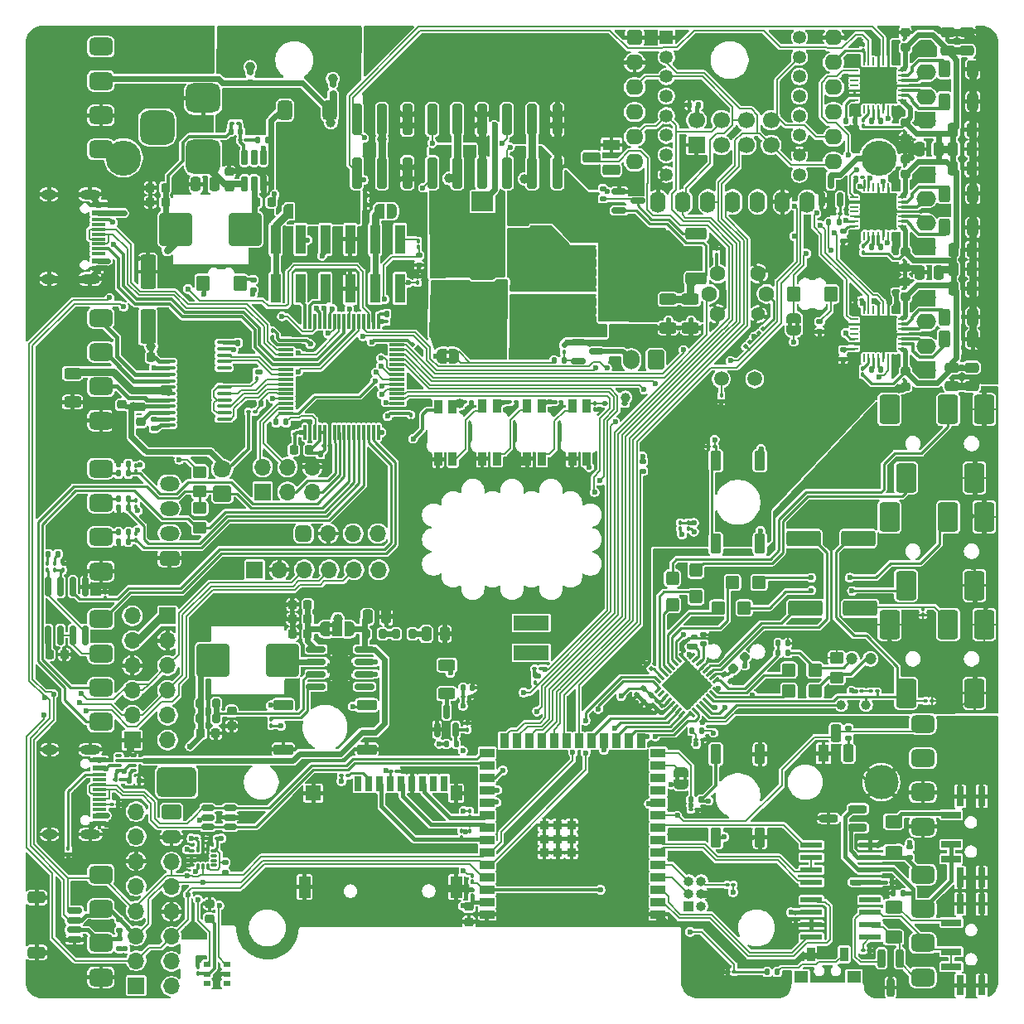
<source format=gbr>
%TF.GenerationSoftware,KiCad,Pcbnew,9.0.3*%
%TF.CreationDate,2025-08-15T14:55:13+02:00*%
%TF.ProjectId,labathome_pcb,6c616261-7468-46f6-9d65-5f7063622e6b,rev?*%
%TF.SameCoordinates,Original*%
%TF.FileFunction,Copper,L4,Bot*%
%TF.FilePolarity,Positive*%
%FSLAX46Y46*%
G04 Gerber Fmt 4.6, Leading zero omitted, Abs format (unit mm)*
G04 Created by KiCad (PCBNEW 9.0.3) date 2025-08-15 14:55:13*
%MOMM*%
%LPD*%
G01*
G04 APERTURE LIST*
G04 Aperture macros list*
%AMRoundRect*
0 Rectangle with rounded corners*
0 $1 Rounding radius*
0 $2 $3 $4 $5 $6 $7 $8 $9 X,Y pos of 4 corners*
0 Add a 4 corners polygon primitive as box body*
4,1,4,$2,$3,$4,$5,$6,$7,$8,$9,$2,$3,0*
0 Add four circle primitives for the rounded corners*
1,1,$1+$1,$2,$3*
1,1,$1+$1,$4,$5*
1,1,$1+$1,$6,$7*
1,1,$1+$1,$8,$9*
0 Add four rect primitives between the rounded corners*
20,1,$1+$1,$2,$3,$4,$5,0*
20,1,$1+$1,$4,$5,$6,$7,0*
20,1,$1+$1,$6,$7,$8,$9,0*
20,1,$1+$1,$8,$9,$2,$3,0*%
%AMHorizOval*
0 Thick line with rounded ends*
0 $1 width*
0 $2 $3 position (X,Y) of the first rounded end (center of the circle)*
0 $4 $5 position (X,Y) of the second rounded end (center of the circle)*
0 Add line between two ends*
20,1,$1,$2,$3,$4,$5,0*
0 Add two circle primitives to create the rounded ends*
1,1,$1,$2,$3*
1,1,$1,$4,$5*%
%AMRotRect*
0 Rectangle, with rotation*
0 The origin of the aperture is its center*
0 $1 length*
0 $2 width*
0 $3 Rotation angle, in degrees counterclockwise*
0 Add horizontal line*
21,1,$1,$2,0,0,$3*%
%AMFreePoly0*
4,1,23,0.500000,-0.750000,0.000000,-0.750000,0.000000,-0.745722,-0.065263,-0.745722,-0.191342,-0.711940,-0.304381,-0.646677,-0.396677,-0.554381,-0.461940,-0.441342,-0.495722,-0.315263,-0.495722,-0.250000,-0.500000,-0.250000,-0.500000,0.250000,-0.495722,0.250000,-0.495722,0.315263,-0.461940,0.441342,-0.396677,0.554381,-0.304381,0.646677,-0.191342,0.711940,-0.065263,0.745722,0.000000,0.745722,
0.000000,0.750000,0.500000,0.750000,0.500000,-0.750000,0.500000,-0.750000,$1*%
%AMFreePoly1*
4,1,23,0.000000,0.745722,0.065263,0.745722,0.191342,0.711940,0.304381,0.646677,0.396677,0.554381,0.461940,0.441342,0.495722,0.315263,0.495722,0.250000,0.500000,0.250000,0.500000,-0.250000,0.495722,-0.250000,0.495722,-0.315263,0.461940,-0.441342,0.396677,-0.554381,0.304381,-0.646677,0.191342,-0.711940,0.065263,-0.745722,0.000000,-0.745722,0.000000,-0.750000,-0.500000,-0.750000,
-0.500000,0.750000,0.000000,0.750000,0.000000,0.745722,0.000000,0.745722,$1*%
%AMFreePoly2*
4,1,23,0.550000,-0.750000,0.000000,-0.750000,0.000000,-0.745722,-0.065263,-0.745722,-0.191342,-0.711940,-0.304381,-0.646677,-0.396677,-0.554381,-0.461940,-0.441342,-0.495722,-0.315263,-0.495722,-0.250000,-0.500000,-0.250000,-0.500000,0.250000,-0.495722,0.250000,-0.495722,0.315263,-0.461940,0.441342,-0.396677,0.554381,-0.304381,0.646677,-0.191342,0.711940,-0.065263,0.745722,0.000000,0.745722,
0.000000,0.750000,0.550000,0.750000,0.550000,-0.750000,0.550000,-0.750000,$1*%
%AMFreePoly3*
4,1,23,0.000000,0.745722,0.065263,0.745722,0.191342,0.711940,0.304381,0.646677,0.396677,0.554381,0.461940,0.441342,0.495722,0.315263,0.495722,0.250000,0.500000,0.250000,0.500000,-0.250000,0.495722,-0.250000,0.495722,-0.315263,0.461940,-0.441342,0.396677,-0.554381,0.304381,-0.646677,0.191342,-0.711940,0.065263,-0.745722,0.000000,-0.745722,0.000000,-0.750000,-0.550000,-0.750000,
-0.550000,0.750000,0.000000,0.750000,0.000000,0.745722,0.000000,0.745722,$1*%
G04 Aperture macros list end*
%TA.AperFunction,EtchedComponent*%
%ADD10C,0.000000*%
%TD*%
%TA.AperFunction,ComponentPad*%
%ADD11R,1.700000X1.700000*%
%TD*%
%TA.AperFunction,ComponentPad*%
%ADD12O,1.700000X1.700000*%
%TD*%
%TA.AperFunction,ComponentPad*%
%ADD13O,2.000000X1.600000*%
%TD*%
%TA.AperFunction,ComponentPad*%
%ADD14RoundRect,0.750000X-1.000000X0.750000X-1.000000X-0.750000X1.000000X-0.750000X1.000000X0.750000X0*%
%TD*%
%TA.AperFunction,ComponentPad*%
%ADD15RoundRect,0.750000X-1.000000X1.000000X-1.000000X-1.000000X1.000000X-1.000000X1.000000X1.000000X0*%
%TD*%
%TA.AperFunction,ComponentPad*%
%ADD16RoundRect,0.875000X-0.875000X0.875000X-0.875000X-0.875000X0.875000X-0.875000X0.875000X0.875000X0*%
%TD*%
%TA.AperFunction,ComponentPad*%
%ADD17RoundRect,0.450000X-0.750000X0.450000X-0.750000X-0.450000X0.750000X-0.450000X0.750000X0.450000X0*%
%TD*%
%TA.AperFunction,ComponentPad*%
%ADD18C,1.500000*%
%TD*%
%TA.AperFunction,ComponentPad*%
%ADD19R,1.100000X1.800000*%
%TD*%
%TA.AperFunction,ComponentPad*%
%ADD20RoundRect,0.275000X-0.275000X-0.625000X0.275000X-0.625000X0.275000X0.625000X-0.275000X0.625000X0*%
%TD*%
%TA.AperFunction,ComponentPad*%
%ADD21RoundRect,0.450000X0.750000X-0.450000X0.750000X0.450000X-0.750000X0.450000X-0.750000X-0.450000X0*%
%TD*%
%TA.AperFunction,ComponentPad*%
%ADD22RoundRect,0.400000X-0.400000X-0.400000X0.400000X-0.400000X0.400000X0.400000X-0.400000X0.400000X0*%
%TD*%
%TA.AperFunction,ComponentPad*%
%ADD23O,1.800000X1.600000*%
%TD*%
%TA.AperFunction,ComponentPad*%
%ADD24RoundRect,0.208333X-0.791667X-0.541667X0.791667X-0.541667X0.791667X0.541667X-0.791667X0.541667X0*%
%TD*%
%TA.AperFunction,ComponentPad*%
%ADD25O,2.000000X1.400000*%
%TD*%
%TA.AperFunction,ComponentPad*%
%ADD26RoundRect,0.258929X0.741071X0.466071X-0.741071X0.466071X-0.741071X-0.466071X0.741071X-0.466071X0*%
%TD*%
%TA.AperFunction,ComponentPad*%
%ADD27O,2.000000X1.450000*%
%TD*%
%TA.AperFunction,ComponentPad*%
%ADD28O,1.600000X2.200000*%
%TD*%
%TA.AperFunction,ComponentPad*%
%ADD29C,1.700000*%
%TD*%
%TA.AperFunction,ComponentPad*%
%ADD30R,1.350000X1.350000*%
%TD*%
%TA.AperFunction,ComponentPad*%
%ADD31C,1.350000*%
%TD*%
%TA.AperFunction,ComponentPad*%
%ADD32C,1.200000*%
%TD*%
%TA.AperFunction,ComponentPad*%
%ADD33RoundRect,0.250000X0.675000X-0.600000X0.675000X0.600000X-0.675000X0.600000X-0.675000X-0.600000X0*%
%TD*%
%TA.AperFunction,ComponentPad*%
%ADD34O,1.850000X1.700000*%
%TD*%
%TA.AperFunction,ComponentPad*%
%ADD35RoundRect,0.500000X0.350000X-0.350000X0.350000X0.350000X-0.350000X0.350000X-0.350000X-0.350000X0*%
%TD*%
%TA.AperFunction,ComponentPad*%
%ADD36HorizOval,1.400000X0.000000X0.000000X0.000000X0.000000X0*%
%TD*%
%TA.AperFunction,ComponentPad*%
%ADD37C,1.600000*%
%TD*%
%TA.AperFunction,SMDPad,CuDef*%
%ADD38RoundRect,0.140000X0.140000X0.170000X-0.140000X0.170000X-0.140000X-0.170000X0.140000X-0.170000X0*%
%TD*%
%TA.AperFunction,SMDPad,CuDef*%
%ADD39RoundRect,0.250000X0.250000X0.475000X-0.250000X0.475000X-0.250000X-0.475000X0.250000X-0.475000X0*%
%TD*%
%TA.AperFunction,SMDPad,CuDef*%
%ADD40RoundRect,0.100000X0.130000X0.100000X-0.130000X0.100000X-0.130000X-0.100000X0.130000X-0.100000X0*%
%TD*%
%TA.AperFunction,SMDPad,CuDef*%
%ADD41RoundRect,0.100000X0.100000X-0.130000X0.100000X0.130000X-0.100000X0.130000X-0.100000X-0.130000X0*%
%TD*%
%TA.AperFunction,SMDPad,CuDef*%
%ADD42RoundRect,0.250000X-0.250000X-0.475000X0.250000X-0.475000X0.250000X0.475000X-0.250000X0.475000X0*%
%TD*%
%TA.AperFunction,SMDPad,CuDef*%
%ADD43RoundRect,0.250000X-1.500000X-0.550000X1.500000X-0.550000X1.500000X0.550000X-1.500000X0.550000X0*%
%TD*%
%TA.AperFunction,SMDPad,CuDef*%
%ADD44RoundRect,0.140000X-0.170000X0.140000X-0.170000X-0.140000X0.170000X-0.140000X0.170000X0.140000X0*%
%TD*%
%TA.AperFunction,SMDPad,CuDef*%
%ADD45RoundRect,0.250000X-0.450000X0.350000X-0.450000X-0.350000X0.450000X-0.350000X0.450000X0.350000X0*%
%TD*%
%TA.AperFunction,SMDPad,CuDef*%
%ADD46RoundRect,0.200000X-0.200000X-0.275000X0.200000X-0.275000X0.200000X0.275000X-0.200000X0.275000X0*%
%TD*%
%TA.AperFunction,SMDPad,CuDef*%
%ADD47RoundRect,0.150000X0.150000X-0.587500X0.150000X0.587500X-0.150000X0.587500X-0.150000X-0.587500X0*%
%TD*%
%TA.AperFunction,ComponentPad*%
%ADD48C,3.600000*%
%TD*%
%TA.AperFunction,SMDPad,CuDef*%
%ADD49RoundRect,0.100000X-0.100000X0.130000X-0.100000X-0.130000X0.100000X-0.130000X0.100000X0.130000X0*%
%TD*%
%TA.AperFunction,SMDPad,CuDef*%
%ADD50R,2.000000X0.700000*%
%TD*%
%TA.AperFunction,SMDPad,CuDef*%
%ADD51R,0.800000X2.000000*%
%TD*%
%TA.AperFunction,SMDPad,CuDef*%
%ADD52RoundRect,0.225000X0.225000X0.250000X-0.225000X0.250000X-0.225000X-0.250000X0.225000X-0.250000X0*%
%TD*%
%TA.AperFunction,SMDPad,CuDef*%
%ADD53RoundRect,0.140000X-0.219203X-0.021213X-0.021213X-0.219203X0.219203X0.021213X0.021213X0.219203X0*%
%TD*%
%TA.AperFunction,SMDPad,CuDef*%
%ADD54RoundRect,0.135000X0.135000X0.185000X-0.135000X0.185000X-0.135000X-0.185000X0.135000X-0.185000X0*%
%TD*%
%TA.AperFunction,SMDPad,CuDef*%
%ADD55RoundRect,0.100000X-0.130000X-0.100000X0.130000X-0.100000X0.130000X0.100000X-0.130000X0.100000X0*%
%TD*%
%TA.AperFunction,ComponentPad*%
%ADD56C,1.000000*%
%TD*%
%TA.AperFunction,SMDPad,CuDef*%
%ADD57R,0.700000X1.600000*%
%TD*%
%TA.AperFunction,SMDPad,CuDef*%
%ADD58R,1.200000X2.200000*%
%TD*%
%TA.AperFunction,SMDPad,CuDef*%
%ADD59R,1.200000X1.500000*%
%TD*%
%TA.AperFunction,SMDPad,CuDef*%
%ADD60R,1.600000X1.500000*%
%TD*%
%TA.AperFunction,SMDPad,CuDef*%
%ADD61RoundRect,0.250000X-0.450000X-0.425000X0.450000X-0.425000X0.450000X0.425000X-0.450000X0.425000X0*%
%TD*%
%TA.AperFunction,SMDPad,CuDef*%
%ADD62RoundRect,0.100000X-0.637500X-0.100000X0.637500X-0.100000X0.637500X0.100000X-0.637500X0.100000X0*%
%TD*%
%TA.AperFunction,HeatsinkPad*%
%ADD63C,0.600000*%
%TD*%
%TA.AperFunction,HeatsinkPad*%
%ADD64R,2.850000X5.400000*%
%TD*%
%TA.AperFunction,SMDPad,CuDef*%
%ADD65RoundRect,0.140000X-0.021213X0.219203X-0.219203X0.021213X0.021213X-0.219203X0.219203X-0.021213X0*%
%TD*%
%TA.AperFunction,SMDPad,CuDef*%
%ADD66RoundRect,0.335000X-1.340000X-1.365000X1.340000X-1.365000X1.340000X1.365000X-1.340000X1.365000X0*%
%TD*%
%TA.AperFunction,SMDPad,CuDef*%
%ADD67RoundRect,0.250000X-0.625000X0.312500X-0.625000X-0.312500X0.625000X-0.312500X0.625000X0.312500X0*%
%TD*%
%TA.AperFunction,SMDPad,CuDef*%
%ADD68RoundRect,0.220000X-0.780000X-0.330000X0.780000X-0.330000X0.780000X0.330000X-0.780000X0.330000X0*%
%TD*%
%TA.AperFunction,SMDPad,CuDef*%
%ADD69RoundRect,0.082000X-0.328000X-0.618000X0.328000X-0.618000X0.328000X0.618000X-0.328000X0.618000X0*%
%TD*%
%TA.AperFunction,SMDPad,CuDef*%
%ADD70RoundRect,0.225000X-0.225000X-0.250000X0.225000X-0.250000X0.225000X0.250000X-0.225000X0.250000X0*%
%TD*%
%TA.AperFunction,SMDPad,CuDef*%
%ADD71RoundRect,0.140000X-0.140000X-0.170000X0.140000X-0.170000X0.140000X0.170000X-0.140000X0.170000X0*%
%TD*%
%TA.AperFunction,SMDPad,CuDef*%
%ADD72RoundRect,0.140000X0.170000X-0.140000X0.170000X0.140000X-0.170000X0.140000X-0.170000X-0.140000X0*%
%TD*%
%TA.AperFunction,SMDPad,CuDef*%
%ADD73RoundRect,0.135000X-0.135000X-0.185000X0.135000X-0.185000X0.135000X0.185000X-0.135000X0.185000X0*%
%TD*%
%TA.AperFunction,SMDPad,CuDef*%
%ADD74RoundRect,0.112500X-0.187500X-0.112500X0.187500X-0.112500X0.187500X0.112500X-0.187500X0.112500X0*%
%TD*%
%TA.AperFunction,SMDPad,CuDef*%
%ADD75RoundRect,0.130000X0.520000X0.670000X-0.520000X0.670000X-0.520000X-0.670000X0.520000X-0.670000X0*%
%TD*%
%TA.AperFunction,SMDPad,CuDef*%
%ADD76RoundRect,0.220000X0.330000X-0.780000X0.330000X0.780000X-0.330000X0.780000X-0.330000X-0.780000X0*%
%TD*%
%TA.AperFunction,SMDPad,CuDef*%
%ADD77RoundRect,0.250000X0.750000X-1.250000X0.750000X1.250000X-0.750000X1.250000X-0.750000X-1.250000X0*%
%TD*%
%TA.AperFunction,SMDPad,CuDef*%
%ADD78RoundRect,0.150000X0.825000X0.150000X-0.825000X0.150000X-0.825000X-0.150000X0.825000X-0.150000X0*%
%TD*%
%TA.AperFunction,HeatsinkPad*%
%ADD79C,0.500000*%
%TD*%
%TA.AperFunction,HeatsinkPad*%
%ADD80R,2.300000X2.300000*%
%TD*%
%TA.AperFunction,SMDPad,CuDef*%
%ADD81RoundRect,0.150000X0.512500X0.150000X-0.512500X0.150000X-0.512500X-0.150000X0.512500X-0.150000X0*%
%TD*%
%TA.AperFunction,SMDPad,CuDef*%
%ADD82R,3.600000X1.500000*%
%TD*%
%TA.AperFunction,SMDPad,CuDef*%
%ADD83RoundRect,0.100000X-0.162635X0.021213X0.021213X-0.162635X0.162635X-0.021213X-0.021213X0.162635X0*%
%TD*%
%TA.AperFunction,SMDPad,CuDef*%
%ADD84RoundRect,0.250000X-0.475000X0.250000X-0.475000X-0.250000X0.475000X-0.250000X0.475000X0.250000X0*%
%TD*%
%TA.AperFunction,SMDPad,CuDef*%
%ADD85RoundRect,0.225000X-0.250000X0.225000X-0.250000X-0.225000X0.250000X-0.225000X0.250000X0.225000X0*%
%TD*%
%TA.AperFunction,SMDPad,CuDef*%
%ADD86R,1.450000X0.600000*%
%TD*%
%TA.AperFunction,SMDPad,CuDef*%
%ADD87R,1.450000X0.300000*%
%TD*%
%TA.AperFunction,ComponentPad*%
%ADD88O,1.600000X1.000000*%
%TD*%
%TA.AperFunction,ComponentPad*%
%ADD89O,2.100000X1.000000*%
%TD*%
%TA.AperFunction,SMDPad,CuDef*%
%ADD90RoundRect,0.250000X0.550000X-1.500000X0.550000X1.500000X-0.550000X1.500000X-0.550000X-1.500000X0*%
%TD*%
%TA.AperFunction,SMDPad,CuDef*%
%ADD91RoundRect,0.100000X-0.021213X-0.162635X0.162635X0.021213X0.021213X0.162635X-0.162635X-0.021213X0*%
%TD*%
%TA.AperFunction,SMDPad,CuDef*%
%ADD92RoundRect,0.062500X0.282843X-0.194454X-0.194454X0.282843X-0.282843X0.194454X0.194454X-0.282843X0*%
%TD*%
%TA.AperFunction,SMDPad,CuDef*%
%ADD93RoundRect,0.062500X0.282843X0.194454X0.194454X0.282843X-0.282843X-0.194454X-0.194454X-0.282843X0*%
%TD*%
%TA.AperFunction,HeatsinkPad*%
%ADD94RotRect,3.600000X3.600000X135.000000*%
%TD*%
%TA.AperFunction,SMDPad,CuDef*%
%ADD95RoundRect,0.218750X0.026517X-0.335876X0.335876X-0.026517X-0.026517X0.335876X-0.335876X0.026517X0*%
%TD*%
%TA.AperFunction,SMDPad,CuDef*%
%ADD96RoundRect,0.062500X0.062500X-0.325000X0.062500X0.325000X-0.062500X0.325000X-0.062500X-0.325000X0*%
%TD*%
%TA.AperFunction,SMDPad,CuDef*%
%ADD97RoundRect,0.062500X0.325000X-0.062500X0.325000X0.062500X-0.325000X0.062500X-0.325000X-0.062500X0*%
%TD*%
%TA.AperFunction,HeatsinkPad*%
%ADD98R,3.750000X3.750000*%
%TD*%
%TA.AperFunction,SMDPad,CuDef*%
%ADD99RoundRect,0.250000X0.450000X0.425000X-0.450000X0.425000X-0.450000X-0.425000X0.450000X-0.425000X0*%
%TD*%
%TA.AperFunction,SMDPad,CuDef*%
%ADD100RoundRect,0.225000X0.250000X-0.225000X0.250000X0.225000X-0.250000X0.225000X-0.250000X-0.225000X0*%
%TD*%
%TA.AperFunction,SMDPad,CuDef*%
%ADD101RoundRect,0.250000X-0.312500X-0.625000X0.312500X-0.625000X0.312500X0.625000X-0.312500X0.625000X0*%
%TD*%
%TA.AperFunction,SMDPad,CuDef*%
%ADD102RoundRect,0.200000X-0.200000X0.750000X-0.200000X-0.750000X0.200000X-0.750000X0.200000X0.750000X0*%
%TD*%
%TA.AperFunction,SMDPad,CuDef*%
%ADD103RoundRect,0.250000X0.450000X-0.350000X0.450000X0.350000X-0.450000X0.350000X-0.450000X-0.350000X0*%
%TD*%
%TA.AperFunction,SMDPad,CuDef*%
%ADD104RoundRect,0.250000X-0.425000X0.450000X-0.425000X-0.450000X0.425000X-0.450000X0.425000X0.450000X0*%
%TD*%
%TA.AperFunction,SMDPad,CuDef*%
%ADD105RoundRect,0.162500X0.162500X-0.617500X0.162500X0.617500X-0.162500X0.617500X-0.162500X-0.617500X0*%
%TD*%
%TA.AperFunction,SMDPad,CuDef*%
%ADD106R,0.800000X0.500000*%
%TD*%
%TA.AperFunction,SMDPad,CuDef*%
%ADD107R,2.200000X3.000000*%
%TD*%
%TA.AperFunction,SMDPad,CuDef*%
%ADD108R,2.200000X2.000000*%
%TD*%
%TA.AperFunction,SMDPad,CuDef*%
%ADD109R,2.200000X0.600000*%
%TD*%
%TA.AperFunction,SMDPad,CuDef*%
%ADD110RoundRect,0.050000X0.285000X0.100000X-0.285000X0.100000X-0.285000X-0.100000X0.285000X-0.100000X0*%
%TD*%
%TA.AperFunction,SMDPad,CuDef*%
%ADD111RoundRect,0.150000X0.625000X-0.150000X0.625000X0.150000X-0.625000X0.150000X-0.625000X-0.150000X0*%
%TD*%
%TA.AperFunction,SMDPad,CuDef*%
%ADD112RoundRect,0.250000X0.650000X-0.350000X0.650000X0.350000X-0.650000X0.350000X-0.650000X-0.350000X0*%
%TD*%
%TA.AperFunction,SMDPad,CuDef*%
%ADD113RoundRect,0.087500X-0.225000X-0.087500X0.225000X-0.087500X0.225000X0.087500X-0.225000X0.087500X0*%
%TD*%
%TA.AperFunction,SMDPad,CuDef*%
%ADD114RoundRect,0.087500X-0.087500X-0.225000X0.087500X-0.225000X0.087500X0.225000X-0.087500X0.225000X0*%
%TD*%
%TA.AperFunction,ComponentPad*%
%ADD115R,1.000000X1.000000*%
%TD*%
%TA.AperFunction,ComponentPad*%
%ADD116O,1.000000X1.000000*%
%TD*%
%TA.AperFunction,SMDPad,CuDef*%
%ADD117FreePoly0,270.000000*%
%TD*%
%TA.AperFunction,SMDPad,CuDef*%
%ADD118FreePoly1,270.000000*%
%TD*%
%TA.AperFunction,SMDPad,CuDef*%
%ADD119RoundRect,0.100000X0.021213X0.162635X-0.162635X-0.021213X-0.021213X-0.162635X0.162635X0.021213X0*%
%TD*%
%TA.AperFunction,SMDPad,CuDef*%
%ADD120R,0.900000X1.400000*%
%TD*%
%TA.AperFunction,SMDPad,CuDef*%
%ADD121R,1.400000X1.200000*%
%TD*%
%TA.AperFunction,SMDPad,CuDef*%
%ADD122R,1.500000X0.900000*%
%TD*%
%TA.AperFunction,SMDPad,CuDef*%
%ADD123R,0.900000X1.500000*%
%TD*%
%TA.AperFunction,SMDPad,CuDef*%
%ADD124R,0.900000X0.900000*%
%TD*%
%TA.AperFunction,SMDPad,CuDef*%
%ADD125RoundRect,0.135000X-0.185000X0.135000X-0.185000X-0.135000X0.185000X-0.135000X0.185000X0.135000X0*%
%TD*%
%TA.AperFunction,SMDPad,CuDef*%
%ADD126RoundRect,0.335000X1.340000X1.365000X-1.340000X1.365000X-1.340000X-1.365000X1.340000X-1.365000X0*%
%TD*%
%TA.AperFunction,ComponentPad*%
%ADD127RoundRect,0.250000X0.600000X0.750000X-0.600000X0.750000X-0.600000X-0.750000X0.600000X-0.750000X0*%
%TD*%
%TA.AperFunction,ComponentPad*%
%ADD128O,1.700000X2.000000*%
%TD*%
%TA.AperFunction,SMDPad,CuDef*%
%ADD129RoundRect,0.075000X0.700000X0.075000X-0.700000X0.075000X-0.700000X-0.075000X0.700000X-0.075000X0*%
%TD*%
%TA.AperFunction,SMDPad,CuDef*%
%ADD130RoundRect,0.075000X0.075000X0.700000X-0.075000X0.700000X-0.075000X-0.700000X0.075000X-0.700000X0*%
%TD*%
%TA.AperFunction,SMDPad,CuDef*%
%ADD131RoundRect,0.150000X-0.150000X0.825000X-0.150000X-0.825000X0.150000X-0.825000X0.150000X0.825000X0*%
%TD*%
%TA.AperFunction,ComponentPad*%
%ADD132RoundRect,0.428571X-1.571429X-1.071429X1.571429X-1.071429X1.571429X1.071429X-1.571429X1.071429X0*%
%TD*%
%TA.AperFunction,ComponentPad*%
%ADD133C,3.500000*%
%TD*%
%TA.AperFunction,SMDPad,CuDef*%
%ADD134RoundRect,0.250000X0.850000X0.350000X-0.850000X0.350000X-0.850000X-0.350000X0.850000X-0.350000X0*%
%TD*%
%TA.AperFunction,SMDPad,CuDef*%
%ADD135RoundRect,0.250000X1.275000X1.125000X-1.275000X1.125000X-1.275000X-1.125000X1.275000X-1.125000X0*%
%TD*%
%TA.AperFunction,SMDPad,CuDef*%
%ADD136RoundRect,0.249997X2.950003X2.650003X-2.950003X2.650003X-2.950003X-2.650003X2.950003X-2.650003X0*%
%TD*%
%TA.AperFunction,SMDPad,CuDef*%
%ADD137RoundRect,0.135000X0.185000X-0.135000X0.185000X0.135000X-0.185000X0.135000X-0.185000X-0.135000X0*%
%TD*%
%TA.AperFunction,SMDPad,CuDef*%
%ADD138FreePoly2,0.000000*%
%TD*%
%TA.AperFunction,SMDPad,CuDef*%
%ADD139R,1.000000X1.500000*%
%TD*%
%TA.AperFunction,SMDPad,CuDef*%
%ADD140FreePoly3,0.000000*%
%TD*%
%TA.AperFunction,SMDPad,CuDef*%
%ADD141FreePoly0,0.000000*%
%TD*%
%TA.AperFunction,SMDPad,CuDef*%
%ADD142FreePoly1,0.000000*%
%TD*%
%TA.AperFunction,SMDPad,CuDef*%
%ADD143RoundRect,0.150000X-0.587500X-0.150000X0.587500X-0.150000X0.587500X0.150000X-0.587500X0.150000X0*%
%TD*%
%TA.AperFunction,SMDPad,CuDef*%
%ADD144RoundRect,0.375000X-0.375000X0.625000X-0.375000X-0.625000X0.375000X-0.625000X0.375000X0.625000X0*%
%TD*%
%TA.AperFunction,SMDPad,CuDef*%
%ADD145RoundRect,0.500000X-1.400000X0.500000X-1.400000X-0.500000X1.400000X-0.500000X1.400000X0.500000X0*%
%TD*%
%TA.AperFunction,SMDPad,CuDef*%
%ADD146FreePoly0,90.000000*%
%TD*%
%TA.AperFunction,SMDPad,CuDef*%
%ADD147FreePoly1,90.000000*%
%TD*%
%TA.AperFunction,SMDPad,CuDef*%
%ADD148RoundRect,0.200000X0.750000X0.200000X-0.750000X0.200000X-0.750000X-0.200000X0.750000X-0.200000X0*%
%TD*%
%TA.AperFunction,SMDPad,CuDef*%
%ADD149RoundRect,0.100000X0.162635X-0.021213X-0.021213X0.162635X-0.162635X0.021213X0.021213X-0.162635X0*%
%TD*%
%TA.AperFunction,SMDPad,CuDef*%
%ADD150RoundRect,0.250000X0.475000X-0.250000X0.475000X0.250000X-0.475000X0.250000X-0.475000X-0.250000X0*%
%TD*%
%TA.AperFunction,SMDPad,CuDef*%
%ADD151FreePoly0,180.000000*%
%TD*%
%TA.AperFunction,SMDPad,CuDef*%
%ADD152FreePoly1,180.000000*%
%TD*%
%TA.AperFunction,SMDPad,CuDef*%
%ADD153R,1.000000X3.000000*%
%TD*%
%TA.AperFunction,ComponentPad*%
%ADD154R,1.800000X1.100000*%
%TD*%
%TA.AperFunction,ComponentPad*%
%ADD155RoundRect,0.275000X-0.625000X0.275000X-0.625000X-0.275000X0.625000X-0.275000X0.625000X0.275000X0*%
%TD*%
%TA.AperFunction,SMDPad,CuDef*%
%ADD156RoundRect,0.250000X0.625000X-0.400000X0.625000X0.400000X-0.625000X0.400000X-0.625000X-0.400000X0*%
%TD*%
%TA.AperFunction,SMDPad,CuDef*%
%ADD157RoundRect,0.255000X0.255000X-1.330000X0.255000X1.330000X-0.255000X1.330000X-0.255000X-1.330000X0*%
%TD*%
%TA.AperFunction,SMDPad,CuDef*%
%ADD158R,3.000000X2.200000*%
%TD*%
%TA.AperFunction,SMDPad,CuDef*%
%ADD159R,2.000000X2.200000*%
%TD*%
%TA.AperFunction,SMDPad,CuDef*%
%ADD160RoundRect,0.250000X-0.625000X0.400000X-0.625000X-0.400000X0.625000X-0.400000X0.625000X0.400000X0*%
%TD*%
%TA.AperFunction,SMDPad,CuDef*%
%ADD161RoundRect,0.218750X0.218750X0.256250X-0.218750X0.256250X-0.218750X-0.256250X0.218750X-0.256250X0*%
%TD*%
%TA.AperFunction,ViaPad*%
%ADD162C,0.600000*%
%TD*%
%TA.AperFunction,ViaPad*%
%ADD163C,1.000000*%
%TD*%
%TA.AperFunction,Conductor*%
%ADD164C,0.600000*%
%TD*%
%TA.AperFunction,Conductor*%
%ADD165C,0.300000*%
%TD*%
%TA.AperFunction,Conductor*%
%ADD166C,0.800000*%
%TD*%
%TA.AperFunction,Conductor*%
%ADD167C,0.250000*%
%TD*%
%TA.AperFunction,Conductor*%
%ADD168C,0.400000*%
%TD*%
%TA.AperFunction,Conductor*%
%ADD169C,0.500000*%
%TD*%
%TA.AperFunction,Conductor*%
%ADD170C,0.200000*%
%TD*%
%TA.AperFunction,Conductor*%
%ADD171C,0.350000*%
%TD*%
%TA.AperFunction,Conductor*%
%ADD172C,0.650000*%
%TD*%
G04 APERTURE END LIST*
D10*
%TA.AperFunction,EtchedComponent*%
%TO.C,JP3*%
G36*
X167100000Y-127450000D02*
G01*
X166700000Y-127450000D01*
X166700000Y-126950000D01*
X167100000Y-126950000D01*
X167100000Y-127450000D01*
G37*
%TD.AperFunction*%
%TA.AperFunction,EtchedComponent*%
G36*
X167900000Y-127450000D02*
G01*
X167500000Y-127450000D01*
X167500000Y-126950000D01*
X167900000Y-126950000D01*
X167900000Y-127450000D01*
G37*
%TD.AperFunction*%
%TA.AperFunction,EtchedComponent*%
%TO.C,JP2*%
G36*
X131750000Y-111750000D02*
G01*
X131250000Y-111750000D01*
X131250000Y-111350000D01*
X131750000Y-111350000D01*
X131750000Y-111750000D01*
G37*
%TD.AperFunction*%
%TA.AperFunction,EtchedComponent*%
G36*
X131750000Y-112550000D02*
G01*
X131250000Y-112550000D01*
X131250000Y-112150000D01*
X131750000Y-112150000D01*
X131750000Y-112550000D01*
G37*
%TD.AperFunction*%
%TA.AperFunction,EtchedComponent*%
%TO.C,JP9*%
G36*
X143700000Y-83850000D02*
G01*
X143200000Y-83850000D01*
X143200000Y-83450000D01*
X143700000Y-83450000D01*
X143700000Y-83850000D01*
G37*
%TD.AperFunction*%
%TA.AperFunction,EtchedComponent*%
G36*
X143700000Y-84650000D02*
G01*
X143200000Y-84650000D01*
X143200000Y-84250000D01*
X143700000Y-84250000D01*
X143700000Y-84650000D01*
G37*
%TD.AperFunction*%
%TA.AperFunction,EtchedComponent*%
%TO.C,JP8*%
G36*
X178600000Y-81050000D02*
G01*
X178200000Y-81050000D01*
X178200000Y-80550000D01*
X178600000Y-80550000D01*
X178600000Y-81050000D01*
G37*
%TD.AperFunction*%
%TA.AperFunction,EtchedComponent*%
G36*
X179400000Y-81050000D02*
G01*
X179000000Y-81050000D01*
X179000000Y-80550000D01*
X179400000Y-80550000D01*
X179400000Y-81050000D01*
G37*
%TD.AperFunction*%
%TD*%
D11*
%TO.P,J12,1,Pin_1*%
%TO.N,unconnected-(J12-Pin_1-Pad1)*%
X111600000Y-148380000D03*
D12*
%TO.P,J12,2,Pin_2*%
%TO.N,I2C_IRQ*%
X111600000Y-145840000D03*
%TO.P,J12,3,Pin_3*%
%TO.N,SDA*%
X111600000Y-143300000D03*
%TO.P,J12,4,Pin_4*%
%TO.N,SCL*%
X111600000Y-140760000D03*
%TO.P,J12,5,Pin_5*%
%TO.N,+3V3*%
X111600000Y-138220000D03*
%TO.P,J12,6,Pin_6*%
%TO.N,GND*%
X111600000Y-135680000D03*
%TO.P,J12,7,Pin_7*%
%TO.N,unconnected-(J12-Pin_7-Pad7)*%
X111600000Y-133140000D03*
%TO.P,J12,8,Pin_8*%
%TO.N,unconnected-(J12-Pin_8-Pad8)*%
X111600000Y-130600000D03*
%TD*%
D11*
%TO.P,J10,1,Pin_1*%
%TO.N,+3V3*%
X114800000Y-110600000D03*
D12*
%TO.P,J10,2,Pin_2*%
%TO.N,GND*%
X114800000Y-113140000D03*
%TO.P,J10,3,Pin_3*%
%TO.N,SCL*%
X114800000Y-115680000D03*
%TO.P,J10,4,Pin_4*%
%TO.N,SDA*%
X114800000Y-118220000D03*
%TO.P,J10,5,Pin_5*%
%TO.N,unconnected-(J10-Pin_5-Pad5)*%
X114800000Y-120760000D03*
%TO.P,J10,6,Pin_6*%
%TO.N,unconnected-(J10-Pin_6-Pad6)*%
X114800000Y-123300000D03*
%TD*%
D13*
%TO.P,J30,1,Pin_1*%
%TO.N,Net-(J30-Pin_1)*%
X192300000Y-72950000D03*
%TO.P,J30,2,Pin_2*%
%TO.N,Net-(J30-Pin_2)*%
X192300000Y-70450000D03*
%TO.P,J30,3,Pin_3*%
%TO.N,Net-(J30-Pin_3)*%
X192300000Y-67950000D03*
%TO.P,J30,4,Pin_4*%
%TO.N,Net-(J30-Pin_4)*%
X192300000Y-65450000D03*
%TD*%
D14*
%TO.P,J9,1*%
%TO.N,GND*%
X118457500Y-57700000D03*
D15*
%TO.P,J9,2*%
%TO.N,5-24V*%
X118457500Y-63700000D03*
D16*
%TO.P,J9,3*%
%TO.N,unconnected-(J9-Pad3)*%
X113757500Y-60700000D03*
%TD*%
D17*
%TO.P,J27,1,Pin_1*%
%TO.N,DAC0*%
X108005000Y-110950000D03*
%TO.P,J27,2,Pin_2*%
%TO.N,DAC1x*%
X108005000Y-114450000D03*
%TO.P,J27,3,Pin_3*%
%TO.N,ADC0_U1T*%
X108005000Y-117950000D03*
%TO.P,J27,4,Pin_4*%
%TO.N,ADC1_U1R*%
X108005000Y-121450000D03*
%TD*%
D18*
%TO.P,R32,1*%
%TO.N,+3V3*%
X174800000Y-86400000D03*
%TO.P,R32,2*%
%TO.N,BRIGHTNESS*%
X171400000Y-86400000D03*
%TD*%
D19*
%TO.P,U13,1,GND*%
%TO.N,GND*%
X181850000Y-124650000D03*
D20*
%TO.P,U13,2,DQ*%
%TO.N,1wire*%
X183120000Y-122580000D03*
%TO.P,U13,3,V_{DD}*%
%TO.N,+3V3*%
X184390000Y-124650000D03*
%TD*%
D21*
%TO.P,J15,1,Pin_1*%
%TO.N,CANH*%
X192000000Y-147550000D03*
%TO.P,J15,2,Pin_2*%
%TO.N,CANL*%
X192000000Y-144050000D03*
%TO.P,J15,3,Pin_3*%
%TO.N,RS485B*%
X192000000Y-140550000D03*
%TO.P,J15,4,Pin_4*%
%TO.N,RS485A*%
X192000000Y-137050000D03*
%TD*%
D11*
%TO.P,J26,1,Pin_1*%
%TO.N,+3V3*%
X124520000Y-97940000D03*
D12*
%TO.P,J26,2,Pin_2*%
%TO.N,OPAMP3+*%
X124520000Y-95400000D03*
%TO.P,J26,3,Pin_3*%
%TO.N,OPAMP3-*%
X127060000Y-97940000D03*
%TO.P,J26,4,Pin_4*%
%TO.N,PB12*%
X127060000Y-95400000D03*
%TO.P,J26,5,Pin_5*%
%TO.N,OPAMP3Q*%
X129600000Y-97940000D03*
%TO.P,J26,6,Pin_6*%
%TO.N,GND*%
X129600000Y-95400000D03*
%TD*%
D17*
%TO.P,J2,1,Pin_1*%
%TO.N,SCL*%
X108005000Y-137050000D03*
%TO.P,J2,2,Pin_2*%
%TO.N,SDA*%
X108005000Y-140550000D03*
%TO.P,J2,3,Pin_3*%
%TO.N,+3V3*%
X108005000Y-144050000D03*
%TO.P,J2,4,Pin_4*%
%TO.N,GND*%
X108005000Y-147550000D03*
%TD*%
%TO.P,J1,1,Pin_1*%
%TO.N,Net-(J1-Pin_1)*%
X108005000Y-95550000D03*
%TO.P,J1,2,Pin_2*%
%TO.N,Net-(J1-Pin_2)*%
X108005000Y-99050000D03*
%TO.P,J1,3,Pin_3*%
%TO.N,Net-(J1-Pin_3)*%
X108005000Y-102550000D03*
%TO.P,J1,4,Pin_4*%
%TO.N,GND*%
X108005000Y-106050000D03*
%TD*%
D22*
%TO.P,M1,1,GND*%
%TO.N,GND*%
X162540000Y-51500000D03*
D23*
%TO.P,M1,2,GND*%
X162540000Y-54040000D03*
%TO.P,M1,3,MOSI*%
%TO.N,EXT_MOSI*%
X162540000Y-56580000D03*
%TO.P,M1,4,SCLK*%
%TO.N,EXT_CLK*%
X162540000Y-59120000D03*
%TO.P,M1,5,~{CS}[PU]*%
%TO.N,EXT_CS*%
X162540000Y-61660000D03*
%TO.P,M1,6,~{INT}[PU]*%
%TO.N,EXT_IO1*%
X162540000Y-64200000D03*
%TO.P,M1,7,MISO*%
%TO.N,EXT_MISO*%
X182860000Y-64200000D03*
%TO.P,M1,8,~{RST}[PU]*%
%TO.N,EXT_IO2*%
X182860000Y-61660000D03*
%TO.P,M1,9,NC*%
%TO.N,unconnected-(M1-NC-Pad9)*%
X182860000Y-59120000D03*
%TO.P,M1,10,3V3*%
%TO.N,+3V3*%
X182860000Y-56580000D03*
%TO.P,M1,11,3V3*%
X182860000Y-54040000D03*
%TO.P,M1,12,GND*%
%TO.N,GND*%
X182860000Y-51500000D03*
%TD*%
D13*
%TO.P,J24,1,Pin_1*%
%TO.N,Net-(J24-Pin_1)*%
X192300000Y-60050000D03*
%TO.P,J24,2,Pin_2*%
%TO.N,Net-(J24-Pin_2)*%
X192300000Y-57550000D03*
%TO.P,J24,3,Pin_3*%
%TO.N,Net-(J24-Pin_3)*%
X192300000Y-55050000D03*
%TO.P,J24,4,Pin_4*%
%TO.N,Net-(J24-Pin_4)*%
X192300000Y-52550000D03*
%TD*%
D11*
%TO.P,J19,1,Pin_1*%
%TO.N,GND*%
X111200000Y-123300000D03*
D12*
%TO.P,J19,2,Pin_2*%
%TO.N,SDA*%
X111200000Y-120760000D03*
%TO.P,J19,3,Pin_3*%
%TO.N,SCL*%
X111200000Y-118220000D03*
%TO.P,J19,4,Pin_4*%
%TO.N,GND*%
X111200000Y-115680000D03*
%TO.P,J19,5,Pin_5*%
%TO.N,+3V3*%
X111200000Y-113140000D03*
%TO.P,J19,6,Pin_6*%
%TO.N,unconnected-(J19-Pin_6-Pad6)*%
X111200000Y-110600000D03*
%TD*%
D24*
%TO.P,J20,1,Pin_1*%
%TO.N,+3V3*%
X115200000Y-130680000D03*
D25*
%TO.P,J20,2,Pin_2*%
%TO.N,GND*%
X115200000Y-133220000D03*
D12*
%TO.P,J20,3,Pin_3*%
%TO.N,SCL*%
X115200000Y-135760000D03*
%TO.P,J20,4,Pin_4*%
%TO.N,SDA*%
X115200000Y-138300000D03*
%TO.P,J20,5,Pin_5*%
%TO.N,GND*%
X115200000Y-140840000D03*
%TO.P,J20,6,Pin_6*%
%TO.N,I2C_IRQ*%
X115200000Y-143380000D03*
%TO.P,J20,7,Pin_7*%
%TO.N,unconnected-(J20-Pin_7-Pad7)*%
X115200000Y-145920000D03*
%TO.P,J20,8,Pin_8*%
%TO.N,unconnected-(J20-Pin_8-Pad8)*%
X115200000Y-148460000D03*
%TD*%
D26*
%TO.P,J4,1,Pin_1*%
%TO.N,GND*%
X115000000Y-104700000D03*
D27*
%TO.P,J4,2,Pin_2*%
%TO.N,+3V3*%
X115000000Y-102160000D03*
%TO.P,J4,3,Pin_3*%
%TO.N,SCL*%
X115000000Y-99620000D03*
%TO.P,J4,4,Pin_4*%
%TO.N,SDA*%
X115000000Y-97080000D03*
%TD*%
D28*
%TO.P,X3,1,G-GND*%
%TO.N,GND*%
X164950000Y-68300000D03*
%TO.P,X3,2,R-RXD*%
%TO.N,EXT_MOSI*%
X167490000Y-68300000D03*
%TO.P,X3,3,T-TX*%
%TO.N,EXT_MISO*%
X170030000Y-68300000D03*
%TO.P,X3,4,K-PWRKEY*%
%TO.N,EXT_IO1*%
X172570000Y-68300000D03*
%TO.P,X3,5,V-VCC*%
%TO.N,+3V3*%
X175110000Y-68300000D03*
%TO.P,X3,6,G-GND*%
%TO.N,GND*%
X177650000Y-68300000D03*
%TO.P,X3,7,S-SLEEP*%
%TO.N,EXT_IO2*%
X180190000Y-68300000D03*
%TD*%
D17*
%TO.P,J22,1,Pin_1*%
%TO.N,+3V3*%
X108005000Y-52450000D03*
%TO.P,J22,2,Pin_2*%
%TO.N,+5V*%
X108005000Y-55950000D03*
%TO.P,J22,3,Pin_3*%
%TO.N,GND*%
X108005000Y-59450000D03*
%TO.P,J22,4,Pin_4*%
%TO.N,5-24V*%
X108005000Y-62950000D03*
%TD*%
D11*
%TO.P,U15,1,GND*%
%TO.N,GND*%
X168875000Y-62489500D03*
D29*
%TO.P,U15,2,VCC*%
%TO.N,+3V3*%
X168875000Y-59949500D03*
%TO.P,U15,3,CE*%
%TO.N,EXT_IO1*%
X171415000Y-62489500D03*
%TO.P,U15,4,~{CSN}*%
%TO.N,EXT_CS*%
X171415000Y-59949500D03*
%TO.P,U15,5,SCK*%
%TO.N,EXT_CLK*%
X173955000Y-62489500D03*
%TO.P,U15,6,MOSI*%
%TO.N,EXT_MOSI*%
X173955000Y-59949500D03*
%TO.P,U15,7,MISO*%
%TO.N,EXT_MISO*%
X176495000Y-62489500D03*
%TO.P,U15,8,IRQ*%
%TO.N,EXT_IO2*%
X176495000Y-59949500D03*
%TD*%
D30*
%TO.P,U6,1,GND*%
%TO.N,GND*%
X165792500Y-51492500D03*
D31*
%TO.P,U6,2,MISO*%
%TO.N,EXT_MISO*%
X165792500Y-53492500D03*
%TO.P,U6,3,MOSI*%
%TO.N,EXT_MOSI*%
X165792500Y-55492500D03*
%TO.P,U6,4,SCK*%
%TO.N,EXT_CLK*%
X165792500Y-57492500D03*
%TO.P,U6,5,NSS*%
%TO.N,EXT_CS*%
X165792500Y-59492500D03*
%TO.P,U6,6,RESET*%
%TO.N,unconnected-(U6-RESET-Pad6)*%
X165792500Y-61492500D03*
%TO.P,U6,7,DIO5*%
%TO.N,unconnected-(U6-DIO5-Pad7)*%
X165792500Y-63492500D03*
%TO.P,U6,8,GND*%
%TO.N,GND*%
X165792500Y-65492500D03*
%TO.P,U6,9,ANT*%
%TO.N,unconnected-(U6-ANT-Pad9)*%
X179392500Y-65492500D03*
%TO.P,U6,10,GND*%
%TO.N,GND*%
X179392500Y-63492500D03*
%TO.P,U6,11,DIO3*%
%TO.N,unconnected-(U6-DIO3-Pad11)*%
X179392500Y-61492500D03*
%TO.P,U6,12,DIO4*%
%TO.N,unconnected-(U6-DIO4-Pad12)*%
X179392500Y-59492500D03*
%TO.P,U6,13,3.3V*%
%TO.N,+3V3*%
X179392500Y-57492500D03*
%TO.P,U6,14,DIO0*%
%TO.N,EXT_IO1*%
X179392500Y-55492500D03*
%TO.P,U6,15,DIO1*%
%TO.N,EXT_IO2*%
X179392500Y-53492500D03*
%TO.P,U6,16,DIO2*%
%TO.N,unconnected-(U6-DIO2-Pad16)*%
X179392500Y-51492500D03*
%TD*%
D13*
%TO.P,J31,1,Pin_1*%
%TO.N,Net-(J31-Pin_1)*%
X192300000Y-85550000D03*
%TO.P,J31,2,Pin_2*%
%TO.N,Net-(J31-Pin_2)*%
X192300000Y-83050000D03*
%TO.P,J31,3,Pin_3*%
%TO.N,Net-(J31-Pin_3)*%
X192300000Y-80550000D03*
%TO.P,J31,4,Pin_4*%
%TO.N,Net-(J31-Pin_4)*%
X192300000Y-78050000D03*
%TD*%
D32*
%TO.P,MK1,1,-*%
%TO.N,Net-(MK1--)*%
X186650000Y-115000000D03*
%TO.P,MK1,2,+*%
%TO.N,Net-(MK1-+)*%
X184750000Y-115000000D03*
%TD*%
D11*
%TO.P,J23,1,Pin_1*%
%TO.N,+3V3*%
X123700000Y-105900000D03*
D12*
%TO.P,J23,2,Pin_2*%
%TO.N,GND*%
X126240000Y-105900000D03*
%TO.P,J23,3,Pin_3*%
%TO.N,SCL*%
X128780000Y-105900000D03*
%TO.P,J23,4,Pin_4*%
%TO.N,SDA*%
X131320000Y-105900000D03*
%TO.P,J23,5,Pin_5*%
%TO.N,I2C_IRQ*%
X133860000Y-105900000D03*
%TO.P,J23,6,Pin_6*%
%TO.N,unconnected-(J23-Pin_6-Pad6)*%
X136400000Y-105900000D03*
%TD*%
D33*
%TO.P,J18,1,Pin_1*%
%TO.N,ADC1_U1R*%
X120400000Y-98100000D03*
D34*
%TO.P,J18,2,Pin_2*%
%TO.N,5-24V*%
X120400000Y-95600000D03*
%TO.P,J18,3,Pin_3*%
%TO.N,GND*%
X120400000Y-93100000D03*
%TD*%
D35*
%TO.P,J8,1,Pin_1*%
%TO.N,+3V3*%
X128700000Y-102200000D03*
D12*
%TO.P,J8,2,Pin_2*%
%TO.N,GND*%
X131240000Y-102200000D03*
%TO.P,J8,3,Pin_3*%
%TO.N,Net-(D17-DOUT)*%
X133780000Y-102200000D03*
%TO.P,J8,4,Pin_4*%
%TO.N,+5V*%
X136320000Y-102200000D03*
%TD*%
D21*
%TO.P,J21,1,Pin_1*%
%TO.N,GND*%
X192000000Y-132150000D03*
%TO.P,J21,2,Pin_2*%
X192000000Y-128650000D03*
%TO.P,J21,3,Pin_3*%
%TO.N,+3V3*%
X192000000Y-125150000D03*
%TO.P,J21,4,Pin_4*%
%TO.N,1wire*%
X192000000Y-121650000D03*
%TD*%
D36*
%TO.P,U22,1,SENS*%
%TO.N,GND*%
X175165869Y-79767990D03*
D37*
%TO.P,U22,2,OEN*%
%TO.N,Net-(U22-OEN)*%
X176023080Y-77698500D03*
%TO.P,U22,3,VSS_GND*%
%TO.N,GND*%
X175167990Y-75634131D03*
%TO.P,U22,4,VDD*%
%TO.N,+3V3*%
X171034131Y-75632010D03*
%TO.P,U22,5,OUT*%
%TO.N,MOVE*%
X170176920Y-77701500D03*
%TO.P,U22,6,TIME*%
%TO.N,GND*%
X171032010Y-79765869D03*
%TD*%
D17*
%TO.P,J28,1,Pin_1*%
%TO.N,Net-(J28-Pin_1)*%
X108005000Y-80150000D03*
%TO.P,J28,2,Pin_2*%
%TO.N,Net-(J28-Pin_2)*%
X108005000Y-83650000D03*
%TO.P,J28,3,Pin_3*%
%TO.N,Net-(J28-Pin_3)*%
X108005000Y-87150000D03*
%TO.P,J28,4,Pin_4*%
%TO.N,GND*%
X108005000Y-90650000D03*
%TD*%
D38*
%TO.P,C9,1*%
%TO.N,BL_HALL2*%
X110780000Y-99600000D03*
%TO.P,C9,2*%
%TO.N,GND*%
X109820000Y-99600000D03*
%TD*%
D39*
%TO.P,C88,1*%
%TO.N,GND*%
X197000000Y-75175000D03*
%TO.P,C88,2*%
%TO.N,5-24V*%
X195100000Y-75175000D03*
%TD*%
D40*
%TO.P,C32,1*%
%TO.N,+3V3*%
X127820000Y-92000000D03*
%TO.P,C32,2*%
%TO.N,GND*%
X127180000Y-92000000D03*
%TD*%
D41*
%TO.P,C75,1*%
%TO.N,5-24V*%
X185900000Y-60570000D03*
%TO.P,C75,2*%
%TO.N,Net-(U14-VCP)*%
X185900000Y-59930000D03*
%TD*%
D38*
%TO.P,C43,1*%
%TO.N,GND*%
X134980000Y-68600000D03*
%TO.P,C43,2*%
%TO.N,+3V3*%
X134020000Y-68600000D03*
%TD*%
D42*
%TO.P,C103,1*%
%TO.N,GND*%
X191675000Y-62900000D03*
%TO.P,C103,2*%
%TO.N,5-24V*%
X193575000Y-62900000D03*
%TD*%
D43*
%TO.P,C19,1*%
%TO.N,Net-(U10-RHP)*%
X180000000Y-109850000D03*
%TO.P,C19,2*%
%TO.N,Net-(C19-Pad2)*%
X185600000Y-109850000D03*
%TD*%
D44*
%TO.P,C94,1*%
%TO.N,Net-(U20-5VOUT)*%
X183850000Y-83420000D03*
%TO.P,C94,2*%
%TO.N,GND*%
X183850000Y-84380000D03*
%TD*%
D45*
%TO.P,R76,1*%
%TO.N,+3V3*%
X118100000Y-95900000D03*
%TO.P,R76,2*%
%TO.N,ADC1_U1R*%
X118100000Y-97900000D03*
%TD*%
D46*
%TO.P,R7,1*%
%TO.N,+BATT*%
X118125000Y-121100000D03*
%TO.P,R7,2*%
%TO.N,Net-(U2-BAT)*%
X119775000Y-121100000D03*
%TD*%
D47*
%TO.P,Q6,1,G*%
%TO.N,Net-(Q6-G)*%
X144250000Y-122237500D03*
%TO.P,Q6,2,S*%
%TO.N,GND*%
X142350000Y-122237500D03*
%TO.P,Q6,3,D*%
%TO.N,Net-(Q6-D)*%
X143300000Y-120362500D03*
%TD*%
D48*
%TO.P,R33,1*%
%TO.N,5-24V*%
X110300000Y-63800000D03*
%TO.P,R33,2*%
%TO.N,HEATER_SW*%
X187500000Y-63800000D03*
%TD*%
D49*
%TO.P,R45,1*%
%TO.N,GND*%
X155300000Y-82980000D03*
%TO.P,R45,2*%
%TO.N,Net-(Q5-G)*%
X155300000Y-83620000D03*
%TD*%
D50*
%TO.P,SW3,1,A*%
%TO.N,Net-(SW3-A)*%
X194920000Y-141950000D03*
%TO.P,SW3,2,B*%
%TO.N,CANL*%
X194920000Y-144950000D03*
%TO.P,SW3,3,C*%
X194920000Y-146450000D03*
D51*
%TO.P,SW3,CASE,CASE*%
%TO.N,GND*%
X198030000Y-140050000D03*
X195820000Y-140050000D03*
X198030000Y-148350000D03*
X195820000Y-148350000D03*
%TD*%
D52*
%TO.P,C84,1*%
%TO.N,5V_PD*%
X114575000Y-66850000D03*
%TO.P,C84,2*%
%TO.N,GND*%
X113025000Y-66850000D03*
%TD*%
D53*
%TO.P,C14,1*%
%TO.N,+3.3VA*%
X171660589Y-116610589D03*
%TO.P,C14,2*%
%TO.N,GNDA*%
X172339411Y-117289411D03*
%TD*%
D40*
%TO.P,R60,1*%
%TO.N,Net-(R48-Pad2)*%
X122870000Y-62000000D03*
%TO.P,R60,2*%
%TO.N,/psu/FB*%
X122230000Y-62000000D03*
%TD*%
D54*
%TO.P,R69,1*%
%TO.N,24V_SENSE*%
X124360000Y-88900000D03*
%TO.P,R69,2*%
%TO.N,GND*%
X123340000Y-88900000D03*
%TD*%
D55*
%TO.P,R68,1*%
%TO.N,5-24V*%
X123080000Y-89750000D03*
%TO.P,R68,2*%
%TO.N,24V_SENSE*%
X123720000Y-89750000D03*
%TD*%
D56*
%TO.P,TP6,1,1*%
%TO.N,Net-(U10-RLIN{slash}GPIO3)*%
X183655000Y-119685000D03*
%TD*%
D57*
%TO.P,J17,1,DAT2*%
%TO.N,unconnected-(J17-DAT2-Pad1)*%
X134300000Y-127725000D03*
%TO.P,J17,2,DAT3/CD*%
%TO.N,Net-(J17-DAT3{slash}CD)*%
X135400000Y-127725000D03*
%TO.P,J17,3,CMD*%
%TO.N,uSD_CMD*%
X136500000Y-127725000D03*
%TO.P,J17,4,VDD*%
%TO.N,+3V3*%
X137600000Y-127725000D03*
%TO.P,J17,5,CLK*%
%TO.N,uSD_CLK*%
X138700000Y-127725000D03*
%TO.P,J17,6,VSS*%
%TO.N,GND*%
X139800000Y-127725000D03*
%TO.P,J17,7,DAT0*%
%TO.N,uSD_D0*%
X140900000Y-127725000D03*
%TO.P,J17,8,DAT1*%
%TO.N,unconnected-(J17-DAT1-Pad8)*%
X142000000Y-127725000D03*
%TO.P,J17,9,DET*%
%TO.N,unconnected-(J17-DET-Pad9)*%
X143100000Y-127725000D03*
D58*
%TO.P,J17,10,SHIELD*%
%TO.N,GND*%
X144300000Y-138325000D03*
D59*
X144300000Y-128725000D03*
D60*
X129700000Y-128725000D03*
D58*
X128800000Y-138325000D03*
%TD*%
D61*
%TO.P,C17,1*%
%TO.N,Net-(U10-AUXOUT2)*%
X172550000Y-107200000D03*
%TO.P,C17,2*%
%TO.N,Net-(C17-Pad2)*%
X175250000Y-107200000D03*
%TD*%
D62*
%TO.P,U3,1,CPL*%
%TO.N,Net-(U3-CPL)*%
X114862500Y-91125000D03*
%TO.P,U3,2,CPH*%
%TO.N,Net-(U3-CPH)*%
X114862500Y-90475000D03*
%TO.P,U3,3,VCP*%
%TO.N,Net-(U3-VCP)*%
X114862500Y-89825000D03*
%TO.P,U3,4,VM*%
%TO.N,5-24V*%
X114862500Y-89175000D03*
%TO.P,U3,5,OUT1*%
%TO.N,Net-(J28-Pin_3)*%
X114862500Y-88525000D03*
%TO.P,U3,6,PGND1*%
%TO.N,BL_ISENSE*%
X114862500Y-87875000D03*
%TO.P,U3,7,PGND2*%
X114862500Y-87225000D03*
%TO.P,U3,8,OUT2*%
%TO.N,Net-(J28-Pin_2)*%
X114862500Y-86575000D03*
%TO.P,U3,9,OUT3*%
%TO.N,Net-(J28-Pin_1)*%
X114862500Y-85925000D03*
%TO.P,U3,10,PGND3*%
%TO.N,BL_ISENSE*%
X114862500Y-85275000D03*
%TO.P,U3,11,VM*%
%TO.N,5-24V*%
X114862500Y-84625000D03*
%TO.P,U3,12,COMPP*%
%TO.N,GND*%
X114862500Y-83975000D03*
%TO.P,U3,13,COMPN*%
X114862500Y-83325000D03*
%TO.P,U3,14,GND*%
X114862500Y-82675000D03*
%TO.P,U3,15,V3P3*%
%TO.N,Net-(U3-V3P3)*%
X120587500Y-82675000D03*
%TO.P,U3,16,nRESET*%
%TO.N,BL_RESET*%
X120587500Y-83325000D03*
%TO.P,U3,17,nSLEEP*%
%TO.N,BL_SLEEP*%
X120587500Y-83975000D03*
%TO.P,U3,18,nFAULT*%
%TO.N,BL_FAULT*%
X120587500Y-84625000D03*
%TO.P,U3,19,nCOMPO*%
%TO.N,unconnected-(U3-nCOMPO-Pad19)*%
X120587500Y-85275000D03*
%TO.P,U3,20,GND*%
%TO.N,GND*%
X120587500Y-85925000D03*
%TO.P,U3,21,NC_GND*%
X120587500Y-86575000D03*
%TO.P,U3,22,EN3*%
%TO.N,BL_ENABLE*%
X120587500Y-87225000D03*
%TO.P,U3,23,IN3*%
%TO.N,BL_DRV3*%
X120587500Y-87875000D03*
%TO.P,U3,24,EN2*%
%TO.N,BL_ENABLE*%
X120587500Y-88525000D03*
%TO.P,U3,25,IN2*%
%TO.N,BL_DRV2*%
X120587500Y-89175000D03*
%TO.P,U3,26,EN1*%
%TO.N,BL_ENABLE*%
X120587500Y-89825000D03*
%TO.P,U3,27,IN1*%
%TO.N,BL_DRV1*%
X120587500Y-90475000D03*
%TO.P,U3,28,GND*%
%TO.N,GND*%
X120587500Y-91125000D03*
D63*
%TO.P,U3,29,EP_GND*%
X116600000Y-84500000D03*
X116600000Y-86100000D03*
X116600000Y-87700000D03*
X116600000Y-89300000D03*
D64*
X117725000Y-86900000D03*
D63*
X118850000Y-84500000D03*
X118850000Y-86100000D03*
X118850000Y-87700000D03*
X118850000Y-89300000D03*
%TD*%
D65*
%TO.P,C12,1*%
%TO.N,+3V3*%
X163489411Y-118010589D03*
%TO.P,C12,2*%
%TO.N,GND*%
X162810589Y-118689411D03*
%TD*%
D55*
%TO.P,R59,1*%
%TO.N,5V_PD*%
X121430000Y-60250000D03*
%TO.P,R59,2*%
%TO.N,/psu/FB*%
X122070000Y-60250000D03*
%TD*%
D66*
%TO.P,L4,1,1*%
%TO.N,5V_PD*%
X115675000Y-71100000D03*
%TO.P,L4,2,2*%
%TO.N,/psu/SW*%
X122725000Y-71100000D03*
%TD*%
D50*
%TO.P,SW2,1,A*%
%TO.N,Net-(SW2-A)*%
X194890000Y-130950000D03*
%TO.P,SW2,2,B*%
%TO.N,RS485B*%
X194890000Y-133950000D03*
%TO.P,SW2,3,C*%
X194890000Y-135450000D03*
D51*
%TO.P,SW2,CASE,CASE*%
%TO.N,GND*%
X198000000Y-129050000D03*
X195790000Y-129050000D03*
X198000000Y-137350000D03*
X195790000Y-137350000D03*
%TD*%
D41*
%TO.P,R51,1*%
%TO.N,+3V3*%
X111600000Y-99470000D03*
%TO.P,R51,2*%
%TO.N,BL_HALL2*%
X111600000Y-98830000D03*
%TD*%
D67*
%TO.P,R38,1*%
%TO.N,BL_ISENSE*%
X105100000Y-85837500D03*
%TO.P,R38,2*%
%TO.N,GND*%
X105100000Y-88762500D03*
%TD*%
D68*
%TO.P,SW5,1,1*%
%TO.N,GND*%
X126650000Y-124250000D03*
X135150000Y-124250000D03*
%TO.P,SW5,2,2*%
%TO.N,Net-(R4-Pad2)*%
X126650000Y-119750000D03*
X135150000Y-119750000D03*
%TD*%
D40*
%TO.P,C91,1*%
%TO.N,+3V3*%
X185770000Y-78300000D03*
%TO.P,C91,2*%
%TO.N,GND*%
X185130000Y-78300000D03*
%TD*%
D69*
%TO.P,D21,1,VDD*%
%TO.N,Net-(D20-K)*%
X157650000Y-89150000D03*
%TO.P,D21,2,DOUT*%
%TO.N,Net-(D15-DIN)*%
X156150000Y-89150000D03*
%TO.P,D21,3,GND*%
%TO.N,GND*%
X156150000Y-94550000D03*
%TO.P,D21,4,DIN*%
%TO.N,Net-(D21-DIN)*%
X157650000Y-94550000D03*
%TD*%
D70*
%TO.P,C28,1*%
%TO.N,GND*%
X127575000Y-109450000D03*
%TO.P,C28,2*%
%TO.N,Net-(JP2-A)*%
X129125000Y-109450000D03*
%TD*%
D42*
%TO.P,C78,1*%
%TO.N,GND*%
X191700000Y-75500000D03*
%TO.P,C78,2*%
%TO.N,5-24V*%
X193600000Y-75500000D03*
%TD*%
D49*
%TO.P,C50,1*%
%TO.N,+3V3*%
X139700000Y-90080000D03*
%TO.P,C50,2*%
%TO.N,GND*%
X139700000Y-90720000D03*
%TD*%
D71*
%TO.P,C36,1*%
%TO.N,+3V3*%
X137195000Y-79725000D03*
%TO.P,C36,2*%
%TO.N,GND*%
X138155000Y-79725000D03*
%TD*%
D72*
%TO.P,C38,1*%
%TO.N,Net-(U3-CPL)*%
X113400000Y-91480000D03*
%TO.P,C38,2*%
%TO.N,Net-(U3-CPH)*%
X113400000Y-90520000D03*
%TD*%
D42*
%TO.P,C1,1*%
%TO.N,Net-(C1-Pad1)*%
X141250000Y-112450000D03*
%TO.P,C1,2*%
%TO.N,GND*%
X143150000Y-112450000D03*
%TD*%
D40*
%TO.P,C54,1*%
%TO.N,GND*%
X118420000Y-133350000D03*
%TO.P,C54,2*%
%TO.N,+3V3*%
X117780000Y-133350000D03*
%TD*%
D41*
%TO.P,C25,1*%
%TO.N,STM32_RESET*%
X140350000Y-76570000D03*
%TO.P,C25,2*%
%TO.N,GND*%
X140350000Y-75930000D03*
%TD*%
D38*
%TO.P,C10,1*%
%TO.N,BL_HALL3*%
X110780000Y-103050000D03*
%TO.P,C10,2*%
%TO.N,GND*%
X109820000Y-103050000D03*
%TD*%
D46*
%TO.P,R3,1*%
%TO.N,Net-(R3-Pad1)*%
X138175000Y-112450000D03*
%TO.P,R3,2*%
%TO.N,Net-(C1-Pad1)*%
X139825000Y-112450000D03*
%TD*%
D55*
%TO.P,R18,1*%
%TO.N,Net-(J5-CC1)*%
X109080000Y-129850000D03*
%TO.P,R18,2*%
%TO.N,GND*%
X109720000Y-129850000D03*
%TD*%
D73*
%TO.P,R49,1*%
%TO.N,Net-(R49-Pad1)*%
X102590000Y-104300000D03*
%TO.P,R49,2*%
%TO.N,Net-(R49-Pad2)*%
X103610000Y-104300000D03*
%TD*%
D74*
%TO.P,D20,1,K*%
%TO.N,Net-(D20-K)*%
X159450000Y-88900000D03*
%TO.P,D20,2,A*%
%TO.N,+5V*%
X161550000Y-88900000D03*
%TD*%
D41*
%TO.P,C45,1*%
%TO.N,GND*%
X158500000Y-89520000D03*
%TO.P,C45,2*%
%TO.N,Net-(D20-K)*%
X158500000Y-88880000D03*
%TD*%
D55*
%TO.P,R54,1*%
%TO.N,+3V3*%
X185130000Y-118300000D03*
%TO.P,R54,2*%
%TO.N,Net-(R25-Pad1)*%
X185770000Y-118300000D03*
%TD*%
D75*
%TO.P,D19,1,K*%
%TO.N,Net-(D19-K)*%
X122200000Y-76650000D03*
%TO.P,D19,2,A*%
%TO.N,+3V3*%
X118400000Y-76650000D03*
%TD*%
D76*
%TO.P,SW7,1,1*%
%TO.N,+3V3*%
X175350000Y-103250000D03*
X175350000Y-94750000D03*
%TO.P,SW7,2,2*%
%TO.N,BTN_RED*%
X170850000Y-103250000D03*
X170850000Y-94750000D03*
%TD*%
D49*
%TO.P,R55,1*%
%TO.N,Net-(C19-Pad2)*%
X192000000Y-109880000D03*
%TO.P,R55,2*%
%TO.N,GNDA*%
X192000000Y-110520000D03*
%TD*%
D77*
%TO.P,J14,R*%
%TO.N,Net-(C17-Pad2)*%
X194575000Y-100500000D03*
%TO.P,J14,S*%
%TO.N,GNDA*%
X197275000Y-107500000D03*
X198275000Y-100500000D03*
%TO.P,J14,T*%
%TO.N,Net-(C16-Pad2)*%
X190275000Y-107500000D03*
%TO.P,J14,TN*%
%TO.N,unconnected-(J14-PadTN)*%
X188575000Y-100500000D03*
%TD*%
D78*
%TO.P,U2,1,VIN*%
%TO.N,Net-(JP2-B)*%
X134925000Y-114020000D03*
%TO.P,U2,2,SCL*%
%TO.N,SCL*%
X134925000Y-115290000D03*
%TO.P,U2,3,SDA*%
%TO.N,SDA*%
X134925000Y-116560000D03*
%TO.P,U2,4,IRQ*%
%TO.N,unconnected-(U2-IRQ-Pad4)*%
X134925000Y-117830000D03*
%TO.P,U2,5,KEY*%
%TO.N,Net-(U2-KEY)*%
X129975000Y-117830000D03*
%TO.P,U2,6,BAT*%
%TO.N,Net-(U2-BAT)*%
X129975000Y-116560000D03*
%TO.P,U2,7,SW*%
%TO.N,Net-(U2-SW)*%
X129975000Y-115290000D03*
%TO.P,U2,8,VOUT*%
%TO.N,Net-(JP2-A)*%
X129975000Y-114020000D03*
D79*
%TO.P,U2,9*%
%TO.N,GND*%
X133350000Y-116825000D03*
X133350000Y-115025000D03*
D80*
X132450000Y-115925000D03*
D79*
X131550000Y-116825000D03*
X131550000Y-115025000D03*
%TD*%
D70*
%TO.P,C29,1*%
%TO.N,+BATT*%
X118175000Y-122600000D03*
%TO.P,C29,2*%
%TO.N,GND*%
X119725000Y-122600000D03*
%TD*%
D81*
%TO.P,U8,1,IO1*%
%TO.N,USBP*%
X121187500Y-130250000D03*
%TO.P,U8,2,VN*%
%TO.N,GND*%
X121187500Y-131200000D03*
%TO.P,U8,3,IO2*%
%TO.N,USBM*%
X121187500Y-132150000D03*
%TO.P,U8,4,IO3*%
X118912500Y-132150000D03*
%TO.P,U8,5,VP*%
%TO.N,5V_USB*%
X118912500Y-131200000D03*
%TO.P,U8,6,IO4*%
%TO.N,USBP*%
X118912500Y-130250000D03*
%TD*%
D54*
%TO.P,R73,1*%
%TO.N,GND*%
X111909999Y-127450000D03*
%TO.P,R73,2*%
%TO.N,Net-(U18-PR1)*%
X110890001Y-127450000D03*
%TD*%
D82*
%TO.P,LS1,1,1*%
%TO.N,Net-(U10-LSPKOUT)*%
X151975000Y-111325000D03*
%TO.P,LS1,2,2*%
%TO.N,Net-(U10-RSPKOUT)*%
X151975000Y-114375000D03*
%TD*%
D83*
%TO.P,C35,1*%
%TO.N,+3V3*%
X139823726Y-82873726D03*
%TO.P,C35,2*%
%TO.N,GND*%
X140276274Y-83326274D03*
%TD*%
D84*
%TO.P,C69,1*%
%TO.N,GND*%
X196475000Y-50950000D03*
%TO.P,C69,2*%
%TO.N,5-24V*%
X196475000Y-52850000D03*
%TD*%
D85*
%TO.P,C63,1*%
%TO.N,5-24V*%
X110100000Y-89025000D03*
%TO.P,C63,2*%
%TO.N,GND*%
X110100000Y-90575000D03*
%TD*%
D71*
%TO.P,C67,1*%
%TO.N,+3V3*%
X145020000Y-117950000D03*
%TO.P,C67,2*%
%TO.N,GND*%
X145980000Y-117950000D03*
%TD*%
D40*
%TO.P,C47,1*%
%TO.N,GND*%
X150420000Y-88750000D03*
%TO.P,C47,2*%
%TO.N,+5V*%
X149780000Y-88750000D03*
%TD*%
D42*
%TO.P,C80,1*%
%TO.N,GND*%
X117700001Y-66500000D03*
%TO.P,C80,2*%
%TO.N,5-24V*%
X119599999Y-66500000D03*
%TD*%
D49*
%TO.P,C60,1*%
%TO.N,GND*%
X170900000Y-73080000D03*
%TO.P,C60,2*%
%TO.N,+3V3*%
X170900000Y-73720000D03*
%TD*%
D86*
%TO.P,J13,A1,GND*%
%TO.N,GND*%
X107795000Y-75100000D03*
%TO.P,J13,A4,VBUS*%
%TO.N,5-24V*%
X107795000Y-74300000D03*
D87*
%TO.P,J13,A5,CC1*%
%TO.N,USBPD_CC1*%
X107795000Y-73100000D03*
%TO.P,J13,A6,D+*%
%TO.N,USBPD_D+*%
X107795000Y-72100000D03*
%TO.P,J13,A7,D-*%
%TO.N,USBPD_D-*%
X107795000Y-71600000D03*
%TO.P,J13,A8,SBU1*%
%TO.N,unconnected-(J13-SBU1-PadA8)*%
X107795000Y-70600000D03*
D86*
%TO.P,J13,A9,VBUS*%
%TO.N,5-24V*%
X107795000Y-69400000D03*
%TO.P,J13,A12,GND*%
%TO.N,GND*%
X107795000Y-68600000D03*
%TO.P,J13,B1,GND*%
X107795000Y-68600000D03*
%TO.P,J13,B4,VBUS*%
%TO.N,5-24V*%
X107795000Y-69400000D03*
D87*
%TO.P,J13,B5,CC2*%
%TO.N,USBPD_CC2*%
X107795000Y-70100000D03*
%TO.P,J13,B6,D+*%
%TO.N,USBPD_D+*%
X107795000Y-71100000D03*
%TO.P,J13,B7,D-*%
%TO.N,USBPD_D-*%
X107795000Y-72600000D03*
%TO.P,J13,B8,SBU2*%
%TO.N,unconnected-(J13-SBU2-PadB8)*%
X107795000Y-73600000D03*
D86*
%TO.P,J13,B9,VBUS*%
%TO.N,5-24V*%
X107795000Y-74300000D03*
%TO.P,J13,B12,GND*%
%TO.N,GND*%
X107795000Y-75100000D03*
D88*
%TO.P,J13,S1,SHIELD*%
X102700000Y-76170000D03*
D89*
X106880000Y-76170000D03*
D88*
X102700000Y-67530000D03*
D89*
X106880000Y-67530000D03*
%TD*%
D46*
%TO.P,R28,1*%
%TO.N,+BATT*%
X118125000Y-119550000D03*
%TO.P,R28,2*%
%TO.N,Net-(U2-BAT)*%
X119775000Y-119550000D03*
%TD*%
D90*
%TO.P,C39,1*%
%TO.N,5-24V*%
X112800000Y-81050000D03*
%TO.P,C39,2*%
%TO.N,GND*%
X112800000Y-75450000D03*
%TD*%
D91*
%TO.P,R29,1*%
%TO.N,STEPPER_EN*%
X173873726Y-83076274D03*
%TO.P,R29,2*%
%TO.N,+3V3*%
X174326274Y-82623726D03*
%TD*%
D40*
%TO.P,C26,1*%
%TO.N,GND*%
X138270000Y-126500000D03*
%TO.P,C26,2*%
%TO.N,+3V3*%
X137630000Y-126500000D03*
%TD*%
D70*
%TO.P,C31,1*%
%TO.N,GND*%
X127575000Y-110950000D03*
%TO.P,C31,2*%
%TO.N,Net-(JP2-A)*%
X129125000Y-110950000D03*
%TD*%
D92*
%TO.P,U10,1,LMICP*%
%TO.N,Net-(U10-LMICP)*%
X170869848Y-118194975D03*
%TO.P,U10,2,LMICN*%
%TO.N,Net-(U10-LMICN)*%
X170516295Y-118548528D03*
%TO.P,U10,3,LLIN/GPIO2*%
%TO.N,/audioamplifier/JACK_DETECT*%
X170162742Y-118902082D03*
%TO.P,U10,4,RMICP*%
%TO.N,Net-(U10-LMICP)*%
X169809188Y-119255635D03*
%TO.P,U10,5,RMICN*%
%TO.N,Net-(U10-LMICN)*%
X169455635Y-119609188D03*
%TO.P,U10,6,RLIN/GPIO3*%
%TO.N,Net-(U10-RLIN{slash}GPIO3)*%
X169102082Y-119962742D03*
%TO.P,U10,7,FS*%
%TO.N,I2S_FS*%
X168748528Y-120316295D03*
%TO.P,U10,8,BCLK*%
%TO.N,I2S_BCLK*%
X168394975Y-120669848D03*
D93*
%TO.P,U10,9,ADCOUT*%
%TO.N,I2S_ADC*%
X167405025Y-120669848D03*
%TO.P,U10,10,DACIN*%
%TO.N,I2S_DAC*%
X167051472Y-120316295D03*
%TO.P,U10,11,MCLK*%
%TO.N,I2S_MCLK*%
X166697918Y-119962742D03*
%TO.P,U10,12,VSSD*%
%TO.N,GND*%
X166344365Y-119609188D03*
%TO.P,U10,13,VDDC*%
%TO.N,+3V3*%
X165990812Y-119255635D03*
%TO.P,U10,14,VDDB*%
X165637258Y-118902082D03*
%TO.P,U10,15,CSB/GPIO1*%
%TO.N,unconnected-(U10-CSB{slash}GPIO1-Pad15)*%
X165283705Y-118548528D03*
%TO.P,U10,16,SCLK*%
%TO.N,SCL*%
X164930152Y-118194975D03*
D92*
%TO.P,U10,17,SDIO*%
%TO.N,SDA*%
X164930152Y-117205025D03*
%TO.P,U10,18,MODE*%
%TO.N,Net-(U10-MODE)*%
X165283705Y-116851472D03*
%TO.P,U10,19,LAUXIN*%
%TO.N,Net-(U10-LAUXIN)*%
X165637258Y-116497918D03*
%TO.P,U10,20,RAUXIN*%
%TO.N,Net-(U10-RAUXIN)*%
X165990812Y-116144365D03*
%TO.P,U10,21,AUXOUT1*%
%TO.N,Net-(U10-AUXOUT1)*%
X166344365Y-115790812D03*
%TO.P,U10,22,AUXOUT2*%
%TO.N,Net-(U10-AUXOUT2)*%
X166697918Y-115437258D03*
%TO.P,U10,23,RSPKOUT*%
%TO.N,Net-(U10-RSPKOUT)*%
X167051472Y-115083705D03*
%TO.P,U10,24,VSSSPK*%
%TO.N,GNDA*%
X167405025Y-114730152D03*
D93*
%TO.P,U10,25,LSPKOUT*%
%TO.N,Net-(U10-LSPKOUT)*%
X168394975Y-114730152D03*
%TO.P,U10,26,VDDSPK*%
%TO.N,+5V*%
X168748528Y-115083705D03*
%TO.P,U10,27,VREF*%
%TO.N,Net-(U10-VREF)*%
X169102082Y-115437258D03*
%TO.P,U10,28,VSSA*%
%TO.N,GNDA*%
X169455635Y-115790812D03*
%TO.P,U10,29,RHP*%
%TO.N,Net-(U10-RHP)*%
X169809188Y-116144365D03*
%TO.P,U10,30,LHP*%
%TO.N,Net-(U10-LHP)*%
X170162742Y-116497918D03*
%TO.P,U10,31,VDDA*%
%TO.N,+3.3VA*%
X170516295Y-116851472D03*
%TO.P,U10,32,MICBIAS*%
%TO.N,Net-(U10-MICBIAS)*%
X170869848Y-117205025D03*
D63*
%TO.P,U10,33,EXPOSED_PAD*%
%TO.N,GNDA*%
X167900000Y-119114214D03*
X168607107Y-118407107D03*
X169314214Y-117700000D03*
X167192893Y-118407107D03*
X167900000Y-117700000D03*
D94*
X167900000Y-117700000D03*
D63*
X168607107Y-116992893D03*
X166485786Y-117700000D03*
X167192893Y-116992893D03*
X167900000Y-116285786D03*
%TD*%
D40*
%TO.P,C53,1*%
%TO.N,GND*%
X168920000Y-130400000D03*
%TO.P,C53,2*%
%TO.N,BTN_GRN*%
X168280000Y-130400000D03*
%TD*%
D95*
%TO.P,FB1,1*%
%TO.N,+3.3VA*%
X172643153Y-115956847D03*
%TO.P,FB1,2*%
%TO.N,+3V3*%
X173756847Y-114843153D03*
%TD*%
D39*
%TO.P,C72,1*%
%TO.N,GND*%
X196975000Y-60925000D03*
%TO.P,C72,2*%
%TO.N,5-24V*%
X195075000Y-60925000D03*
%TD*%
D96*
%TO.P,U19,1,Coil_B_Out_2*%
%TO.N,Net-(J30-Pin_1)*%
X188950000Y-71762500D03*
%TO.P,U19,2,ENN*%
%TO.N,STEPPER_EN*%
X188450000Y-71762500D03*
%TO.P,U19,3,GND*%
%TO.N,GND*%
X187950000Y-71762500D03*
%TO.P,U19,4,CPO*%
%TO.N,Net-(U19-CPO)*%
X187450000Y-71762500D03*
%TO.P,U19,5,CPI*%
%TO.N,Net-(U19-CPI)*%
X186950000Y-71762500D03*
%TO.P,U19,6,VCP*%
%TO.N,Net-(U19-VCP)*%
X186450000Y-71762500D03*
%TO.P,U19,7,SPREAD*%
%TO.N,unconnected-(U19-SPREAD-Pad7)*%
X185950000Y-71762500D03*
D97*
%TO.P,U19,8,5VOUT*%
%TO.N,Net-(U19-5VOUT)*%
X184987500Y-70800000D03*
%TO.P,U19,9,MS1_AD0*%
%TO.N,+3V3*%
X184987500Y-70300000D03*
%TO.P,U19,10,MS2_AD1*%
%TO.N,GND*%
X184987500Y-69800000D03*
%TO.P,U19,11,DIAG*%
%TO.N,unconnected-(U19-DIAG-Pad11)*%
X184987500Y-69300000D03*
%TO.P,U19,12,INDEX*%
%TO.N,unconnected-(U19-INDEX-Pad12)*%
X184987500Y-68800000D03*
%TO.P,U19,13,CLK*%
%TO.N,GND*%
X184987500Y-68300000D03*
%TO.P,U19,14,PDN_UART*%
%TO.N,STEPPER_UART*%
X184987500Y-67800000D03*
D96*
%TO.P,U19,15,VCC_IO*%
%TO.N,+3V3*%
X185950000Y-66837500D03*
%TO.P,U19,16,STEP*%
%TO.N,STEPPER_STEP2*%
X186450000Y-66837500D03*
%TO.P,U19,17,VREF*%
%TO.N,unconnected-(U19-VREF-Pad17)*%
X186950000Y-66837500D03*
%TO.P,U19,18,GND*%
%TO.N,GND*%
X187450000Y-66837500D03*
%TO.P,U19,19,DIR*%
%TO.N,LED_WHITE_P*%
X187950000Y-66837500D03*
%TO.P,U19,20,STDBY*%
%TO.N,GND*%
X188450000Y-66837500D03*
%TO.P,U19,21,Coil_A_Out_2*%
%TO.N,Net-(J30-Pin_4)*%
X188950000Y-66837500D03*
D97*
%TO.P,U19,22,VS*%
%TO.N,5-24V*%
X189912500Y-67800000D03*
%TO.P,U19,23,BRA*%
%TO.N,Net-(U19-BRA)*%
X189912500Y-68300000D03*
%TO.P,U19,24,Coil_A_Out_1*%
%TO.N,Net-(J30-Pin_3)*%
X189912500Y-68800000D03*
%TO.P,U19,25,GND*%
%TO.N,GND*%
X189912500Y-69300000D03*
%TO.P,U19,26,Coil_B_Out_1*%
%TO.N,Net-(J30-Pin_2)*%
X189912500Y-69800000D03*
%TO.P,U19,27,BRB*%
%TO.N,Net-(U19-BRB)*%
X189912500Y-70300000D03*
%TO.P,U19,28,VS*%
%TO.N,5-24V*%
X189912500Y-70800000D03*
D79*
%TO.P,U19,29,PAD*%
%TO.N,GND*%
X186050000Y-70700000D03*
X186750000Y-70700000D03*
X187450000Y-70700000D03*
X188150000Y-70700000D03*
X188850000Y-70700000D03*
X186050000Y-70000000D03*
X186750000Y-70000000D03*
X187450000Y-70000000D03*
X188150000Y-70000000D03*
X188850000Y-70000000D03*
X186050000Y-69300000D03*
X186750000Y-69300000D03*
X187450000Y-69300000D03*
D98*
X187450000Y-69300000D03*
D79*
X188150000Y-69300000D03*
X188850000Y-69300000D03*
X186050000Y-68600000D03*
X186750000Y-68600000D03*
X187450000Y-68600000D03*
X188150000Y-68600000D03*
X188850000Y-68600000D03*
X186050000Y-67900000D03*
X186750000Y-67900000D03*
X187450000Y-67900000D03*
X188150000Y-67900000D03*
X188850000Y-67900000D03*
%TD*%
D40*
%TO.P,C27,1*%
%TO.N,GND*%
X145670000Y-118850000D03*
%TO.P,C27,2*%
%TO.N,+3V3*%
X145030000Y-118850000D03*
%TD*%
D99*
%TO.P,C20,1*%
%TO.N,Net-(MK1--)*%
X181000000Y-118300000D03*
%TO.P,C20,2*%
%TO.N,Net-(U10-LMICN)*%
X178300000Y-118300000D03*
%TD*%
D38*
%TO.P,C59,1*%
%TO.N,+3V3*%
X169080000Y-58400000D03*
%TO.P,C59,2*%
%TO.N,GND*%
X168120000Y-58400000D03*
%TD*%
D85*
%TO.P,C86,1*%
%TO.N,5-24V*%
X190200000Y-60225000D03*
%TO.P,C86,2*%
%TO.N,GND*%
X190200000Y-61775000D03*
%TD*%
D99*
%TO.P,C23,1*%
%TO.N,Net-(MK1-+)*%
X181000000Y-116150000D03*
%TO.P,C23,2*%
%TO.N,Net-(U10-LMICP)*%
X178300000Y-116150000D03*
%TD*%
D49*
%TO.P,R58,1*%
%TO.N,+3V3*%
X145700000Y-130530000D03*
%TO.P,R58,2*%
%TO.N,uSD_D0*%
X145700000Y-131170000D03*
%TD*%
D100*
%TO.P,C56,1*%
%TO.N,Net-(U12-VDD)*%
X119100000Y-141575000D03*
%TO.P,C56,2*%
%TO.N,GND*%
X119100000Y-140025000D03*
%TD*%
D40*
%TO.P,C48,1*%
%TO.N,GND*%
X145820000Y-88750000D03*
%TO.P,C48,2*%
%TO.N,+5V*%
X145180000Y-88750000D03*
%TD*%
D71*
%TO.P,C22,1*%
%TO.N,Net-(U10-MICBIAS)*%
X177220000Y-113400000D03*
%TO.P,C22,2*%
%TO.N,GNDA*%
X178180000Y-113400000D03*
%TD*%
D100*
%TO.P,C76,1*%
%TO.N,5-24V*%
X190200000Y-52525000D03*
%TO.P,C76,2*%
%TO.N,GND*%
X190200000Y-50975000D03*
%TD*%
D54*
%TO.P,R35,1*%
%TO.N,Net-(Q5-G)*%
X155310000Y-84525000D03*
%TO.P,R35,2*%
%TO.N,Net-(JP9-B)*%
X154290000Y-84525000D03*
%TD*%
D101*
%TO.P,R88,1*%
%TO.N,Net-(U20-BRB)*%
X194187500Y-82325000D03*
%TO.P,R88,2*%
%TO.N,GND*%
X197112500Y-82325000D03*
%TD*%
D102*
%TO.P,D3,1,A1*%
%TO.N,CANL*%
X187750000Y-145600000D03*
%TO.P,D3,2,A2*%
%TO.N,CANH*%
X189650000Y-145600000D03*
%TO.P,D3,3,common*%
%TO.N,GND*%
X188700000Y-148600000D03*
%TD*%
D61*
%TO.P,C16,1*%
%TO.N,Net-(U10-AUXOUT1)*%
X171050000Y-109800000D03*
%TO.P,C16,2*%
%TO.N,Net-(C16-Pad2)*%
X173750000Y-109800000D03*
%TD*%
D103*
%TO.P,R77,1*%
%TO.N,ADC0_U1T*%
X118100000Y-101600000D03*
%TO.P,R77,2*%
%TO.N,ADC1_U1R*%
X118100000Y-99600000D03*
%TD*%
D40*
%TO.P,R39,1*%
%TO.N,BTN_RED*%
X170720000Y-93300000D03*
%TO.P,R39,2*%
%TO.N,GND*%
X170080000Y-93300000D03*
%TD*%
D52*
%TO.P,C83,1*%
%TO.N,5V_PD*%
X114575000Y-68350000D03*
%TO.P,C83,2*%
%TO.N,GND*%
X113025000Y-68350000D03*
%TD*%
D72*
%TO.P,C15,1*%
%TO.N,+5V*%
X168650000Y-113730000D03*
%TO.P,C15,2*%
%TO.N,GNDA*%
X168650000Y-112770000D03*
%TD*%
D71*
%TO.P,C61,1*%
%TO.N,Net-(U3-V3P3)*%
X122020000Y-82700000D03*
%TO.P,C61,2*%
%TO.N,GND*%
X122980000Y-82700000D03*
%TD*%
D101*
%TO.P,R80,1*%
%TO.N,Net-(U19-BRA)*%
X194187500Y-67450000D03*
%TO.P,R80,2*%
%TO.N,GND*%
X197112500Y-67450000D03*
%TD*%
D41*
%TO.P,R75,1*%
%TO.N,Net-(Q6-G)*%
X145450000Y-122220000D03*
%TO.P,R75,2*%
%TO.N,GND*%
X145450000Y-121580000D03*
%TD*%
D104*
%TO.P,C24,1*%
%TO.N,Net-(C24-Pad1)*%
X166400000Y-106750000D03*
%TO.P,C24,2*%
%TO.N,Net-(U10-RAUXIN)*%
X166400000Y-109450000D03*
%TD*%
D67*
%TO.P,R15,1*%
%TO.N,Net-(Q1-B)*%
X165950000Y-78237500D03*
%TO.P,R15,2*%
%TO.N,GND*%
X165950000Y-81162500D03*
%TD*%
D105*
%TO.P,U27,1,GND*%
%TO.N,GND*%
X124600000Y-66450000D03*
%TO.P,U27,2,SW*%
%TO.N,/psu/SW*%
X123650000Y-66450000D03*
%TO.P,U27,3,VIN*%
%TO.N,5-24V*%
X122700000Y-66450000D03*
%TO.P,U27,4,FB*%
%TO.N,/psu/FB*%
X122700000Y-63750000D03*
%TO.P,U27,5,EN*%
%TO.N,unconnected-(U27-EN-Pad5)*%
X123650000Y-63750000D03*
%TO.P,U27,6,BOOT*%
%TO.N,/psu/BOOT*%
X124600000Y-63750000D03*
%TD*%
D39*
%TO.P,C93,1*%
%TO.N,GND*%
X197000000Y-77150000D03*
%TO.P,C93,2*%
%TO.N,5-24V*%
X195100000Y-77150000D03*
%TD*%
D54*
%TO.P,R74,1*%
%TO.N,Net-(Q6-G)*%
X144310000Y-123700000D03*
%TO.P,R74,2*%
%TO.N,LCD_BACKLIGHT*%
X143290000Y-123700000D03*
%TD*%
D101*
%TO.P,R83,1*%
%TO.N,Net-(U14-BRA)*%
X194187500Y-54725000D03*
%TO.P,R83,2*%
%TO.N,GND*%
X197112500Y-54725000D03*
%TD*%
D70*
%TO.P,C30,1*%
%TO.N,GND*%
X127575000Y-112450000D03*
%TO.P,C30,2*%
%TO.N,Net-(JP2-A)*%
X129125000Y-112450000D03*
%TD*%
D106*
%TO.P,U12,1,NC*%
%TO.N,unconnected-(U12-NC-Pad1)*%
X118845000Y-148200000D03*
%TO.P,U12,2,VDD*%
%TO.N,Net-(U12-VDD)*%
X118845000Y-147200000D03*
%TO.P,U12,3,SCL*%
%TO.N,SCL*%
X118845000Y-146200000D03*
%TO.P,U12,4,SDA*%
%TO.N,SDA*%
X120845000Y-146200000D03*
%TO.P,U12,5,GND*%
%TO.N,GND*%
X120845000Y-147200000D03*
%TO.P,U12,6,NC*%
%TO.N,unconnected-(U12-NC-Pad6)*%
X120845000Y-148200000D03*
%TD*%
D49*
%TO.P,R65,1*%
%TO.N,/slave_cpu/24V_INP*%
X140400000Y-72280000D03*
%TO.P,R65,2*%
%TO.N,24V_INPUT*%
X140400000Y-72920000D03*
%TD*%
D107*
%TO.P,D8,1,K*%
%TO.N,/actors/D12_COOL*%
X147000000Y-71300000D03*
D108*
%TO.P,D8,2,A*%
%TO.N,5-24V*%
X147000000Y-68250000D03*
%TD*%
D49*
%TO.P,R62,1*%
%TO.N,+3V3*%
X152350000Y-116780000D03*
%TO.P,R62,2*%
%TO.N,LCD_RES*%
X152350000Y-117420000D03*
%TD*%
D109*
%TO.P,U1,1,RO*%
%TO.N,485_RO*%
X180600000Y-137830000D03*
%TO.P,U1,2,~{RE}*%
%TO.N,485_DE*%
X180600000Y-136560000D03*
%TO.P,U1,3,DE*%
X180600000Y-135290000D03*
%TO.P,U1,4,DI*%
%TO.N,485_DI*%
X180600000Y-134020000D03*
%TO.P,U1,5,GND*%
%TO.N,GND*%
X186600000Y-134020000D03*
%TO.P,U1,6,A*%
%TO.N,RS485A*%
X186600000Y-135290000D03*
%TO.P,U1,7,B*%
%TO.N,RS485B*%
X186600000Y-136560000D03*
%TO.P,U1,8,VCC*%
%TO.N,+3V3*%
X186600000Y-137830000D03*
%TD*%
D41*
%TO.P,C87,1*%
%TO.N,+3V3*%
X185900000Y-52870000D03*
%TO.P,C87,2*%
%TO.N,GND*%
X185900000Y-52230000D03*
%TD*%
D38*
%TO.P,C74,1*%
%TO.N,Net-(U14-CPO)*%
X187680000Y-60000000D03*
%TO.P,C74,2*%
%TO.N,Net-(U14-CPI)*%
X186720000Y-60000000D03*
%TD*%
D69*
%TO.P,D15,1,VDD*%
%TO.N,+5V*%
X153044201Y-89150000D03*
%TO.P,D15,2,DOUT*%
%TO.N,Net-(D15-DOUT)*%
X151544201Y-89150000D03*
%TO.P,D15,3,GND*%
%TO.N,GND*%
X151544201Y-94550000D03*
%TO.P,D15,4,DIN*%
%TO.N,Net-(D15-DIN)*%
X153044201Y-94550000D03*
%TD*%
D110*
%TO.P,U18,1,GND*%
%TO.N,GND*%
X111290000Y-124900000D03*
%TO.P,U18,2,VOUT*%
%TO.N,Net-(JP2-B)*%
X111290000Y-125400000D03*
%TO.P,U18,3,VIN1*%
%TO.N,5V_PD*%
X111290000Y-125900000D03*
%TO.P,U18,4,PR1*%
%TO.N,Net-(U18-PR1)*%
X111290000Y-126400000D03*
%TO.P,U18,5,MODE*%
%TO.N,5V_PD*%
X109810000Y-126400000D03*
%TO.P,U18,6,VIN2*%
%TO.N,5V_USB*%
X109810000Y-125900000D03*
%TO.P,U18,7,VOUT*%
%TO.N,Net-(JP2-B)*%
X109810000Y-125400000D03*
%TO.P,U18,8,ST*%
%TO.N,unconnected-(U18-ST-Pad8)*%
X109810000Y-124900000D03*
%TD*%
D55*
%TO.P,C49,1*%
%TO.N,Net-(U5-VDDA)*%
X130780000Y-93250000D03*
%TO.P,C49,2*%
%TO.N,GND*%
X131420000Y-93250000D03*
%TD*%
D49*
%TO.P,R63,1*%
%TO.N,BL_ENABLEx*%
X123900000Y-85680000D03*
%TO.P,R63,2*%
%TO.N,BL_ENABLE*%
X123900000Y-86320000D03*
%TD*%
D84*
%TO.P,C77,1*%
%TO.N,GND*%
X194500000Y-50950000D03*
%TO.P,C77,2*%
%TO.N,5-24V*%
X194500000Y-52850000D03*
%TD*%
D96*
%TO.P,U20,1,Coil_B_Out_2*%
%TO.N,Net-(J31-Pin_1)*%
X188950000Y-84262500D03*
%TO.P,U20,2,ENN*%
%TO.N,STEPPER_EN*%
X188450000Y-84262500D03*
%TO.P,U20,3,GND*%
%TO.N,GND*%
X187950000Y-84262500D03*
%TO.P,U20,4,CPO*%
%TO.N,Net-(U20-CPO)*%
X187450000Y-84262500D03*
%TO.P,U20,5,CPI*%
%TO.N,Net-(U20-CPI)*%
X186950000Y-84262500D03*
%TO.P,U20,6,VCP*%
%TO.N,Net-(U20-VCP)*%
X186450000Y-84262500D03*
%TO.P,U20,7,SPREAD*%
%TO.N,unconnected-(U20-SPREAD-Pad7)*%
X185950000Y-84262500D03*
D97*
%TO.P,U20,8,5VOUT*%
%TO.N,Net-(U20-5VOUT)*%
X184987500Y-83300000D03*
%TO.P,U20,9,MS1_AD0*%
%TO.N,GND*%
X184987500Y-82800000D03*
%TO.P,U20,10,MS2_AD1*%
%TO.N,+3V3*%
X184987500Y-82300000D03*
%TO.P,U20,11,DIAG*%
%TO.N,unconnected-(U20-DIAG-Pad11)*%
X184987500Y-81800000D03*
%TO.P,U20,12,INDEX*%
%TO.N,unconnected-(U20-INDEX-Pad12)*%
X184987500Y-81300000D03*
%TO.P,U20,13,CLK*%
%TO.N,GND*%
X184987500Y-80800000D03*
%TO.P,U20,14,PDN_UART*%
%TO.N,STEPPER_UART*%
X184987500Y-80300000D03*
D96*
%TO.P,U20,15,VCC_IO*%
%TO.N,+3V3*%
X185950000Y-79337500D03*
%TO.P,U20,16,STEP*%
%TO.N,STEPPER_STEP3*%
X186450000Y-79337500D03*
%TO.P,U20,17,VREF*%
%TO.N,unconnected-(U20-VREF-Pad17)*%
X186950000Y-79337500D03*
%TO.P,U20,18,GND*%
%TO.N,GND*%
X187450000Y-79337500D03*
%TO.P,U20,19,DIR*%
%TO.N,FAN_DRIVE*%
X187950000Y-79337500D03*
%TO.P,U20,20,STDBY*%
%TO.N,GND*%
X188450000Y-79337500D03*
%TO.P,U20,21,Coil_A_Out_2*%
%TO.N,Net-(J31-Pin_4)*%
X188950000Y-79337500D03*
D97*
%TO.P,U20,22,VS*%
%TO.N,5-24V*%
X189912500Y-80300000D03*
%TO.P,U20,23,BRA*%
%TO.N,Net-(U20-BRA)*%
X189912500Y-80800000D03*
%TO.P,U20,24,Coil_A_Out_1*%
%TO.N,Net-(J31-Pin_3)*%
X189912500Y-81300000D03*
%TO.P,U20,25,GND*%
%TO.N,GND*%
X189912500Y-81800000D03*
%TO.P,U20,26,Coil_B_Out_1*%
%TO.N,Net-(J31-Pin_2)*%
X189912500Y-82300000D03*
%TO.P,U20,27,BRB*%
%TO.N,Net-(U20-BRB)*%
X189912500Y-82800000D03*
%TO.P,U20,28,VS*%
%TO.N,5-24V*%
X189912500Y-83300000D03*
D79*
%TO.P,U20,29,PAD*%
%TO.N,GND*%
X186050000Y-83200000D03*
X186750000Y-83200000D03*
X187450000Y-83200000D03*
X188150000Y-83200000D03*
X188850000Y-83200000D03*
X186050000Y-82500000D03*
X186750000Y-82500000D03*
X187450000Y-82500000D03*
X188150000Y-82500000D03*
X188850000Y-82500000D03*
X186050000Y-81800000D03*
X186750000Y-81800000D03*
X187450000Y-81800000D03*
D98*
X187450000Y-81800000D03*
D79*
X188150000Y-81800000D03*
X188850000Y-81800000D03*
X186050000Y-81100000D03*
X186750000Y-81100000D03*
X187450000Y-81100000D03*
X188150000Y-81100000D03*
X188850000Y-81100000D03*
X186050000Y-80400000D03*
X186750000Y-80400000D03*
X187450000Y-80400000D03*
X188150000Y-80400000D03*
X188850000Y-80400000D03*
%TD*%
D76*
%TO.P,SW8,1,1*%
%TO.N,GND*%
X175350000Y-133250000D03*
X175350000Y-124750000D03*
%TO.P,SW8,2,2*%
%TO.N,Net-(R40-Pad2)*%
X170850000Y-133250000D03*
X170850000Y-124750000D03*
%TD*%
D77*
%TO.P,J16,R*%
%TO.N,Net-(C19-Pad2)*%
X194575000Y-111500000D03*
%TO.P,J16,S*%
%TO.N,GNDA*%
X197275000Y-118500000D03*
X198275000Y-111500000D03*
%TO.P,J16,T*%
%TO.N,/audioamplifier/JACK_DETECT*%
X190275000Y-118500000D03*
%TO.P,J16,TN*%
%TO.N,GNDA*%
X188575000Y-111500000D03*
%TD*%
D111*
%TO.P,J11,1,Pin_1*%
%TO.N,GND*%
X105300000Y-143700000D03*
%TO.P,J11,2,Pin_2*%
%TO.N,+3V3*%
X105300000Y-142700000D03*
%TO.P,J11,3,Pin_3*%
%TO.N,SDA*%
X105300000Y-141700000D03*
%TO.P,J11,4,Pin_4*%
%TO.N,SCL*%
X105300000Y-140700000D03*
D112*
%TO.P,J11,MP,MountPin*%
%TO.N,GND*%
X101425000Y-145000000D03*
X101425000Y-139400000D03*
%TD*%
D85*
%TO.P,C98,1*%
%TO.N,5-24V*%
X190200000Y-85625000D03*
%TO.P,C98,2*%
%TO.N,GND*%
X190200000Y-87175000D03*
%TD*%
D113*
%TO.P,U9,1,SDO/SA0*%
%TO.N,GND*%
X117237500Y-136100000D03*
%TO.P,U9,2,SDX*%
X117237500Y-135600000D03*
%TO.P,U9,3,SCX*%
X117237500Y-135100000D03*
%TO.P,U9,4,INT1*%
%TO.N,I2C_IRQ*%
X117237500Y-134600000D03*
D114*
%TO.P,U9,5,VDDIO*%
%TO.N,+3V3*%
X117900000Y-134437500D03*
%TO.P,U9,6,GND*%
%TO.N,GND*%
X118400000Y-134437500D03*
%TO.P,U9,7,GND*%
X118900000Y-134437500D03*
D113*
%TO.P,U9,8,VDD*%
%TO.N,+3V3*%
X119562500Y-134600000D03*
%TO.P,U9,9,INT2*%
%TO.N,unconnected-(U9-INT2-Pad9)*%
X119562500Y-135100000D03*
%TO.P,U9,10,NC*%
%TO.N,unconnected-(U9-NC-Pad10)*%
X119562500Y-135600000D03*
%TO.P,U9,11,NC*%
%TO.N,unconnected-(U9-NC-Pad11)*%
X119562500Y-136100000D03*
D114*
%TO.P,U9,12,CS*%
%TO.N,+3V3*%
X118900000Y-136262500D03*
%TO.P,U9,13,SCL*%
%TO.N,SCL*%
X118400000Y-136262500D03*
%TO.P,U9,14,SDA*%
%TO.N,SDA*%
X117900000Y-136262500D03*
%TD*%
D107*
%TO.P,D9,1,K*%
%TO.N,/actors/D10_COOL*%
X147000000Y-78300000D03*
D108*
%TO.P,D9,2,A*%
%TO.N,/actors/D12_COOL*%
X147000000Y-75250000D03*
%TD*%
D39*
%TO.P,C104,1*%
%TO.N,GND*%
X196975000Y-64875000D03*
%TO.P,C104,2*%
%TO.N,5-24V*%
X195075000Y-64875000D03*
%TD*%
D115*
%TO.P,J6,1,Pin_1*%
%TO.N,PROG_EN*%
X168065000Y-140270000D03*
D116*
%TO.P,J6,2,Pin_2*%
%TO.N,+3V3*%
X169335000Y-140270000D03*
%TO.P,J6,3,Pin_3*%
%TO.N,PROG_TX*%
X168065000Y-139000000D03*
%TO.P,J6,4,Pin_4*%
%TO.N,GND*%
X169335000Y-139000000D03*
%TO.P,J6,5,Pin_5*%
%TO.N,PROG_RX*%
X168065000Y-137730000D03*
%TO.P,J6,6,Pin_6*%
%TO.N,BTN_GRN*%
X169335000Y-137730000D03*
%TD*%
D117*
%TO.P,JP3,1,A*%
%TO.N,Net-(JP3-A)*%
X167300000Y-126550000D03*
D118*
%TO.P,JP3,2,B*%
%TO.N,LCD_RES*%
X167300000Y-127850000D03*
%TD*%
D85*
%TO.P,C89,1*%
%TO.N,5-24V*%
X190200000Y-73425000D03*
%TO.P,C89,2*%
%TO.N,GND*%
X190200000Y-74975000D03*
%TD*%
D73*
%TO.P,R14,1*%
%TO.N,Net-(J1-Pin_2)*%
X109790000Y-98650000D03*
%TO.P,R14,2*%
%TO.N,BL_HALL2*%
X110810000Y-98650000D03*
%TD*%
D119*
%TO.P,C65,1*%
%TO.N,+3V3*%
X165326274Y-119773726D03*
%TO.P,C65,2*%
%TO.N,GND*%
X164873726Y-120226274D03*
%TD*%
D120*
%TO.P,SW1,1,1*%
%TO.N,GND*%
X180550000Y-145200000D03*
%TO.P,SW1,2,2*%
%TO.N,Net-(R1-Pad1)*%
X183950000Y-145200000D03*
D121*
%TO.P,SW1,MP*%
%TO.N,N/C*%
X179550000Y-147500000D03*
X184950000Y-147500000D03*
%TD*%
D122*
%TO.P,U4,1,GND*%
%TO.N,GND*%
X147450000Y-141120000D03*
%TO.P,U4,2,3V3*%
%TO.N,+3V3*%
X147450000Y-139850000D03*
%TO.P,U4,3,EN*%
%TO.N,PROG_EN*%
X147450000Y-138580000D03*
%TO.P,U4,4,GPIO4/TOUCH4/ADC1_CH3*%
%TO.N,I2C_IRQ*%
X147450000Y-137310000D03*
%TO.P,U4,5,GPIO5/TOUCH5/ADC1_CH4*%
%TO.N,SDA*%
X147450000Y-136040000D03*
%TO.P,U4,6,GPIO6/TOUCH6/ADC1_CH5*%
%TO.N,SCL*%
X147450000Y-134770000D03*
%TO.P,U4,7,GPIO7/TOUCH7/ADC1_CH6*%
%TO.N,uSD_CMD*%
X147450000Y-133500000D03*
%TO.P,U4,8,GPIO15/U0RTS/ADC2_CH4/XTAL_32K_P*%
%TO.N,uSD_CLK*%
X147450000Y-132230000D03*
%TO.P,U4,9,GPIO16/U0CTS/ADC2_CH5/XTAL_32K_NH5*%
%TO.N,uSD_D0*%
X147450000Y-130960000D03*
%TO.P,U4,10,GPIO17/U1TXD/ADC2_CH6*%
%TO.N,LCD_BACKLIGHT*%
X147450000Y-129690000D03*
%TO.P,U4,11,GPIO18/U1RXD/ADC2_CH7/CLK_OUT3*%
%TO.N,LCD_DC*%
X147450000Y-128420000D03*
%TO.P,U4,12,GPIO8/TOUCH8/ADC1_CH7/SUBSPICS1*%
%TO.N,LCD_CLK*%
X147450000Y-127150000D03*
%TO.P,U4,13,GPIO19/U1RTS/ADC2_CH8/CLK_OUT2/USB_D-*%
%TO.N,USBM*%
X147450000Y-125880000D03*
%TO.P,U4,14,GPIO20/U1CTS/ADC2_CH9/CLK_OUT1/USB_D+*%
%TO.N,USBP*%
X147450000Y-124610000D03*
D123*
%TO.P,U4,15,GPIO3/TOUCH3/ADC1_CH2*%
%TO.N,EXT_CS*%
X149215000Y-123360000D03*
%TO.P,U4,16,GPIO46*%
%TO.N,EXT_MOSI*%
X150485000Y-123360000D03*
%TO.P,U4,17,GPIO9/TOUCH9/ADC1_CH8/FSPIHD/SUBSPIHD*%
%TO.N,EXT_MISO*%
X151755000Y-123360000D03*
%TO.P,U4,18,GPIO10/TOUCH10/ADC1_CH9/FSPICS0/FSPIIO4/SUBSPICS0*%
%TO.N,EXT_CLK*%
X153025000Y-123360000D03*
%TO.P,U4,19,GPIO11/TOUCH11/ADC2_CH0/FSPID/FSPIIO5/SUBSPID*%
%TO.N,EXT_IO1*%
X154295000Y-123360000D03*
%TO.P,U4,20,GPIO12/TOUCH12/ADC2_CH1/FSPICLK/FSPIIO6/SUBSPICLK*%
%TO.N,EXT_IO2*%
X155565000Y-123360000D03*
%TO.P,U4,21,GPIO13/TOUCH13/ADC2_CH2/FSPIQ/FSPIIO7/SUBSPIQ*%
%TO.N,LED_RGB*%
X156835000Y-123360000D03*
%TO.P,U4,22,GPIO14/TOUCH14/ADC2_CH3/FSPIWP/FSPIDQS/SUBSPIWP*%
%TO.N,I2S_MCLK*%
X158105000Y-123360000D03*
%TO.P,U4,23,GPIO21*%
%TO.N,I2S_FS*%
X159375000Y-123360000D03*
%TO.P,U4,24,GPIO47/SPICLK_P/SUBSPICLK_P_DIFF*%
%TO.N,I2S_ADC*%
X160645000Y-123360000D03*
%TO.P,U4,25,GPIO48/SPICLK_N/SUBSPICLK_N_DIFF*%
%TO.N,I2S_BCLK*%
X161915000Y-123360000D03*
%TO.P,U4,26,GPIO45*%
%TO.N,I2S_DAC*%
X163185000Y-123360000D03*
D122*
%TO.P,U4,27,GPIO0/BOOT*%
%TO.N,BTN_GRN*%
X164950000Y-124610000D03*
%TO.P,U4,28,SPIIO6/GPIO35/FSPID/SUBSPID*%
%TO.N,Net-(JP3-A)*%
X164950000Y-125880000D03*
%TO.P,U4,29,SPIIO7/GPIO36/FSPICLK/SUBSPICLK*%
%TO.N,unconnected-(U4-SPIIO7{slash}GPIO36{slash}FSPICLK{slash}SUBSPICLK-Pad29)*%
X164950000Y-127150000D03*
%TO.P,U4,30,SPIDQS/GPIO37/FSPIQ/SUBSPIQ*%
%TO.N,unconnected-(U4-SPIDQS{slash}GPIO37{slash}FSPIQ{slash}SUBSPIQ-Pad30)*%
X164950000Y-128420000D03*
%TO.P,U4,31,GPIO38/FSPIWP/SUBSPIWP*%
%TO.N,LCD_DAT*%
X164950000Y-129690000D03*
%TO.P,U4,32,MTCK/GPIO39/CLK_OUT3/SUBSPICS1*%
%TO.N,1wire*%
X164950000Y-130960000D03*
%TO.P,U4,33,MTDO/GPIO40/CLK_OUT2*%
%TO.N,485_DI*%
X164950000Y-132230000D03*
%TO.P,U4,34,MTDI/GPIO41/CLK_OUT1*%
%TO.N,485_DE*%
X164950000Y-133500000D03*
%TO.P,U4,35,MTMS/GPIO42*%
%TO.N,485_RO*%
X164950000Y-134770000D03*
%TO.P,U4,36,U0RXD/GPIO44/CLK_OUT2*%
%TO.N,PROG_RX*%
X164950000Y-136040000D03*
%TO.P,U4,37,U0TXD/GPIO43/CLK_OUT1*%
%TO.N,PROG_TX*%
X164950000Y-137310000D03*
%TO.P,U4,38,GPIO2/TOUCH2/ADC1_CH1*%
%TO.N,CAN_TX*%
X164950000Y-138580000D03*
%TO.P,U4,39,GPIO1/TOUCH1/ADC1_CH0*%
%TO.N,CAN_RX*%
X164950000Y-139850000D03*
%TO.P,U4,40,GND*%
%TO.N,GND*%
X164950000Y-141120000D03*
D124*
%TO.P,U4,41,GND*%
X153300000Y-132000000D03*
X153300000Y-132000000D03*
X153300000Y-133400000D03*
X153300000Y-134800000D03*
X154700000Y-132000000D03*
X154700000Y-133400000D03*
X154700000Y-134800000D03*
X154700000Y-134800000D03*
X156100000Y-132000000D03*
X156100000Y-133400000D03*
X156100000Y-134800000D03*
%TD*%
D125*
%TO.P,R43,1*%
%TO.N,SDA*%
X109900000Y-141690000D03*
%TO.P,R43,2*%
%TO.N,+3V3*%
X109900000Y-142710000D03*
%TD*%
D101*
%TO.P,R87,1*%
%TO.N,Net-(U20-BRA)*%
X194187500Y-80075000D03*
%TO.P,R87,2*%
%TO.N,GND*%
X197112500Y-80075000D03*
%TD*%
D52*
%TO.P,C64,1*%
%TO.N,GND*%
X104275000Y-114550000D03*
%TO.P,C64,2*%
%TO.N,5-24V*%
X102725000Y-114550000D03*
%TD*%
D73*
%TO.P,R16,1*%
%TO.N,Net-(J1-Pin_1)*%
X109790000Y-96050000D03*
%TO.P,R16,2*%
%TO.N,BL_HALL1*%
X110810000Y-96050000D03*
%TD*%
D54*
%TO.P,R30,1*%
%TO.N,Net-(Q2-G)*%
X183410000Y-70400000D03*
%TO.P,R30,2*%
%TO.N,Net-(D14-A)*%
X182390000Y-70400000D03*
%TD*%
D43*
%TO.P,C18,1*%
%TO.N,Net-(U10-LHP)*%
X179800000Y-102700000D03*
%TO.P,C18,2*%
%TO.N,/audioamplifier/JACK_DETECT*%
X185400000Y-102700000D03*
%TD*%
D126*
%TO.P,L1,1,1*%
%TO.N,Net-(U2-SW)*%
X126525000Y-115150000D03*
%TO.P,L1,2,2*%
%TO.N,+BATT*%
X119475000Y-115150000D03*
%TD*%
D127*
%TO.P,J7,1,Pin_1*%
%TO.N,+5V*%
X164700000Y-84450000D03*
D128*
%TO.P,J7,2,Pin_2*%
%TO.N,Net-(J7-Pin_2)*%
X162200000Y-84450000D03*
%TD*%
D55*
%TO.P,C34,1*%
%TO.N,+3V3*%
X137155000Y-80550000D03*
%TO.P,C34,2*%
%TO.N,GND*%
X137795000Y-80550000D03*
%TD*%
D49*
%TO.P,R37,1*%
%TO.N,+3V3*%
X167200000Y-101080000D03*
%TO.P,R37,2*%
%TO.N,ROT_B*%
X167200000Y-101720000D03*
%TD*%
D129*
%TO.P,U5,1,VBAT*%
%TO.N,+3V3*%
X138275000Y-82425000D03*
%TO.P,U5,2,PC13*%
%TO.N,HEATER*%
X138275000Y-82925000D03*
%TO.P,U5,3,PC14*%
%TO.N,MOVE*%
X138275000Y-83425000D03*
%TO.P,U5,4,PC15*%
%TO.N,STEPPER_EN*%
X138275000Y-83925000D03*
%TO.P,U5,5,PF0*%
%TO.N,BRIGHTNESS*%
X138275000Y-84425000D03*
%TO.P,U5,6,PF1*%
%TO.N,BTN_YEL*%
X138275000Y-84925000D03*
%TO.P,U5,7,PG10*%
%TO.N,STM32_RESET*%
X138275000Y-85425000D03*
%TO.P,U5,8,PC0*%
%TO.N,STEPPER_DIR1*%
X138275000Y-85925000D03*
%TO.P,U5,9,PC1*%
%TO.N,STEPPER_STEP1*%
X138275000Y-86425000D03*
%TO.P,U5,10,PC2*%
%TO.N,STEPPER_STEP2*%
X138275000Y-86925000D03*
%TO.P,U5,11,PC3*%
%TO.N,STEPPER_STEP3*%
X138275000Y-87425000D03*
%TO.P,U5,12,PA0*%
%TO.N,ROT_A*%
X138275000Y-87925000D03*
%TO.P,U5,13,PA1*%
%TO.N,ROT_B*%
X138275000Y-88425000D03*
%TO.P,U5,14,PA2*%
%TO.N,LED_WHITE_P*%
X138275000Y-88925000D03*
%TO.P,U5,15,VSS*%
%TO.N,GND*%
X138275000Y-89425000D03*
%TO.P,U5,16,VDD*%
%TO.N,+3V3*%
X138275000Y-89925000D03*
D130*
%TO.P,U5,17,PA3*%
%TO.N,FAN_DRIVE*%
X136350000Y-91850000D03*
%TO.P,U5,18,PA4*%
%TO.N,DAC0*%
X135850000Y-91850000D03*
%TO.P,U5,19,PA5*%
%TO.N,DAC1*%
X135350000Y-91850000D03*
%TO.P,U5,20,PA6*%
%TO.N,BL_HALL3*%
X134850000Y-91850000D03*
%TO.P,U5,21,PA7*%
%TO.N,BL_HALL2*%
X134350000Y-91850000D03*
%TO.P,U5,22,PC4*%
%TO.N,ADC0_U1T*%
X133850000Y-91850000D03*
%TO.P,U5,23,PC5*%
%TO.N,ADC1_U1R*%
X133350000Y-91850000D03*
%TO.P,U5,24,PB0*%
%TO.N,BL_HALL1*%
X132850000Y-91850000D03*
%TO.P,U5,25,PB1*%
%TO.N,OPAMP3Q*%
X132350000Y-91850000D03*
%TO.P,U5,26,PB2*%
%TO.N,OPAMP3-*%
X131850000Y-91850000D03*
%TO.P,U5,27,VSSA*%
%TO.N,GND*%
X131350000Y-91850000D03*
%TO.P,U5,28,VREF+*%
%TO.N,Net-(U5-VDDA)*%
X130850000Y-91850000D03*
%TO.P,U5,29,VDDA*%
X130350000Y-91850000D03*
%TO.P,U5,30,PB10*%
%TO.N,U3T*%
X129850000Y-91850000D03*
%TO.P,U5,31,VSS*%
%TO.N,GND*%
X129350000Y-91850000D03*
%TO.P,U5,32,VDD*%
%TO.N,+3V3*%
X128850000Y-91850000D03*
D129*
%TO.P,U5,33,PB11*%
%TO.N,STEPPER_UART*%
X126925000Y-89925000D03*
%TO.P,U5,34,PB12*%
%TO.N,PB12*%
X126925000Y-89425000D03*
%TO.P,U5,35,PB13*%
%TO.N,OPAMP3+*%
X126925000Y-88925000D03*
%TO.P,U5,36,PB14*%
%TO.N,BL_ISENSE*%
X126925000Y-88425000D03*
%TO.P,U5,37,PB15*%
%TO.N,24V_SENSE*%
X126925000Y-87925000D03*
%TO.P,U5,38,PC6*%
%TO.N,BL_DRV1*%
X126925000Y-87425000D03*
%TO.P,U5,39,PC7*%
%TO.N,BL_DRV2*%
X126925000Y-86925000D03*
%TO.P,U5,40,PC8*%
%TO.N,BL_DRV3*%
X126925000Y-86425000D03*
%TO.P,U5,41,PC9*%
%TO.N,BL_FAULT*%
X126925000Y-85925000D03*
%TO.P,U5,42,PA8*%
%TO.N,BL_SLEEP*%
X126925000Y-85425000D03*
%TO.P,U5,43,PA9*%
%TO.N,USBPD_CC1*%
X126925000Y-84925000D03*
%TO.P,U5,44,PA10*%
%TO.N,USBPD_CC2*%
X126925000Y-84425000D03*
%TO.P,U5,45,PA11*%
%TO.N,USBPD_D-*%
X126925000Y-83925000D03*
%TO.P,U5,46,PA12*%
%TO.N,USBPD_D+*%
X126925000Y-83425000D03*
%TO.P,U5,47,VSS*%
%TO.N,GND*%
X126925000Y-82925000D03*
%TO.P,U5,48,VDD*%
%TO.N,+3V3*%
X126925000Y-82425000D03*
D130*
%TO.P,U5,49,PA13*%
%TO.N,SWDIO*%
X128850000Y-80500000D03*
%TO.P,U5,50,PA14*%
%TO.N,SWCLK*%
X129350000Y-80500000D03*
%TO.P,U5,51,PA15*%
%TO.N,SCL*%
X129850000Y-80500000D03*
%TO.P,U5,52,PC10*%
%TO.N,UART4_TX*%
X130350000Y-80500000D03*
%TO.P,U5,53,PC11*%
%TO.N,UART4_RX*%
X130850000Y-80500000D03*
%TO.P,U5,54,PC12*%
%TO.N,LED_INFO*%
X131350000Y-80500000D03*
%TO.P,U5,55,PD2*%
%TO.N,LCD_RES*%
X131850000Y-80500000D03*
%TO.P,U5,56,PB3*%
%TO.N,BL_RESET*%
X132350000Y-80500000D03*
%TO.P,U5,57,PB4*%
%TO.N,USBPD_CC2*%
X132850000Y-80500000D03*
%TO.P,U5,58,PB5*%
%TO.N,24V_INPUT*%
X133350000Y-80500000D03*
%TO.P,U5,59,PB6*%
%TO.N,USBPD_CC1*%
X133850000Y-80500000D03*
%TO.P,U5,60,PB7*%
%TO.N,BL_ENABLEx*%
X134350000Y-80500000D03*
%TO.P,U5,61,PB8*%
%TO.N,BTN_RED*%
X134850000Y-80500000D03*
%TO.P,U5,62,PB9*%
%TO.N,SDA*%
X135350000Y-80500000D03*
%TO.P,U5,63,VSS*%
%TO.N,GND*%
X135850000Y-80500000D03*
%TO.P,U5,64,VDD*%
%TO.N,+3V3*%
X136350000Y-80500000D03*
%TD*%
D77*
%TO.P,J3,R*%
%TO.N,Net-(C24-Pad1)*%
X194575000Y-89500000D03*
%TO.P,J3,S*%
%TO.N,GNDA*%
X197275000Y-96500000D03*
X198275000Y-89500000D03*
%TO.P,J3,T*%
%TO.N,Net-(C62-Pad1)*%
X190275000Y-96500000D03*
%TO.P,J3,TN*%
%TO.N,unconnected-(J3-PadTN)*%
X188575000Y-89500000D03*
%TD*%
D71*
%TO.P,C73,1*%
%TO.N,Net-(U14-5VOUT)*%
X184120000Y-60000000D03*
%TO.P,C73,2*%
%TO.N,GND*%
X185080000Y-60000000D03*
%TD*%
D73*
%TO.P,R40,1*%
%TO.N,BTN_GRN*%
X168290000Y-129400000D03*
%TO.P,R40,2*%
%TO.N,Net-(R40-Pad2)*%
X169310000Y-129400000D03*
%TD*%
D131*
%TO.P,U16,1*%
%TO.N,Net-(U16B-+)*%
X102595000Y-107625000D03*
%TO.P,U16,2,-*%
%TO.N,Net-(U16A--)*%
X103865000Y-107625000D03*
%TO.P,U16,3,+*%
%TO.N,DAC1*%
X105135000Y-107625000D03*
%TO.P,U16,4,V-*%
%TO.N,GND*%
X106405000Y-107625000D03*
%TO.P,U16,5,+*%
%TO.N,Net-(U16B-+)*%
X106405000Y-112575000D03*
%TO.P,U16,6,-*%
%TO.N,DAC1x*%
X105135000Y-112575000D03*
%TO.P,U16,7*%
X103865000Y-112575000D03*
%TO.P,U16,8,V+*%
%TO.N,5-24V*%
X102595000Y-112575000D03*
%TD*%
D44*
%TO.P,C70,1*%
%TO.N,Net-(U19-5VOUT)*%
X183850000Y-71320000D03*
%TO.P,C70,2*%
%TO.N,GND*%
X183850000Y-72280000D03*
%TD*%
D71*
%TO.P,C37,1*%
%TO.N,Net-(U5-VDDA)*%
X130420000Y-94100000D03*
%TO.P,C37,2*%
%TO.N,GND*%
X131380000Y-94100000D03*
%TD*%
D132*
%TO.P,BT1,1,+*%
%TO.N,+BATT*%
X115745000Y-127600000D03*
D133*
%TO.P,BT1,2,-*%
%TO.N,GND*%
X187745000Y-127600000D03*
%TD*%
D125*
%TO.P,R8,1*%
%TO.N,+3V3*%
X190650000Y-134240000D03*
%TO.P,R8,2*%
%TO.N,RS485A*%
X190650000Y-135260000D03*
%TD*%
D134*
%TO.P,Q3,1,B*%
%TO.N,Net-(Q1-C)*%
X168840000Y-71570000D03*
D135*
%TO.P,Q3,2,C*%
%TO.N,/actors/D9_COOL*%
X164215000Y-75375000D03*
X164215000Y-72325000D03*
D136*
X162540000Y-73850000D03*
D135*
X160865000Y-75375000D03*
X160865000Y-72325000D03*
D134*
%TO.P,Q3,3,E*%
%TO.N,Net-(Q1-B)*%
X168840000Y-76130000D03*
%TD*%
D137*
%TO.P,R12,1*%
%TO.N,Net-(Q1-C)*%
X159300000Y-67960000D03*
%TO.P,R12,2*%
%TO.N,LED_WHITE_P*%
X159300000Y-66940000D03*
%TD*%
D138*
%TO.P,JP2,1,A*%
%TO.N,Net-(JP2-A)*%
X130850000Y-111950000D03*
D139*
%TO.P,JP2,2,C*%
%TO.N,+5V*%
X132150000Y-111950000D03*
D140*
%TO.P,JP2,3,B*%
%TO.N,Net-(JP2-B)*%
X133450000Y-111950000D03*
%TD*%
D104*
%TO.P,C62,1*%
%TO.N,Net-(C62-Pad1)*%
X168800000Y-105950000D03*
%TO.P,C62,2*%
%TO.N,Net-(U10-LAUXIN)*%
X168800000Y-108650000D03*
%TD*%
D91*
%TO.P,R53,1*%
%TO.N,+3V3*%
X175223726Y-81726274D03*
%TO.P,R53,2*%
%TO.N,Net-(U22-OEN)*%
X175676274Y-81273726D03*
%TD*%
D55*
%TO.P,R61,1*%
%TO.N,+3V3*%
X132580000Y-126950000D03*
%TO.P,R61,2*%
%TO.N,Net-(J17-DAT3{slash}CD)*%
X133220000Y-126950000D03*
%TD*%
D141*
%TO.P,JP9,1,A*%
%TO.N,FAN_DRIVE*%
X142800000Y-84050000D03*
D142*
%TO.P,JP9,2,B*%
%TO.N,Net-(JP9-B)*%
X144100000Y-84050000D03*
%TD*%
D40*
%TO.P,C5,1*%
%TO.N,PROG_EN*%
X172720000Y-147000000D03*
%TO.P,C5,2*%
%TO.N,GND*%
X172080000Y-147000000D03*
%TD*%
D55*
%TO.P,R25,1*%
%TO.N,Net-(R25-Pad1)*%
X186680000Y-118300000D03*
%TO.P,R25,2*%
%TO.N,/audioamplifier/JACK_DETECT*%
X187320000Y-118300000D03*
%TD*%
D72*
%TO.P,C21,1*%
%TO.N,Net-(U10-VREF)*%
X169600000Y-113480000D03*
%TO.P,C21,2*%
%TO.N,GNDA*%
X169600000Y-112520000D03*
%TD*%
D41*
%TO.P,C58,1*%
%TO.N,5-24V*%
X185900000Y-73470000D03*
%TO.P,C58,2*%
%TO.N,Net-(U19-VCP)*%
X185900000Y-72830000D03*
%TD*%
D49*
%TO.P,R4,1*%
%TO.N,Net-(U2-KEY)*%
X125400000Y-121180000D03*
%TO.P,R4,2*%
%TO.N,Net-(R4-Pad2)*%
X125400000Y-121820000D03*
%TD*%
D143*
%TO.P,Q5,1,G*%
%TO.N,Net-(Q5-G)*%
X156762500Y-84550000D03*
%TO.P,Q5,2,S*%
%TO.N,GND*%
X156762500Y-82650000D03*
%TO.P,Q5,3,D*%
%TO.N,Net-(J7-Pin_2)*%
X158637500Y-83600000D03*
%TD*%
D49*
%TO.P,R19,1*%
%TO.N,Net-(J5-CC2)*%
X104650000Y-134380000D03*
%TO.P,R19,2*%
%TO.N,GND*%
X104650000Y-135020000D03*
%TD*%
D44*
%TO.P,C41,1*%
%TO.N,GND*%
X131700000Y-56270000D03*
%TO.P,C41,2*%
%TO.N,+5V*%
X131700000Y-57230000D03*
%TD*%
D85*
%TO.P,C7,1*%
%TO.N,Net-(U2-BAT)*%
X121350000Y-120325000D03*
%TO.P,C7,2*%
%TO.N,GND*%
X121350000Y-121875000D03*
%TD*%
D55*
%TO.P,R21,1*%
%TO.N,Net-(U7-Rs)*%
X185880000Y-144800000D03*
%TO.P,R21,2*%
%TO.N,GND*%
X186520000Y-144800000D03*
%TD*%
%TO.P,R67,1*%
%TO.N,+3V3*%
X152330000Y-116000000D03*
%TO.P,R67,2*%
%TO.N,BTN_YEL*%
X152970000Y-116000000D03*
%TD*%
D101*
%TO.P,R79,1*%
%TO.N,Net-(U14-BRB)*%
X194187500Y-58050000D03*
%TO.P,R79,2*%
%TO.N,GND*%
X197112500Y-58050000D03*
%TD*%
D38*
%TO.P,C8,1*%
%TO.N,BL_HALL1*%
X110780000Y-95050000D03*
%TO.P,C8,2*%
%TO.N,GND*%
X109820000Y-95050000D03*
%TD*%
D144*
%TO.P,U11,1,GND*%
%TO.N,GND*%
X126800000Y-58950000D03*
%TO.P,U11,2,VO*%
%TO.N,+3V3*%
X129100000Y-58950000D03*
D145*
X129100000Y-65250000D03*
D144*
%TO.P,U11,3,VI*%
%TO.N,+5V*%
X131400000Y-58950000D03*
%TD*%
D100*
%TO.P,C51,1*%
%TO.N,Net-(U3-VCP)*%
X112050000Y-90775000D03*
%TO.P,C51,2*%
%TO.N,5-24V*%
X112050000Y-89225000D03*
%TD*%
D49*
%TO.P,R11,1*%
%TO.N,BRIGHTNESS*%
X171400000Y-88080000D03*
%TO.P,R11,2*%
%TO.N,GND*%
X171400000Y-88720000D03*
%TD*%
D119*
%TO.P,C66,1*%
%TO.N,+3V3*%
X164826274Y-119273726D03*
%TO.P,C66,2*%
%TO.N,GND*%
X164373726Y-119726274D03*
%TD*%
D40*
%TO.P,C120,1*%
%TO.N,+3V3*%
X185820000Y-65800000D03*
%TO.P,C120,2*%
%TO.N,GND*%
X185180000Y-65800000D03*
%TD*%
D146*
%TO.P,JP8,1,A*%
%TO.N,HEATER*%
X178800000Y-81450000D03*
D147*
%TO.P,JP8,2,B*%
%TO.N,Net-(D14-A)*%
X178800000Y-80150000D03*
%TD*%
D148*
%TO.P,D2,1,K*%
%TO.N,RS485B*%
X185350000Y-130350000D03*
%TO.P,D2,2,K*%
%TO.N,RS485A*%
X185350000Y-132250000D03*
%TO.P,D2,3,A*%
%TO.N,GND*%
X182350000Y-131300000D03*
%TD*%
D149*
%TO.P,R26,1*%
%TO.N,Net-(U10-MODE)*%
X164226274Y-116026274D03*
%TO.P,R26,2*%
%TO.N,GND*%
X163773726Y-115573726D03*
%TD*%
D150*
%TO.P,C97,1*%
%TO.N,GND*%
X195000000Y-87125000D03*
%TO.P,C97,2*%
%TO.N,5-24V*%
X195000000Y-85225000D03*
%TD*%
D49*
%TO.P,R17,1*%
%TO.N,+3V3*%
X111600000Y-95230000D03*
%TO.P,R17,2*%
%TO.N,BL_HALL1*%
X111600000Y-95870000D03*
%TD*%
D39*
%TO.P,C85,1*%
%TO.N,GND*%
X197000000Y-73200000D03*
%TO.P,C85,2*%
%TO.N,5-24V*%
X195100000Y-73200000D03*
%TD*%
D49*
%TO.P,C33,1*%
%TO.N,+3V3*%
X125500000Y-81480000D03*
%TO.P,C33,2*%
%TO.N,GND*%
X125500000Y-82120000D03*
%TD*%
D125*
%TO.P,R71,1*%
%TO.N,24V_INPUT*%
X140500000Y-73740000D03*
%TO.P,R71,2*%
%TO.N,GND*%
X140500000Y-74760000D03*
%TD*%
D54*
%TO.P,R48,1*%
%TO.N,GND*%
X125010000Y-62000000D03*
%TO.P,R48,2*%
%TO.N,Net-(R48-Pad2)*%
X123990000Y-62000000D03*
%TD*%
D96*
%TO.P,U14,1,Coil_B_Out_2*%
%TO.N,Net-(J24-Pin_1)*%
X188950000Y-58862500D03*
%TO.P,U14,2,ENN*%
%TO.N,STEPPER_EN*%
X188450000Y-58862500D03*
%TO.P,U14,3,GND*%
%TO.N,GND*%
X187950000Y-58862500D03*
%TO.P,U14,4,CPO*%
%TO.N,Net-(U14-CPO)*%
X187450000Y-58862500D03*
%TO.P,U14,5,CPI*%
%TO.N,Net-(U14-CPI)*%
X186950000Y-58862500D03*
%TO.P,U14,6,VCP*%
%TO.N,Net-(U14-VCP)*%
X186450000Y-58862500D03*
%TO.P,U14,7,SPREAD*%
%TO.N,unconnected-(U14-SPREAD-Pad7)*%
X185950000Y-58862500D03*
D97*
%TO.P,U14,8,5VOUT*%
%TO.N,Net-(U14-5VOUT)*%
X184987500Y-57900000D03*
%TO.P,U14,9,MS1_AD0*%
%TO.N,GND*%
X184987500Y-57400000D03*
%TO.P,U14,10,MS2_AD1*%
X184987500Y-56900000D03*
%TO.P,U14,11,DIAG*%
%TO.N,unconnected-(U14-DIAG-Pad11)*%
X184987500Y-56400000D03*
%TO.P,U14,12,INDEX*%
%TO.N,unconnected-(U14-INDEX-Pad12)*%
X184987500Y-55900000D03*
%TO.P,U14,13,CLK*%
%TO.N,GND*%
X184987500Y-55400000D03*
%TO.P,U14,14,PDN_UART*%
%TO.N,STEPPER_UART*%
X184987500Y-54900000D03*
D96*
%TO.P,U14,15,VCC_IO*%
%TO.N,+3V3*%
X185950000Y-53937500D03*
%TO.P,U14,16,STEP*%
%TO.N,STEPPER_STEP1*%
X186450000Y-53937500D03*
%TO.P,U14,17,VREF*%
%TO.N,unconnected-(U14-VREF-Pad17)*%
X186950000Y-53937500D03*
%TO.P,U14,18,GND*%
%TO.N,GND*%
X187450000Y-53937500D03*
%TO.P,U14,19,DIR*%
%TO.N,STEPPER_DIR1*%
X187950000Y-53937500D03*
%TO.P,U14,20,STDBY*%
%TO.N,GND*%
X188450000Y-53937500D03*
%TO.P,U14,21,Coil_A_Out_2*%
%TO.N,Net-(J24-Pin_4)*%
X188950000Y-53937500D03*
D97*
%TO.P,U14,22,VS*%
%TO.N,5-24V*%
X189912500Y-54900000D03*
%TO.P,U14,23,BRA*%
%TO.N,Net-(U14-BRA)*%
X189912500Y-55400000D03*
%TO.P,U14,24,Coil_A_Out_1*%
%TO.N,Net-(J24-Pin_3)*%
X189912500Y-55900000D03*
%TO.P,U14,25,GND*%
%TO.N,GND*%
X189912500Y-56400000D03*
%TO.P,U14,26,Coil_B_Out_1*%
%TO.N,Net-(J24-Pin_2)*%
X189912500Y-56900000D03*
%TO.P,U14,27,BRB*%
%TO.N,Net-(U14-BRB)*%
X189912500Y-57400000D03*
%TO.P,U14,28,VS*%
%TO.N,5-24V*%
X189912500Y-57900000D03*
D79*
%TO.P,U14,29,PAD*%
%TO.N,GND*%
X186050000Y-57800000D03*
X186750000Y-57800000D03*
X187450000Y-57800000D03*
X188150000Y-57800000D03*
X188850000Y-57800000D03*
X186050000Y-57100000D03*
X186750000Y-57100000D03*
X187450000Y-57100000D03*
X188150000Y-57100000D03*
X188850000Y-57100000D03*
X186050000Y-56400000D03*
X186750000Y-56400000D03*
X187450000Y-56400000D03*
D98*
X187450000Y-56400000D03*
D79*
X188150000Y-56400000D03*
X188850000Y-56400000D03*
X186050000Y-55700000D03*
X186750000Y-55700000D03*
X187450000Y-55700000D03*
X188150000Y-55700000D03*
X188850000Y-55700000D03*
X186050000Y-55000000D03*
X186750000Y-55000000D03*
X187450000Y-55000000D03*
X188150000Y-55000000D03*
X188850000Y-55000000D03*
%TD*%
D41*
%TO.P,C2,1*%
%TO.N,+3V3*%
X145950000Y-139220000D03*
%TO.P,C2,2*%
%TO.N,GND*%
X145950000Y-138580000D03*
%TD*%
D54*
%TO.P,R1,1*%
%TO.N,Net-(R1-Pad1)*%
X177110000Y-147000000D03*
%TO.P,R1,2*%
%TO.N,PROG_EN*%
X176090000Y-147000000D03*
%TD*%
D38*
%TO.P,C95,1*%
%TO.N,Net-(U20-CPO)*%
X187680000Y-85400000D03*
%TO.P,C95,2*%
%TO.N,Net-(U20-CPI)*%
X186720000Y-85400000D03*
%TD*%
D151*
%TO.P,JP5,1,A*%
%TO.N,+3V3*%
X128450000Y-69250000D03*
D152*
%TO.P,JP5,2,B*%
%TO.N,Net-(J36-Pin_11)*%
X127150000Y-69250000D03*
%TD*%
D52*
%TO.P,C81,1*%
%TO.N,/psu/BOOT*%
X125425000Y-68300000D03*
%TO.P,C81,2*%
%TO.N,/psu/SW*%
X123875000Y-68300000D03*
%TD*%
D54*
%TO.P,R24,1*%
%TO.N,Net-(MK1-+)*%
X178210000Y-114400000D03*
%TO.P,R24,2*%
%TO.N,Net-(U10-MICBIAS)*%
X177190000Y-114400000D03*
%TD*%
D153*
%TO.P,J36,1,Pin_1*%
%TO.N,/slave_cpu/24V_INP*%
X138550000Y-72125000D03*
%TO.P,J36,2,Pin_2*%
%TO.N,STM32_RESET*%
X138550000Y-77165000D03*
%TO.P,J36,3,Pin_3*%
%TO.N,Net-(J36-Pin_3)*%
X136010000Y-72125000D03*
%TO.P,J36,4,Pin_4*%
X136010000Y-77165000D03*
%TO.P,J36,5,Pin_5*%
%TO.N,GND*%
X133470000Y-72125000D03*
%TO.P,J36,6,Pin_6*%
X133470000Y-77165000D03*
%TO.P,J36,7,Pin_7*%
%TO.N,UART4_TX*%
X130930000Y-72125000D03*
%TO.P,J36,8,Pin_8*%
%TO.N,SWCLK*%
X130930000Y-77165000D03*
%TO.P,J36,9,Pin_9*%
%TO.N,UART4_RX*%
X128390000Y-72125000D03*
%TO.P,J36,10,Pin_10*%
%TO.N,SWDIO*%
X128390000Y-77165000D03*
%TO.P,J36,11,Pin_11*%
%TO.N,Net-(J36-Pin_11)*%
X125850000Y-72125000D03*
%TO.P,J36,12,Pin_12*%
X125850000Y-77165000D03*
%TD*%
D154*
%TO.P,U17,1,GND*%
%TO.N,GND*%
X160170000Y-62480000D03*
D155*
%TO.P,U17,2,DQ*%
%TO.N,1wire*%
X158100000Y-63750000D03*
%TO.P,U17,3,V_{DD}*%
%TO.N,+3V3*%
X160170000Y-65020000D03*
%TD*%
D49*
%TO.P,R64,1*%
%TO.N,+3V3*%
X111600000Y-102230000D03*
%TO.P,R64,2*%
%TO.N,BL_HALL3*%
X111600000Y-102870000D03*
%TD*%
D156*
%TO.P,R20,1*%
%TO.N,RS485A*%
X189000000Y-134750000D03*
%TO.P,R20,2*%
%TO.N,Net-(SW2-A)*%
X189000000Y-131650000D03*
%TD*%
D157*
%TO.P,J25,1,Pin_1*%
%TO.N,GND*%
X154640000Y-65325000D03*
%TO.P,J25,2,Pin_2*%
X154640000Y-59875000D03*
%TO.P,J25,3,Pin_3*%
%TO.N,+5V*%
X152080000Y-65325000D03*
%TO.P,J25,4,Pin_4*%
X152080000Y-59875000D03*
%TO.P,J25,5,Pin_5*%
%TO.N,FAN_DRIVE*%
X149480000Y-65325000D03*
%TO.P,J25,6,Pin_6*%
%TO.N,LED_WHITE_P*%
X149480000Y-59875000D03*
%TO.P,J25,7,Pin_7*%
%TO.N,GND*%
X146940000Y-65325000D03*
%TO.P,J25,8,Pin_8*%
X146940000Y-59875000D03*
%TO.P,J25,9,Pin_9*%
%TO.N,+5V*%
X144400000Y-65325000D03*
%TO.P,J25,10,Pin_10*%
X144400000Y-59875000D03*
%TO.P,J25,11,Pin_11*%
%TO.N,STEPPER_STEP2*%
X141860000Y-65325000D03*
%TO.P,J25,12,Pin_12*%
%TO.N,STEPPER_STEP3*%
X141860000Y-59875000D03*
%TO.P,J25,13,Pin_13*%
%TO.N,GND*%
X139320000Y-65325000D03*
%TO.P,J25,14,Pin_14*%
X139320000Y-59875000D03*
%TO.P,J25,15,Pin_15*%
%TO.N,+5V*%
X136720000Y-65325000D03*
%TO.P,J25,16,Pin_16*%
X136720000Y-59875000D03*
%TO.P,J25,17,Pin_17*%
%TO.N,STEPPER_DIR1*%
X134160000Y-65325000D03*
%TO.P,J25,18,Pin_18*%
%TO.N,STEPPER_STEP1*%
X134160000Y-59875000D03*
%TD*%
D70*
%TO.P,C52,1*%
%TO.N,GND*%
X111575000Y-84150000D03*
%TO.P,C52,2*%
%TO.N,5-24V*%
X113125000Y-84150000D03*
%TD*%
D158*
%TO.P,D10,1,K*%
%TO.N,/actors/D11_COOL*%
X151300000Y-82700000D03*
D159*
%TO.P,D10,2,A*%
%TO.N,/actors/D10_COOL*%
X148250000Y-82700000D03*
%TD*%
D40*
%TO.P,C3,1*%
%TO.N,GND*%
X188820000Y-137800000D03*
%TO.P,C3,2*%
%TO.N,+3V3*%
X188180000Y-137800000D03*
%TD*%
D137*
%TO.P,R34,1*%
%TO.N,LED_INFO*%
X123550000Y-77285000D03*
%TO.P,R34,2*%
%TO.N,Net-(D19-K)*%
X123550000Y-76265000D03*
%TD*%
D69*
%TO.P,D17,1,VDD*%
%TO.N,+5V*%
X143950000Y-89200000D03*
%TO.P,D17,2,DOUT*%
%TO.N,Net-(D17-DOUT)*%
X142450000Y-89200000D03*
%TO.P,D17,3,GND*%
%TO.N,GND*%
X142450000Y-94600000D03*
%TO.P,D17,4,DIN*%
%TO.N,Net-(D16-DOUT)*%
X143950000Y-94600000D03*
%TD*%
D86*
%TO.P,J5,A1,GND*%
%TO.N,GND*%
X107837500Y-131850000D03*
%TO.P,J5,A4,VBUS*%
%TO.N,5V_USB*%
X107837500Y-131050000D03*
D87*
%TO.P,J5,A5,CC1*%
%TO.N,Net-(J5-CC1)*%
X107837500Y-129850000D03*
%TO.P,J5,A6,D+*%
%TO.N,USBP*%
X107837500Y-128850000D03*
%TO.P,J5,A7,D-*%
%TO.N,USBM*%
X107837500Y-128350000D03*
%TO.P,J5,A8,SBU1*%
%TO.N,unconnected-(J5-SBU1-PadA8)*%
X107837500Y-127350000D03*
D86*
%TO.P,J5,A9,VBUS*%
%TO.N,5V_USB*%
X107837500Y-126150000D03*
%TO.P,J5,A12,GND*%
%TO.N,GND*%
X107837500Y-125350000D03*
%TO.P,J5,B1,GND*%
X107837500Y-125350000D03*
%TO.P,J5,B4,VBUS*%
%TO.N,5V_USB*%
X107837500Y-126150000D03*
D87*
%TO.P,J5,B5,CC2*%
%TO.N,Net-(J5-CC2)*%
X107837500Y-126850000D03*
%TO.P,J5,B6,D+*%
%TO.N,USBP*%
X107837500Y-127850000D03*
%TO.P,J5,B7,D-*%
%TO.N,USBM*%
X107837500Y-129350000D03*
%TO.P,J5,B8,SBU2*%
%TO.N,unconnected-(J5-SBU2-PadB8)*%
X107837500Y-130350000D03*
D86*
%TO.P,J5,B9,VBUS*%
%TO.N,5V_USB*%
X107837500Y-131050000D03*
%TO.P,J5,B12,GND*%
%TO.N,GND*%
X107837500Y-131850000D03*
D88*
%TO.P,J5,S1,SHIELD*%
X102742500Y-132920000D03*
D89*
X106922500Y-132920000D03*
D88*
X102742500Y-124280000D03*
D89*
X106922500Y-124280000D03*
%TD*%
D141*
%TO.P,JP4,1,A*%
%TO.N,Net-(J36-Pin_3)*%
X136450000Y-69250000D03*
D142*
%TO.P,JP4,2,B*%
%TO.N,+5V*%
X137750000Y-69250000D03*
%TD*%
D55*
%TO.P,C55,1*%
%TO.N,GND*%
X119230000Y-133350000D03*
%TO.P,C55,2*%
%TO.N,+3V3*%
X119870000Y-133350000D03*
%TD*%
D69*
%TO.P,D16,1,VDD*%
%TO.N,+5V*%
X148450000Y-89150000D03*
%TO.P,D16,2,DOUT*%
%TO.N,Net-(D16-DOUT)*%
X146950000Y-89150000D03*
%TO.P,D16,3,GND*%
%TO.N,GND*%
X146950000Y-94550000D03*
%TO.P,D16,4,DIN*%
%TO.N,Net-(D15-DOUT)*%
X148450000Y-94550000D03*
%TD*%
D40*
%TO.P,R41,1*%
%TO.N,+3V3*%
X172620000Y-138100000D03*
%TO.P,R41,2*%
%TO.N,BTN_GRN*%
X171980000Y-138100000D03*
%TD*%
D47*
%TO.P,Q2,1,G*%
%TO.N,Net-(Q2-G)*%
X183550000Y-68100000D03*
%TO.P,Q2,2,S*%
%TO.N,GND*%
X181650000Y-68100000D03*
%TO.P,Q2,3,D*%
%TO.N,HEATER_SW*%
X182600000Y-66225000D03*
%TD*%
D45*
%TO.P,R23,1*%
%TO.N,GNDA*%
X183200000Y-114900000D03*
%TO.P,R23,2*%
%TO.N,Net-(MK1--)*%
X183200000Y-116900000D03*
%TD*%
D41*
%TO.P,R36,1*%
%TO.N,ROT_A*%
X168000000Y-101720000D03*
%TO.P,R36,2*%
%TO.N,+3V3*%
X168000000Y-101080000D03*
%TD*%
D56*
%TO.P,TP1,1,1*%
%TO.N,/audioamplifier/JACK_DETECT*%
X186195000Y-119685000D03*
%TD*%
D41*
%TO.P,R57,1*%
%TO.N,+3V3*%
X145700000Y-132620000D03*
%TO.P,R57,2*%
%TO.N,uSD_CLK*%
X145700000Y-131980000D03*
%TD*%
D71*
%TO.P,C44,1*%
%TO.N,+3V3*%
X134020000Y-67650000D03*
%TO.P,C44,2*%
%TO.N,GND*%
X134980000Y-67650000D03*
%TD*%
D125*
%TO.P,R42,1*%
%TO.N,1wire*%
X184400000Y-122090000D03*
%TO.P,R42,2*%
%TO.N,+3V3*%
X184400000Y-123110000D03*
%TD*%
D41*
%TO.P,R2,1*%
%TO.N,PROG_EN*%
X145950000Y-137770000D03*
%TO.P,R2,2*%
%TO.N,+3V3*%
X145950000Y-137130000D03*
%TD*%
D75*
%TO.P,D14,1,K*%
%TO.N,Net-(D14-K)*%
X182600000Y-77700000D03*
%TO.P,D14,2,A*%
%TO.N,Net-(D14-A)*%
X178800000Y-77700000D03*
%TD*%
D85*
%TO.P,C79,1*%
%TO.N,GND*%
X121100000Y-65225000D03*
%TO.P,C79,2*%
%TO.N,5-24V*%
X121100000Y-66775000D03*
%TD*%
D40*
%TO.P,R72,1*%
%TO.N,Net-(U18-PR1)*%
X110070000Y-127350000D03*
%TO.P,R72,2*%
%TO.N,5V_PD*%
X109430000Y-127350000D03*
%TD*%
D49*
%TO.P,R56,1*%
%TO.N,+3V3*%
X144850000Y-132630000D03*
%TO.P,R56,2*%
%TO.N,uSD_CMD*%
X144850000Y-133270000D03*
%TD*%
D39*
%TO.P,C102,1*%
%TO.N,GND*%
X196975000Y-62900000D03*
%TO.P,C102,2*%
%TO.N,5-24V*%
X195075000Y-62900000D03*
%TD*%
D143*
%TO.P,Q1,1,B*%
%TO.N,Net-(Q1-B)*%
X160962500Y-69150000D03*
%TO.P,Q1,2,E*%
%TO.N,GND*%
X160962500Y-67250000D03*
%TO.P,Q1,3,C*%
%TO.N,Net-(Q1-C)*%
X162837500Y-68200000D03*
%TD*%
D72*
%TO.P,C42,1*%
%TO.N,+5V*%
X123250000Y-56030000D03*
%TO.P,C42,2*%
%TO.N,GND*%
X123250000Y-55070000D03*
%TD*%
D40*
%TO.P,C40,1*%
%TO.N,GND*%
X169470000Y-123250000D03*
%TO.P,C40,2*%
%TO.N,BTN_YEL*%
X168830000Y-123250000D03*
%TD*%
D107*
%TO.P,D12,1,K*%
%TO.N,/actors/D9_COOL*%
X153000000Y-68700000D03*
D108*
%TO.P,D12,2,A*%
%TO.N,/actors/D13_COOL*%
X153000000Y-71750000D03*
%TD*%
D107*
%TO.P,D11,1,K*%
%TO.N,/actors/D13_COOL*%
X153000000Y-75700000D03*
D108*
%TO.P,D11,2,A*%
%TO.N,/actors/D11_COOL*%
X153000000Y-78750000D03*
%TD*%
D38*
%TO.P,C82,1*%
%TO.N,/psu/FB*%
X122230000Y-61100000D03*
%TO.P,C82,2*%
%TO.N,5V_PD*%
X121270000Y-61100000D03*
%TD*%
D100*
%TO.P,C92,1*%
%TO.N,5-24V*%
X190200000Y-77975000D03*
%TO.P,C92,2*%
%TO.N,GND*%
X190200000Y-76425000D03*
%TD*%
D54*
%TO.P,R22,1*%
%TO.N,U3T*%
X126910000Y-90800000D03*
%TO.P,R22,2*%
%TO.N,STEPPER_UART*%
X125890000Y-90800000D03*
%TD*%
D49*
%TO.P,R81,1*%
%TO.N,GND*%
X104100000Y-105280000D03*
%TO.P,R81,2*%
%TO.N,Net-(U16A--)*%
X104100000Y-105920000D03*
%TD*%
D67*
%TO.P,R13,1*%
%TO.N,Net-(Q1-B)*%
X168250000Y-78237500D03*
%TO.P,R13,2*%
%TO.N,GND*%
X168250000Y-81162500D03*
%TD*%
D65*
%TO.P,C13,1*%
%TO.N,+3V3*%
X164189411Y-118710589D03*
%TO.P,C13,2*%
%TO.N,GND*%
X163510589Y-119389411D03*
%TD*%
D125*
%TO.P,R70,1*%
%TO.N,Net-(D21-DIN)*%
X163400000Y-94790001D03*
%TO.P,R70,2*%
%TO.N,LED_RGB*%
X163400000Y-95809999D03*
%TD*%
D46*
%TO.P,R47,1*%
%TO.N,Net-(JP2-B)*%
X135125000Y-112450000D03*
%TO.P,R47,2*%
%TO.N,Net-(R3-Pad1)*%
X136775000Y-112450000D03*
%TD*%
D137*
%TO.P,R6,1*%
%TO.N,GND*%
X181450000Y-81560000D03*
%TO.P,R6,2*%
%TO.N,Net-(D14-K)*%
X181450000Y-80540000D03*
%TD*%
D100*
%TO.P,C68,1*%
%TO.N,5-24V*%
X190200000Y-65475000D03*
%TO.P,C68,2*%
%TO.N,GND*%
X190200000Y-63925000D03*
%TD*%
D49*
%TO.P,C11,1*%
%TO.N,+3V3*%
X179000000Y-140980000D03*
%TO.P,C11,2*%
%TO.N,GND*%
X179000000Y-141620000D03*
%TD*%
D73*
%TO.P,R10,1*%
%TO.N,Net-(J1-Pin_3)*%
X109790000Y-102050000D03*
%TO.P,R10,2*%
%TO.N,BL_HALL3*%
X110810000Y-102050000D03*
%TD*%
D54*
%TO.P,R66,1*%
%TO.N,Net-(R66-Pad1)*%
X169410000Y-122350000D03*
%TO.P,R66,2*%
%TO.N,BTN_YEL*%
X168390000Y-122350000D03*
%TD*%
D137*
%TO.P,R44,1*%
%TO.N,SCL*%
X120700000Y-136810000D03*
%TO.P,R44,2*%
%TO.N,+3V3*%
X120700000Y-135790000D03*
%TD*%
D38*
%TO.P,C71,1*%
%TO.N,Net-(U19-CPO)*%
X187680000Y-72900000D03*
%TO.P,C71,2*%
%TO.N,Net-(U19-CPI)*%
X186720000Y-72900000D03*
%TD*%
D41*
%TO.P,R82,1*%
%TO.N,Net-(U16A--)*%
X103300000Y-105920000D03*
%TO.P,R82,2*%
%TO.N,Net-(R49-Pad2)*%
X103300000Y-105280000D03*
%TD*%
D125*
%TO.P,R9,1*%
%TO.N,+3V3*%
X109900000Y-143590000D03*
%TO.P,R9,2*%
%TO.N,Net-(U12-VDD)*%
X109900000Y-144610000D03*
%TD*%
D40*
%TO.P,C46,1*%
%TO.N,GND*%
X155020000Y-88750000D03*
%TO.P,C46,2*%
%TO.N,+5V*%
X154380000Y-88750000D03*
%TD*%
D67*
%TO.P,R78,1*%
%TO.N,LCD_LED*%
X143350000Y-115637500D03*
%TO.P,R78,2*%
%TO.N,Net-(Q6-D)*%
X143350000Y-118562500D03*
%TD*%
D49*
%TO.P,R50,1*%
%TO.N,GND*%
X108400000Y-108180000D03*
%TO.P,R50,2*%
%TO.N,DAC1*%
X108400000Y-108820000D03*
%TD*%
D101*
%TO.P,R84,1*%
%TO.N,Net-(U19-BRB)*%
X194187500Y-70900000D03*
%TO.P,R84,2*%
%TO.N,GND*%
X197112500Y-70900000D03*
%TD*%
D55*
%TO.P,R31,1*%
%TO.N,GND*%
X182930000Y-69500000D03*
%TO.P,R31,2*%
%TO.N,Net-(Q2-G)*%
X183570000Y-69500000D03*
%TD*%
D41*
%TO.P,C90,1*%
%TO.N,5-24V*%
X185850000Y-85970000D03*
%TO.P,C90,2*%
%TO.N,Net-(U20-VCP)*%
X185850000Y-85330000D03*
%TD*%
D85*
%TO.P,C6,1*%
%TO.N,+3V3*%
X145600000Y-140325000D03*
%TO.P,C6,2*%
%TO.N,GND*%
X145600000Y-141875000D03*
%TD*%
D160*
%TO.P,R46,1*%
%TO.N,Net-(SW3-A)*%
X189000000Y-140350000D03*
%TO.P,R46,2*%
%TO.N,CANH*%
X189000000Y-143450000D03*
%TD*%
D161*
%TO.P,FB2,1*%
%TO.N,Net-(U5-VDDA)*%
X129287500Y-93650000D03*
%TO.P,FB2,2*%
%TO.N,+3V3*%
X127712500Y-93650000D03*
%TD*%
D109*
%TO.P,U7,1,D*%
%TO.N,CAN_TX*%
X180600000Y-143455000D03*
%TO.P,U7,2,GND*%
%TO.N,GND*%
X180600000Y-142185000D03*
%TO.P,U7,3,VCC*%
%TO.N,+3V3*%
X180600000Y-140915000D03*
%TO.P,U7,4,R*%
%TO.N,CAN_RX*%
X180600000Y-139645000D03*
%TO.P,U7,5,Vref*%
%TO.N,unconnected-(U7-Vref-Pad5)*%
X186600000Y-139645000D03*
%TO.P,U7,6,CANL*%
%TO.N,CANL*%
X186600000Y-140915000D03*
%TO.P,U7,7,CANH*%
%TO.N,CANH*%
X186600000Y-142185000D03*
%TO.P,U7,8,Rs*%
%TO.N,Net-(U7-Rs)*%
X186600000Y-143455000D03*
%TD*%
D42*
%TO.P,C4,1*%
%TO.N,Net-(JP2-B)*%
X135250000Y-110700000D03*
%TO.P,C4,2*%
%TO.N,GND*%
X137150000Y-110700000D03*
%TD*%
D49*
%TO.P,R85,1*%
%TO.N,Net-(R49-Pad1)*%
X102500000Y-105280000D03*
%TO.P,R85,2*%
%TO.N,Net-(U16B-+)*%
X102500000Y-105920000D03*
%TD*%
D55*
%TO.P,R27,1*%
%TO.N,/audioamplifier/JACK_DETECT*%
X192280000Y-119300000D03*
%TO.P,R27,2*%
%TO.N,GNDA*%
X192920000Y-119300000D03*
%TD*%
D150*
%TO.P,C96,1*%
%TO.N,GND*%
X196975000Y-87125000D03*
%TO.P,C96,2*%
%TO.N,5-24V*%
X196975000Y-85225000D03*
%TD*%
D54*
%TO.P,R5,1*%
%TO.N,RS485B*%
X190010000Y-138950000D03*
%TO.P,R5,2*%
%TO.N,GND*%
X188990000Y-138950000D03*
%TD*%
D49*
%TO.P,C57,1*%
%TO.N,GND*%
X117900000Y-146480000D03*
%TO.P,C57,2*%
%TO.N,Net-(U12-VDD)*%
X117900000Y-147120000D03*
%TD*%
D162*
%TO.N,+BATT*%
X117100000Y-123950000D03*
%TO.N,GND*%
X168000000Y-146900000D03*
X147200000Y-119450000D03*
X105500000Y-128600000D03*
X118600000Y-94700000D03*
X175200000Y-64400000D03*
X127800000Y-133500000D03*
D163*
X131700000Y-55700000D03*
D162*
X125900000Y-80650000D03*
X102750000Y-109750000D03*
X113600000Y-147500000D03*
X139400000Y-100700000D03*
X122050000Y-131200000D03*
X148100000Y-108400000D03*
X110200000Y-79800000D03*
X139900000Y-98200000D03*
X107400000Y-101100000D03*
X115300000Y-75100000D03*
X129330991Y-90776901D03*
X198800000Y-55100000D03*
X198100000Y-56300000D03*
X106300000Y-109800000D03*
X145600000Y-94300000D03*
X167500000Y-142100000D03*
X160800000Y-120200000D03*
X150200000Y-94300000D03*
X115600000Y-83600000D03*
X143000000Y-129200000D03*
X199300000Y-145700000D03*
X198700000Y-66600000D03*
X108900000Y-88800000D03*
X153900000Y-128900000D03*
X121750000Y-64150000D03*
X183300000Y-85300000D03*
X176700000Y-52600000D03*
X189700000Y-62300000D03*
X166000000Y-80400000D03*
X117600000Y-112600000D03*
X190400000Y-142900000D03*
X199000000Y-133300000D03*
X102600000Y-63700000D03*
X111300000Y-81350000D03*
X139450000Y-131450000D03*
X113600000Y-65100000D03*
X143150000Y-111550000D03*
X132600000Y-105000000D03*
X175250000Y-66500000D03*
X182400000Y-136900000D03*
X171600000Y-147000000D03*
X140200000Y-88825000D03*
X194600000Y-140300000D03*
X104100000Y-64700000D03*
X155500000Y-109550000D03*
X168300000Y-80400000D03*
X195550000Y-51900000D03*
X102100000Y-148400000D03*
X145950000Y-110400000D03*
X137200000Y-138650000D03*
X106900000Y-107650000D03*
X166950000Y-133000000D03*
X141900000Y-97200000D03*
X121800000Y-141100000D03*
X160900000Y-137000000D03*
X182800000Y-135600000D03*
X153000000Y-51700000D03*
X198500000Y-71100000D03*
X166650000Y-82900000D03*
X119250000Y-91150000D03*
X128575000Y-87025000D03*
X140900000Y-129750000D03*
X174900000Y-72550000D03*
X187300000Y-149000000D03*
X119250000Y-132950000D03*
X163700000Y-134400000D03*
X132850000Y-75550000D03*
X135100000Y-103000000D03*
X164100000Y-56200000D03*
X119100000Y-86850000D03*
X105100000Y-114575000D03*
X172900000Y-91300000D03*
X117700000Y-83900000D03*
X128050000Y-91000000D03*
X176100000Y-124700000D03*
X167000000Y-57200000D03*
X141500000Y-57500000D03*
X151300000Y-141400000D03*
X164400000Y-103100000D03*
X161900000Y-141600000D03*
X143000000Y-56500000D03*
X150800000Y-137450000D03*
X197100000Y-78400000D03*
X127600000Y-108750000D03*
X110200000Y-129850000D03*
X188400000Y-139000000D03*
D163*
X123250000Y-54500000D03*
D162*
X121350000Y-94000000D03*
X171100000Y-146000000D03*
X190900000Y-130050000D03*
X161800000Y-65600000D03*
X186400000Y-146800000D03*
X116796587Y-142596587D03*
X179800000Y-129900000D03*
X183100000Y-127300000D03*
X188700000Y-147400000D03*
X171500735Y-73049265D03*
X118300000Y-91200000D03*
X112450000Y-68400000D03*
X113600000Y-149400000D03*
X198100000Y-82000000D03*
X115900000Y-81150000D03*
X121500000Y-124300000D03*
X130350000Y-134350000D03*
X113600000Y-140500000D03*
X199400000Y-142200000D03*
X140000000Y-141300000D03*
X137800000Y-110700000D03*
X199400000Y-129900000D03*
X187550000Y-121300000D03*
X147300000Y-112500000D03*
X135700000Y-96700000D03*
X112200000Y-92250000D03*
X182350000Y-133950000D03*
X172400000Y-147900000D03*
X117250000Y-81100000D03*
X143250000Y-139600000D03*
X187200000Y-51900000D03*
X171400000Y-78400000D03*
X104850000Y-100100000D03*
X112800000Y-100950000D03*
X110900000Y-106200000D03*
X196000000Y-87125000D03*
X198000000Y-138700000D03*
X108600000Y-132000000D03*
X121700000Y-101800000D03*
X156000000Y-137400000D03*
X145000000Y-57500000D03*
X143150000Y-113350000D03*
X197112500Y-76175000D03*
X177900000Y-96400000D03*
X158980990Y-89529769D03*
X172900000Y-61000000D03*
X182700000Y-145200000D03*
X104950000Y-135850000D03*
X160850000Y-140400000D03*
X156050000Y-96350000D03*
X108500000Y-112700000D03*
X169000000Y-148500000D03*
X198100000Y-57200000D03*
X125900000Y-96500000D03*
X108800000Y-116250000D03*
X116400000Y-75900000D03*
X131600000Y-87250000D03*
X127400000Y-81775000D03*
X113050000Y-70250000D03*
X177200000Y-64200000D03*
X169500000Y-128400000D03*
X190800000Y-62300000D03*
X161500000Y-89700000D03*
X196600000Y-124300000D03*
X195500000Y-50900000D03*
X113000000Y-102500000D03*
X173050000Y-103200000D03*
X119800000Y-108900000D03*
X169800000Y-126600000D03*
X189500000Y-76400000D03*
X182800000Y-137950000D03*
X151200000Y-131600000D03*
X132275000Y-73900000D03*
X176900000Y-140800000D03*
X152950000Y-112850000D03*
X102300000Y-127500000D03*
X152100000Y-108350000D03*
X130600000Y-89500000D03*
X173200000Y-88500000D03*
X120800000Y-63000000D03*
X159100000Y-52800000D03*
X198500000Y-74300000D03*
X147500000Y-56800000D03*
X120800000Y-64150000D03*
X198100000Y-59500000D03*
X106800000Y-104400000D03*
X114100000Y-52200000D03*
X197800000Y-143900000D03*
X161200000Y-51000000D03*
X104900000Y-125200000D03*
X163700000Y-141800000D03*
X194000000Y-136800000D03*
X126900000Y-110950000D03*
X126200000Y-108900000D03*
X177700000Y-134050000D03*
X103900000Y-97100000D03*
X131300000Y-94600000D03*
X177800000Y-51300000D03*
X102300000Y-129500000D03*
X105800000Y-73200000D03*
X127300000Y-71700000D03*
X133700000Y-121300000D03*
X163700000Y-132700000D03*
X157800000Y-133350000D03*
X178500000Y-137800000D03*
X162100000Y-133100000D03*
X169700000Y-130600000D03*
X109550000Y-122900000D03*
X151000000Y-134500000D03*
X156300000Y-110400000D03*
X173000000Y-95600000D03*
X154800000Y-114000000D03*
X189250000Y-137800000D03*
X111800000Y-74100000D03*
X198100000Y-78800000D03*
X123700000Y-121700000D03*
X184100000Y-128600000D03*
X124300000Y-65100000D03*
X183500000Y-142800000D03*
X118700000Y-83450000D03*
X123800000Y-74050000D03*
X145408751Y-89517458D03*
X148100000Y-119450000D03*
X118400000Y-132950000D03*
X154650000Y-58050000D03*
X105400000Y-87100000D03*
X177700000Y-143300000D03*
X128600000Y-83075000D03*
X181300000Y-90700000D03*
X140675000Y-83580153D03*
X120550000Y-91600000D03*
X111050000Y-80350000D03*
X145450000Y-95900000D03*
X143800000Y-130150000D03*
X182798821Y-68864913D03*
X160400000Y-81400000D03*
X198050000Y-60850000D03*
X111600000Y-66400000D03*
X198500000Y-75800000D03*
X125250000Y-69825000D03*
X105600000Y-70600000D03*
X150950000Y-116600000D03*
X156550000Y-112250000D03*
X101800000Y-69100000D03*
X151000000Y-95000000D03*
X105400000Y-81300000D03*
X197661827Y-86436827D03*
X143850000Y-112450000D03*
X184900000Y-77500000D03*
X177100000Y-144350000D03*
X175600000Y-127600000D03*
X198700000Y-61600000D03*
X194400000Y-149400000D03*
X193825000Y-56400000D03*
X140100000Y-96200000D03*
X198000000Y-147000000D03*
X157400000Y-136050000D03*
X156100000Y-130150000D03*
X182700000Y-68000000D03*
X178300000Y-90700000D03*
X149550000Y-119150000D03*
X108550000Y-75400000D03*
X134300000Y-82900000D03*
X121850000Y-65100000D03*
X188500000Y-76400000D03*
X164500000Y-101000000D03*
X137500000Y-91300000D03*
X136700000Y-98300000D03*
X103500000Y-69500000D03*
X138600000Y-79725000D03*
X138700000Y-57500000D03*
X146220000Y-119445325D03*
X165900000Y-102900000D03*
X178300000Y-121500000D03*
X118500000Y-106950000D03*
X128100000Y-123100000D03*
X197112500Y-66100000D03*
X182400000Y-129700000D03*
X133225000Y-90350000D03*
X195600000Y-126900000D03*
X115300000Y-76800000D03*
X161300000Y-124900000D03*
X139625000Y-126500000D03*
X166000000Y-98100000D03*
X112800000Y-73100000D03*
X142550000Y-137100000D03*
X177100000Y-149300000D03*
X198800000Y-53100000D03*
X164700000Y-82600000D03*
X158400000Y-57700000D03*
X174100000Y-65800000D03*
X148650000Y-110350000D03*
X129600000Y-86300000D03*
X103500000Y-87100000D03*
X108050000Y-65250000D03*
X160550000Y-56550000D03*
X168300000Y-81900000D03*
X116800000Y-67200000D03*
X160150000Y-134900000D03*
X169300000Y-81200000D03*
X104300000Y-146700000D03*
X101900000Y-74400000D03*
X166000000Y-81900000D03*
X198700000Y-63000000D03*
X102500000Y-91400000D03*
X197112500Y-61925000D03*
X189600000Y-136050000D03*
X152100000Y-109650000D03*
X198100000Y-80000000D03*
X128000000Y-122100000D03*
X139900000Y-104700000D03*
X155000000Y-94200000D03*
X192000000Y-149200000D03*
X184000000Y-55525000D03*
X168600000Y-88800000D03*
X159300000Y-141400000D03*
X157500000Y-96850000D03*
X134000000Y-83800000D03*
X106500000Y-88800000D03*
X136475000Y-89300000D03*
X173300000Y-132900000D03*
X117650000Y-85300000D03*
X159800000Y-59900000D03*
X106000000Y-149000000D03*
X136700000Y-109800000D03*
X139300000Y-103500000D03*
X152400000Y-96400000D03*
X183600000Y-90700000D03*
X176800000Y-132900000D03*
X180900000Y-54150000D03*
X103200000Y-92900000D03*
X115600000Y-67200000D03*
X130000000Y-108300000D03*
X109850000Y-81150000D03*
X189200000Y-123400000D03*
X116800000Y-65800000D03*
X148650000Y-96350000D03*
X112450000Y-66850000D03*
X134350000Y-90100000D03*
X132550000Y-84450000D03*
X136300000Y-95100000D03*
X105500000Y-116900000D03*
X197112500Y-69625000D03*
X199300000Y-124000000D03*
X117100000Y-75200000D03*
X101600000Y-143000000D03*
X153200000Y-136900000D03*
X141600000Y-130450000D03*
X173200000Y-121800000D03*
X120850000Y-81900000D03*
X113000000Y-105000000D03*
X163400000Y-136200000D03*
X118400000Y-92700000D03*
X104600000Y-109200000D03*
X107900000Y-135300000D03*
X190800000Y-63400000D03*
X151000000Y-112750000D03*
X100800000Y-141600000D03*
X149450000Y-117650000D03*
X149600000Y-133100000D03*
X122900000Y-88950000D03*
X194600000Y-121700000D03*
X126900000Y-109450000D03*
X122800000Y-85450000D03*
X188700000Y-50950000D03*
X123050000Y-86250000D03*
X104200000Y-127800000D03*
X128300000Y-88200000D03*
X121520000Y-91110000D03*
X113700000Y-73100000D03*
X113700000Y-145400000D03*
X116300000Y-95900000D03*
X169500000Y-64300000D03*
X102500000Y-94600000D03*
X177300000Y-137300000D03*
X109600000Y-116650000D03*
X198100000Y-83200000D03*
X126700000Y-80800000D03*
X160300000Y-133100000D03*
X103400000Y-110800000D03*
X150000000Y-129800000D03*
X103800000Y-145200000D03*
X108600000Y-139000000D03*
X163100000Y-131050000D03*
X103900000Y-141850000D03*
X170400000Y-65700000D03*
X133400000Y-130050000D03*
X185130000Y-79400000D03*
X102850000Y-82950000D03*
X192750000Y-145800000D03*
X167000000Y-123300000D03*
X148700000Y-112800000D03*
X182400000Y-76300000D03*
X122938819Y-82250000D03*
X176400000Y-64900000D03*
X171600000Y-140800000D03*
X151100000Y-135950000D03*
X109000000Y-149100000D03*
X134800000Y-141300000D03*
X164100000Y-53600000D03*
X152900000Y-142000000D03*
X102400000Y-131200000D03*
X145100000Y-52400000D03*
X106400000Y-106450000D03*
X167200000Y-91800000D03*
X115750000Y-57000000D03*
X122000000Y-96400000D03*
X187100000Y-78450000D03*
X137400000Y-56300000D03*
X117300000Y-91200000D03*
X144050000Y-126450000D03*
X181400000Y-132100000D03*
X166400000Y-142100000D03*
X174200000Y-149100000D03*
X115600000Y-82200000D03*
X198700000Y-65400000D03*
X198400000Y-77500000D03*
X116800000Y-82200000D03*
X109400000Y-123700000D03*
X115600000Y-82900000D03*
X191100000Y-123300000D03*
X170850000Y-88700000D03*
X138800000Y-108200000D03*
X168500000Y-99500000D03*
X102800000Y-102500000D03*
X110200000Y-146700000D03*
X118000000Y-143000000D03*
X177000000Y-123900000D03*
X175850000Y-90150000D03*
X105900000Y-79600000D03*
X107300000Y-138800000D03*
X117000000Y-98700000D03*
X144050000Y-140900000D03*
X140050000Y-62050000D03*
X121750000Y-63000000D03*
X162800000Y-65800000D03*
X148400000Y-51800000D03*
X156000000Y-119900000D03*
X103700000Y-88800000D03*
X161900000Y-134600000D03*
X116150000Y-86900000D03*
X175600000Y-122561000D03*
X167600000Y-145300000D03*
X105700000Y-138750000D03*
X151900000Y-128100000D03*
X101600000Y-137900000D03*
X174600000Y-133300000D03*
X113650000Y-95710000D03*
X116200000Y-66500000D03*
X195800000Y-138700000D03*
X196900000Y-138700000D03*
X168850000Y-91450000D03*
X135700000Y-88200000D03*
X160200000Y-125000000D03*
X130104117Y-82294174D03*
X198700000Y-67400000D03*
X105500000Y-83400000D03*
X104200000Y-116100000D03*
X128400000Y-129100000D03*
X124600000Y-67400000D03*
X140800000Y-93200000D03*
X117700000Y-86900000D03*
X180850000Y-79450000D03*
X179800000Y-94300000D03*
X131300000Y-86000000D03*
X131800000Y-88900000D03*
X184150000Y-57200000D03*
X142400000Y-131200000D03*
X192100000Y-134900000D03*
X161200000Y-129450000D03*
X181600000Y-88200000D03*
X126850000Y-126400000D03*
X167100000Y-81200000D03*
X187200000Y-53058884D03*
X127550000Y-111700000D03*
X128500000Y-140900000D03*
X156900000Y-129000000D03*
X121400000Y-81100000D03*
X141500000Y-52800000D03*
X189400000Y-142200000D03*
X177000000Y-84900000D03*
X197112500Y-81200000D03*
X187800000Y-77300000D03*
X169500000Y-145800000D03*
X150800000Y-127100000D03*
X188700000Y-144700000D03*
X148900000Y-141900000D03*
X139000000Y-93300000D03*
X198100000Y-58400000D03*
X119150000Y-85250000D03*
X162700000Y-113800000D03*
X102500000Y-145000000D03*
X155300000Y-141900000D03*
X161300000Y-131000000D03*
X115200000Y-80100000D03*
X140300000Y-129100000D03*
X165000000Y-141800000D03*
X119600000Y-85950000D03*
X119700000Y-124200000D03*
X194700000Y-143100000D03*
X184200000Y-140900000D03*
X194100000Y-147700000D03*
X149200000Y-116600000D03*
X180300000Y-85000000D03*
X178500000Y-88200000D03*
X102200000Y-140900000D03*
X112200000Y-65200000D03*
X113200000Y-106600000D03*
X197400000Y-50900000D03*
X116550000Y-108850000D03*
X127700000Y-132000000D03*
X172900000Y-123200000D03*
X111200000Y-93900000D03*
X105350000Y-122050000D03*
X108700000Y-68600000D03*
X159100000Y-129700000D03*
X197112500Y-68600000D03*
X181150000Y-145350000D03*
X115600000Y-65800000D03*
X167500000Y-58400000D03*
X198900000Y-60300000D03*
X110600000Y-52200000D03*
X110400000Y-83400000D03*
X132100000Y-130600000D03*
X134050000Y-84900000D03*
X108400000Y-107700000D03*
X123800000Y-75200000D03*
X181500000Y-121500000D03*
X157600000Y-130000000D03*
X139800000Y-106500000D03*
X116200000Y-85300000D03*
X197112500Y-59650000D03*
X117750000Y-82900000D03*
X193600000Y-50600000D03*
X108400000Y-93400000D03*
X127600000Y-110250000D03*
X164500000Y-62000000D03*
X160200000Y-116000000D03*
X167200000Y-51200000D03*
X102150000Y-88400000D03*
X122100000Y-92600000D03*
X118600000Y-104200000D03*
X125150000Y-65100000D03*
X146750000Y-118800000D03*
X197800000Y-122200000D03*
X160600000Y-84500000D03*
X152850000Y-130000000D03*
X101000000Y-146800000D03*
X118900000Y-81100000D03*
X198700000Y-64100000D03*
X137200000Y-134000000D03*
X198100000Y-84300000D03*
X185000000Y-73200000D03*
X116650000Y-83550000D03*
X131000000Y-139600000D03*
X104900000Y-148100000D03*
X118000000Y-145600000D03*
X141200000Y-107850000D03*
X108000000Y-142300000D03*
X139211464Y-75218283D03*
X124600000Y-124100000D03*
X105100000Y-89800000D03*
X180800000Y-92800000D03*
X136000000Y-52400000D03*
X110800000Y-82500000D03*
X199400000Y-135900000D03*
X198100000Y-54100000D03*
X178600000Y-131400000D03*
X168700000Y-57200000D03*
X178600000Y-123300000D03*
X104350000Y-121650000D03*
X158100000Y-61850000D03*
X164200000Y-58900000D03*
X131250000Y-127250000D03*
X197112500Y-63900000D03*
X178200000Y-93000000D03*
X173100000Y-141100000D03*
X114300000Y-92700000D03*
X111800000Y-73100000D03*
X194900000Y-124000000D03*
X110000000Y-119500000D03*
X107200000Y-61200000D03*
X116200000Y-92700000D03*
X138400000Y-90900000D03*
X101400000Y-51700000D03*
X193050000Y-69200000D03*
X170400000Y-58400000D03*
X106300000Y-143700000D03*
X139800000Y-87000000D03*
X156900000Y-108150000D03*
X147050000Y-118000000D03*
X125200000Y-80100000D03*
X183000000Y-80500000D03*
X198700000Y-51100000D03*
X146550000Y-141900000D03*
X173000000Y-125800000D03*
X187800000Y-133600000D03*
X123500000Y-65100000D03*
X141500000Y-110950000D03*
X103600000Y-74500000D03*
X188100000Y-50700000D03*
X105000000Y-96100000D03*
X139900000Y-56200000D03*
X198600000Y-69100000D03*
X164900000Y-81200000D03*
X130500000Y-87500000D03*
X109100000Y-76900000D03*
X158700000Y-131800000D03*
X192500000Y-138700000D03*
X122250000Y-81450000D03*
X149882544Y-89517458D03*
X135700000Y-121100000D03*
X168000000Y-65300000D03*
X120200000Y-147200000D03*
X112150000Y-70300000D03*
X158600000Y-117400000D03*
X121500000Y-103000000D03*
X199400000Y-86300000D03*
X107000000Y-93950000D03*
X130400000Y-109700000D03*
X185600000Y-51800000D03*
X100600000Y-136600000D03*
X147600000Y-109600000D03*
D163*
X163250000Y-82750000D03*
D162*
X162200000Y-115700000D03*
X171000000Y-63900000D03*
X187200000Y-76425000D03*
X198100000Y-81100000D03*
X102600000Y-97800000D03*
X154650000Y-130500000D03*
X164900000Y-64400000D03*
X112800000Y-71500000D03*
X194000000Y-127000000D03*
X169600000Y-53200000D03*
X197112500Y-72125000D03*
X158050000Y-134750000D03*
X189150000Y-133600000D03*
X115300000Y-75900000D03*
X138200000Y-129950000D03*
X121300000Y-106600000D03*
X104400000Y-92200000D03*
X154445735Y-89545735D03*
X121900000Y-99200000D03*
X104300000Y-143700000D03*
X163200000Y-140500000D03*
X125700000Y-91800000D03*
X135800000Y-131200000D03*
X180200000Y-72500000D03*
X181200000Y-51400000D03*
X132600000Y-133500000D03*
X126200000Y-110600000D03*
X111500000Y-68900000D03*
X181500000Y-82600000D03*
X162000000Y-119700000D03*
X106300000Y-91300000D03*
X186550000Y-145250000D03*
X116700000Y-102300000D03*
X199200000Y-127200000D03*
X119700000Y-99700000D03*
X197112500Y-74200000D03*
X121950000Y-85300000D03*
X122650000Y-65100000D03*
X105500000Y-139700000D03*
X185100000Y-53900000D03*
X182300000Y-147600000D03*
X103500000Y-125500000D03*
X195800000Y-127700000D03*
X169350000Y-133000000D03*
X132275000Y-72425000D03*
X139100000Y-124050000D03*
X169500000Y-96100000D03*
X198000000Y-127700000D03*
X163800000Y-120300000D03*
X148900000Y-57600000D03*
X137650000Y-109800000D03*
X167500000Y-95200000D03*
X184300000Y-88300000D03*
X158700000Y-137200000D03*
X198400000Y-72200000D03*
D163*
%TO.N,+3V3*%
X128400000Y-68300000D03*
D162*
X136712500Y-80550000D03*
X145000000Y-140250000D03*
X172600000Y-138850000D03*
X137100000Y-126450000D03*
X178500000Y-140900000D03*
D163*
X132000000Y-69900000D03*
D162*
X184168811Y-70208266D03*
X135657307Y-82600000D03*
D163*
X128400000Y-66800000D03*
X132000000Y-66800000D03*
X132000000Y-62300000D03*
D162*
X184772500Y-137822500D03*
X173800000Y-115700000D03*
X184700000Y-118235000D03*
X128500000Y-91850000D03*
X185825000Y-78650000D03*
D163*
X126800000Y-63800000D03*
D162*
X175400000Y-101900000D03*
D163*
X126800000Y-62300000D03*
D162*
X120300000Y-133350000D03*
X145050000Y-130550000D03*
D163*
X126800000Y-66800000D03*
D162*
X132580000Y-127500000D03*
X174760570Y-82060570D03*
X161150000Y-118800000D03*
D163*
X129100000Y-60700000D03*
D162*
X129400000Y-82825000D03*
X111750000Y-101850000D03*
X145050000Y-136650000D03*
X185600000Y-66700000D03*
D163*
X130200000Y-66800000D03*
D162*
X145000000Y-124400000D03*
X152700000Y-116750000D03*
D163*
X130200000Y-69900000D03*
X133800000Y-69900000D03*
X130200000Y-68300000D03*
D162*
X137300000Y-90200000D03*
D163*
X124050000Y-60700000D03*
D162*
X116000000Y-94650000D03*
D163*
X134100000Y-55100000D03*
D162*
X111750000Y-99850000D03*
X190650000Y-133800000D03*
D163*
X120400000Y-51800000D03*
X126800000Y-60700000D03*
D162*
X145000000Y-119800000D03*
D163*
X132000000Y-68300000D03*
D162*
X117250000Y-133350000D03*
D163*
X132000000Y-63800000D03*
D162*
X168600000Y-101100000D03*
D163*
X132000000Y-65300000D03*
D162*
X112000000Y-95200000D03*
X145300000Y-132650000D03*
X184100000Y-81700000D03*
D163*
X129100000Y-63800000D03*
X129100000Y-62300000D03*
D162*
X118513686Y-77686314D03*
X175450000Y-93550000D03*
%TO.N,PROG_EN*%
X168200000Y-142900000D03*
X159050000Y-138600000D03*
%TO.N,GNDA*%
X182100000Y-96900000D03*
X182600000Y-118300000D03*
X185000000Y-92600000D03*
X192400000Y-103300000D03*
X199300000Y-119600000D03*
X186500000Y-104300000D03*
X193600000Y-117100000D03*
X176100000Y-113200000D03*
X179400000Y-100900000D03*
X194100000Y-109050000D03*
X177800000Y-105350000D03*
X190500000Y-110400000D03*
X194250000Y-107250000D03*
X188600000Y-106600000D03*
X188300000Y-108700000D03*
X184100000Y-113400000D03*
X198300000Y-91200000D03*
X173950000Y-104150000D03*
X195200000Y-105300000D03*
X191400000Y-112300000D03*
X184700000Y-95000000D03*
X182900000Y-99500000D03*
X195700000Y-114000000D03*
X167700000Y-109500000D03*
X188200000Y-103900000D03*
X188550000Y-93100000D03*
X195600000Y-116800000D03*
X180000000Y-111125000D03*
X199400000Y-116800000D03*
X180200000Y-104900000D03*
X179600000Y-116800000D03*
X190600000Y-113400000D03*
X198300000Y-87800000D03*
X186100000Y-112000000D03*
X164950000Y-107650000D03*
X174100000Y-116600000D03*
X195100000Y-94700000D03*
X196400000Y-110400000D03*
X188650000Y-97400000D03*
X198800000Y-105250000D03*
X165150000Y-104550000D03*
X197250000Y-102700000D03*
X193000000Y-105300000D03*
X195000000Y-119150000D03*
X190200000Y-92000000D03*
X196300000Y-88200000D03*
X199000000Y-97800000D03*
X190500000Y-90500000D03*
X193000000Y-114900000D03*
X188300000Y-116000000D03*
X195900000Y-102450000D03*
X175700000Y-117900000D03*
X193300000Y-94300000D03*
X184600000Y-105400000D03*
X176900000Y-115900000D03*
X174900000Y-115800000D03*
X197200000Y-105700000D03*
X192700000Y-111700000D03*
X197300000Y-116800000D03*
X194900000Y-97500000D03*
X169100000Y-111000000D03*
X179200000Y-105800000D03*
X183300000Y-112000000D03*
X184800000Y-99500000D03*
X188500000Y-118000000D03*
X179600000Y-118300000D03*
X196150000Y-91250000D03*
X176550000Y-103600000D03*
X195050000Y-115500000D03*
X199400000Y-107000000D03*
X187000000Y-92200000D03*
X192500000Y-116900000D03*
X180400000Y-112700000D03*
X172150000Y-104150000D03*
X185800000Y-97100000D03*
X193600000Y-120000000D03*
X192700000Y-92250000D03*
X188600000Y-113300000D03*
X192200000Y-90600000D03*
X186500000Y-100300000D03*
X190750000Y-99600000D03*
X198300000Y-98800000D03*
X180500000Y-99700000D03*
X198300000Y-102200000D03*
X179000000Y-107500000D03*
X179150000Y-104050000D03*
X189600000Y-114800000D03*
X197300000Y-109200000D03*
X186000000Y-113800000D03*
X192200000Y-107700000D03*
X182800000Y-95000000D03*
X196400000Y-112200000D03*
X192100000Y-96700000D03*
X189400000Y-103100000D03*
X182300000Y-112800000D03*
X169466786Y-121471872D03*
X197300000Y-98200000D03*
X198900000Y-114850000D03*
X188350000Y-116950000D03*
X198400000Y-109700000D03*
X192000000Y-102000000D03*
X176700000Y-117900000D03*
X197300000Y-94800000D03*
X188735000Y-119685000D03*
X199250000Y-94500000D03*
X184800000Y-111600000D03*
X182600000Y-103400000D03*
X188300000Y-92000000D03*
X194000000Y-118800000D03*
X172200000Y-112600000D03*
X195400000Y-95900000D03*
X197000000Y-100400000D03*
%TO.N,/psu/BOOT*%
X124600000Y-62800000D03*
X125750000Y-67500000D03*
%TO.N,+5V*%
X168141942Y-113741942D03*
D163*
X161599999Y-88281370D03*
X143600000Y-65900000D03*
X136720000Y-61900000D03*
D162*
X153900000Y-88725000D03*
D163*
X132200000Y-110900000D03*
X131500000Y-60200000D03*
D162*
X137750000Y-69250000D03*
D163*
X151300000Y-65950000D03*
X144634401Y-88925000D03*
D162*
X149100000Y-88800000D03*
%TO.N,/actors/D12_COOL*%
X148700000Y-71700000D03*
X145900000Y-73200000D03*
X147000000Y-73200000D03*
X147900000Y-73200000D03*
X145300000Y-72700000D03*
X145300000Y-70800000D03*
X148700000Y-69900000D03*
X145300000Y-69900000D03*
X145300000Y-71700000D03*
X148700000Y-70800000D03*
X148700000Y-72700000D03*
%TO.N,/actors/D10_COOL*%
X148700000Y-77000000D03*
X148700000Y-79600000D03*
X145200000Y-79600000D03*
X147000000Y-80300000D03*
X148100000Y-80300000D03*
X145200000Y-78700000D03*
X148700000Y-77800000D03*
X145200000Y-77800000D03*
X148700000Y-78700000D03*
X145200000Y-77000000D03*
X145800000Y-80300000D03*
%TO.N,/actors/D11_COOL*%
X154400000Y-83500000D03*
X150200000Y-80700000D03*
X154400000Y-82600000D03*
X152200000Y-80700000D03*
X153200000Y-82600000D03*
X153200000Y-83500000D03*
X153200000Y-81600000D03*
X151200000Y-80700000D03*
X150200000Y-79600000D03*
X151200000Y-79600000D03*
X153200000Y-80700000D03*
X154400000Y-81600000D03*
X154400000Y-80700000D03*
%TO.N,/actors/D13_COOL*%
X151200000Y-76300000D03*
X154800000Y-74400000D03*
X153000000Y-73500000D03*
X154800000Y-73500000D03*
X154800000Y-77200000D03*
X151200000Y-77200000D03*
X153900000Y-73500000D03*
X154800000Y-76300000D03*
X151200000Y-75400000D03*
X151200000Y-74400000D03*
X154800000Y-75400000D03*
X151200000Y-73500000D03*
X152100000Y-73500000D03*
%TO.N,/actors/D9_COOL*%
X162000000Y-77000000D03*
X154800000Y-68700000D03*
X151300000Y-69500000D03*
X167100000Y-75000000D03*
X160000000Y-79000000D03*
X163000000Y-79000000D03*
X159100000Y-79000000D03*
X151300000Y-68700000D03*
X159100000Y-78000000D03*
X165100000Y-77000000D03*
X167100000Y-74000000D03*
X159100000Y-76000000D03*
X163000000Y-79900000D03*
X162000000Y-79900000D03*
X159100000Y-73000000D03*
X168200000Y-73200000D03*
X167100000Y-76000000D03*
X164000000Y-78000000D03*
X162000000Y-78000000D03*
X167100000Y-77000000D03*
X159100000Y-77000000D03*
X166100000Y-76000000D03*
X161000000Y-79900000D03*
X159100000Y-75000000D03*
X160000000Y-79900000D03*
X164000000Y-79000000D03*
X167100000Y-73000000D03*
X159100000Y-74000000D03*
X164000000Y-77000000D03*
X166100000Y-73000000D03*
X151300000Y-70400000D03*
X163000000Y-77000000D03*
X164000000Y-79900000D03*
X160000000Y-78000000D03*
X159100000Y-79900000D03*
X168200000Y-74900000D03*
X154800000Y-69500000D03*
X160000000Y-77000000D03*
X168200000Y-74000000D03*
X166100000Y-75000000D03*
X151300000Y-67900000D03*
X166100000Y-74000000D03*
X161000000Y-78000000D03*
X166100000Y-77000000D03*
X161000000Y-77000000D03*
X162000000Y-79000000D03*
X161000000Y-79000000D03*
X163000000Y-78000000D03*
%TO.N,Net-(D14-A)*%
X182600000Y-73200000D03*
X180076655Y-73581588D03*
%TO.N,Net-(D17-DOUT)*%
X139900000Y-92500000D03*
%TO.N,SCL*%
X156229622Y-124558870D03*
X110300000Y-79000000D03*
X103150000Y-118600000D03*
X117900000Y-139600000D03*
X116800000Y-137175000D03*
X158812500Y-120112500D03*
X126500000Y-80000000D03*
X106000000Y-118575000D03*
X136050000Y-115300000D03*
%TO.N,SDA*%
X117689958Y-136703804D03*
X118400000Y-137819785D03*
X105850000Y-119450000D03*
X102225000Y-119000000D03*
X157537500Y-121300000D03*
X108900000Y-78100000D03*
X120100000Y-140200000D03*
X136050000Y-116550000D03*
X116900000Y-77200000D03*
X157537500Y-124600000D03*
%TO.N,Net-(R4-Pad2)*%
X126400000Y-121850000D03*
X133750000Y-119850000D03*
X125350000Y-119750000D03*
%TO.N,STEPPER_STEP3*%
X136687500Y-87962500D03*
X141860000Y-62288900D03*
X181500000Y-70659699D03*
%TO.N,STEPPER_DIR1*%
X136625000Y-85100000D03*
X134850000Y-66050000D03*
%TO.N,ROT_A*%
X158950000Y-96800000D03*
X168600000Y-102000000D03*
%TO.N,LED_WHITE_P*%
X159750000Y-67245880D03*
X149000000Y-62325000D03*
X137097857Y-88775001D03*
X187949999Y-66199828D03*
%TO.N,ROT_B*%
X158450000Y-97950000D03*
X167382345Y-102299741D03*
%TO.N,1wire*%
X152563603Y-120363603D03*
X166900000Y-131000000D03*
%TO.N,HEATER*%
X178800000Y-82600000D03*
X167533272Y-83433272D03*
%TO.N,I2C_IRQ*%
X116807063Y-134487038D03*
X116900000Y-139100000D03*
X106489265Y-120285735D03*
X102175000Y-120760570D03*
%TO.N,Net-(U10-LMICN)*%
X171800000Y-119951357D03*
X174600000Y-118700000D03*
%TO.N,Net-(U10-LMICP)*%
X170747591Y-119951358D03*
X171100000Y-118000000D03*
%TO.N,Net-(U10-LSPKOUT)*%
X153500000Y-111050000D03*
X168150000Y-114550000D03*
%TO.N,Net-(U10-RSPKOUT)*%
X167574999Y-112500000D03*
X153450000Y-113900000D03*
%TO.N,LCD_RES*%
X131186925Y-81743096D03*
X160550000Y-90769493D03*
X166250000Y-127825000D03*
X134757307Y-82030835D03*
X151203223Y-118446777D03*
X158600000Y-85275000D03*
%TO.N,STEPPER_STEP1*%
X134900000Y-61750000D03*
X136122793Y-85722793D03*
%TO.N,Net-(C16-Pad2)*%
X180600000Y-108000000D03*
X184750000Y-108050000D03*
%TO.N,Net-(C17-Pad2)*%
X180600000Y-106700000D03*
X184550000Y-106700000D03*
%TO.N,Net-(D21-DIN)*%
X157900000Y-95400000D03*
X163350000Y-94300000D03*
%TO.N,I2S_DAC*%
X160528059Y-122063057D03*
X163800000Y-122935000D03*
%TO.N,I2S_FS*%
X159400000Y-124300000D03*
X164642376Y-122935000D03*
%TO.N,STEPPER_STEP2*%
X140900000Y-66850000D03*
X136725000Y-87100000D03*
X186553891Y-65868937D03*
%TO.N,BL_RESET*%
X121548577Y-83388205D03*
X128174999Y-83775000D03*
%TO.N,UART4_TX*%
X129990000Y-79200000D03*
X130600000Y-73800000D03*
%TO.N,USBPD_CC2*%
X109287680Y-72676467D03*
X109200000Y-70400000D03*
%TO.N,Net-(R66-Pad1)*%
X170600000Y-122561000D03*
%TO.N,UART4_RX*%
X130812224Y-79192985D03*
X129100000Y-72200000D03*
%TO.N,LCD_DC*%
X148500000Y-128400000D03*
%TO.N,LCD_DAT*%
X164000000Y-129800000D03*
%TO.N,LCD_CLK*%
X149061397Y-126411397D03*
%TO.N,LCD_BACKLIGHT*%
X148400000Y-129650000D03*
X142580001Y-123681696D03*
%TO.N,BTN_YEL*%
X168830000Y-123700000D03*
X153383222Y-116083222D03*
%TO.N,BTN_RED*%
X170720000Y-92600000D03*
X159725000Y-85275000D03*
%TO.N,BTN_GRN*%
X168300000Y-130000000D03*
%TO.N,Net-(R40-Pad2)*%
X170100000Y-129500000D03*
X171700000Y-133200000D03*
%TO.N,BL_ENABLEx*%
X128156849Y-85642927D03*
X124250372Y-85648345D03*
%TO.N,STM32_RESET*%
X136625000Y-84273527D03*
X139400000Y-76570000D03*
%TO.N,Net-(U12-VDD)*%
X110500000Y-144600000D03*
X119100000Y-141575000D03*
%TO.N,BRIGHTNESS*%
X163506524Y-87466270D03*
%TO.N,STEPPER_EN*%
X187531438Y-86185000D03*
X178876655Y-71800000D03*
X188434761Y-59801165D03*
X172325735Y-84525735D03*
X178920236Y-68715433D03*
X164646876Y-86850000D03*
X188400000Y-72500000D03*
%TO.N,LED_INFO*%
X123521814Y-77721814D03*
X131675000Y-79225000D03*
%TO.N,BL_ISENSE*%
X113350000Y-87550000D03*
X125550000Y-88400000D03*
X113425000Y-85225000D03*
%TO.N,24V_INPUT*%
X136985002Y-78250000D03*
X133375000Y-79250000D03*
%TO.N,STEPPER_UART*%
X184350000Y-63500000D03*
X185250000Y-65050000D03*
X136000000Y-86600000D03*
X181125000Y-69466832D03*
%TO.N,FAN_DRIVE*%
X182975000Y-71425000D03*
X136675000Y-91850000D03*
X149800000Y-62700000D03*
X142250000Y-84047246D03*
%TO.N,5V_USB*%
X108600000Y-131000000D03*
X108557502Y-126210986D03*
X118081242Y-131461330D03*
%TO.N,5V_PD*%
X114800000Y-73250000D03*
X110353955Y-126457332D03*
%TO.N,Net-(J24-Pin_4)*%
X189100000Y-52100000D03*
X189300000Y-54050000D03*
X189100000Y-53100000D03*
%TO.N,Net-(J24-Pin_1)*%
X189250000Y-59600000D03*
X189950000Y-59150000D03*
X189250000Y-58750000D03*
%TO.N,Net-(J30-Pin_4)*%
X189200000Y-65350000D03*
X189350000Y-66950000D03*
X189350000Y-66150000D03*
%TO.N,Net-(J30-Pin_1)*%
X189300000Y-71650000D03*
X189200000Y-73450000D03*
X189200000Y-72400000D03*
%TO.N,Net-(J31-Pin_4)*%
X189300000Y-79450000D03*
X189150000Y-77600000D03*
X189300000Y-78600000D03*
%TO.N,Net-(J31-Pin_1)*%
X189300000Y-84200000D03*
X189200000Y-85700000D03*
X189150000Y-84900000D03*
%TO.N,5-24V*%
X195375000Y-57975000D03*
X102620000Y-113900000D03*
X195375000Y-69475000D03*
X195375000Y-67625000D03*
X195100000Y-74250000D03*
X195375000Y-78300000D03*
X148200000Y-60400000D03*
X195375000Y-56925000D03*
X108700000Y-74300000D03*
X195975000Y-85175000D03*
X195375000Y-65750000D03*
X110350000Y-69450000D03*
X195500000Y-83600000D03*
D163*
X113125000Y-83050000D03*
D162*
X195100000Y-76200000D03*
X195500000Y-82700000D03*
X195375000Y-70400000D03*
X195375000Y-54725000D03*
X195375000Y-72325000D03*
D163*
X111300000Y-89230000D03*
D162*
X195375000Y-58925000D03*
X195375000Y-66675000D03*
X195375000Y-55825000D03*
X195100000Y-61975000D03*
X195375000Y-68575000D03*
X195375000Y-71375000D03*
X195312500Y-53662500D03*
X195075000Y-63900000D03*
X195500000Y-80500000D03*
X195375000Y-59925000D03*
X195500000Y-79600000D03*
%TO.N,LCD_LED*%
X143700000Y-116450000D03*
%TD*%
D164*
%TO.N,+BATT*%
X118175000Y-122875000D02*
X117100000Y-123950000D01*
X118175000Y-116950000D02*
X118175000Y-116450000D01*
X118175000Y-122600000D02*
X118175000Y-116950000D01*
X118175000Y-116950000D02*
X118175000Y-122875000D01*
%TO.N,GND*%
X181650000Y-68100000D02*
X182600000Y-68100000D01*
D165*
X185900000Y-127110000D02*
X187079952Y-128289952D01*
X135825000Y-80525000D02*
X135825000Y-79682236D01*
D166*
X154640000Y-65325000D02*
X154640000Y-59875000D01*
D167*
X186050000Y-83200000D02*
X183950000Y-85300000D01*
D164*
X131700000Y-56270000D02*
X131700000Y-55700000D01*
D165*
X188820000Y-137800000D02*
X189250000Y-137800000D01*
D167*
X188450000Y-78850000D02*
X188450000Y-79337500D01*
D165*
X139800000Y-128900000D02*
X140000000Y-129100000D01*
D168*
X155020000Y-89014522D02*
X155020000Y-88750000D01*
D167*
X184987500Y-56900000D02*
X186550000Y-56900000D01*
D169*
X107600000Y-75050000D02*
X108600000Y-75050000D01*
D164*
X163150000Y-82650000D02*
X163250000Y-82750000D01*
D167*
X188450000Y-53937500D02*
X188450000Y-51200000D01*
D168*
X150420000Y-88750000D02*
X150420000Y-89014522D01*
D165*
X129350000Y-91850000D02*
X129350000Y-90795910D01*
D168*
X158500000Y-89520000D02*
X158971221Y-89520000D01*
D167*
X166344365Y-119609188D02*
X165603553Y-120350000D01*
X160000000Y-133400000D02*
X160300000Y-133100000D01*
D164*
X156762500Y-82650000D02*
X163150000Y-82650000D01*
D166*
X190200000Y-74975000D02*
X186525000Y-74975000D01*
D168*
X193950000Y-50950000D02*
X193600000Y-50600000D01*
D167*
X185080000Y-60000000D02*
X185080000Y-58770000D01*
D166*
X196475000Y-50950000D02*
X197775000Y-52250000D01*
D167*
X156100000Y-133400000D02*
X160000000Y-133400000D01*
D164*
X124600000Y-65670001D02*
X124029999Y-65100000D01*
D166*
X197112500Y-63900000D02*
X197112500Y-66100000D01*
D165*
X171400000Y-77000000D02*
X171750000Y-77350000D01*
D167*
X189912500Y-81800000D02*
X188850000Y-81800000D01*
X165603553Y-120350000D02*
X164997452Y-120350000D01*
D164*
X180500000Y-145350000D02*
X179663173Y-145350000D01*
D167*
X188450000Y-54600000D02*
X188850000Y-55000000D01*
X188450000Y-51200000D02*
X188700000Y-50950000D01*
D166*
X187200000Y-76425000D02*
X190200000Y-76425000D01*
D167*
X187100000Y-78450000D02*
X187450000Y-78800000D01*
X109800000Y-104200000D02*
X109820000Y-104180000D01*
X185225000Y-67325000D02*
X184975000Y-67075000D01*
D164*
X187380000Y-134020000D02*
X187800000Y-133600000D01*
D167*
X154700000Y-132000000D02*
X153300000Y-132000000D01*
D168*
X107650000Y-131800000D02*
X108400000Y-131800000D01*
D165*
X126925000Y-82925000D02*
X126075001Y-82925000D01*
D167*
X109820000Y-100530000D02*
X109800000Y-100550000D01*
D168*
X164373726Y-119726274D02*
X163847452Y-119726274D01*
X123050000Y-86250000D02*
X122725000Y-86575000D01*
D165*
X138275000Y-89425000D02*
X138286216Y-89436216D01*
D167*
X121187500Y-131200000D02*
X122050000Y-131200000D01*
X189912500Y-56400000D02*
X193825000Y-56400000D01*
D166*
X197112500Y-59650000D02*
X197112500Y-61925000D01*
D168*
X122938819Y-82250000D02*
X122938819Y-82658819D01*
D165*
X128600000Y-83075000D02*
X129000000Y-83475000D01*
D167*
X119230000Y-133350000D02*
X118420000Y-133350000D01*
X139800000Y-126675000D02*
X139625000Y-126500000D01*
D166*
X198275000Y-83487500D02*
X197112500Y-82325000D01*
D164*
X179663173Y-145350000D02*
X179038173Y-145975000D01*
X191225000Y-62900000D02*
X190200000Y-63925000D01*
D165*
X171750000Y-79047879D02*
X171032010Y-79765869D01*
D164*
X127575000Y-112450000D02*
X127575000Y-110950000D01*
D165*
X171032010Y-79765869D02*
X171032010Y-80712354D01*
D167*
X185900000Y-52100000D02*
X185900000Y-52230000D01*
X153300000Y-133400000D02*
X151600000Y-133400000D01*
D168*
X154445735Y-89545735D02*
X154488787Y-89545735D01*
D164*
X123500000Y-65100000D02*
X122650000Y-65100000D01*
D167*
X156100000Y-134800000D02*
X156100000Y-133400000D01*
X188450000Y-66837500D02*
X188450000Y-67600000D01*
X188450000Y-79337500D02*
X188450000Y-80800000D01*
D168*
X154488787Y-89545735D02*
X155020000Y-89014522D01*
D164*
X125400000Y-63200000D02*
X125400000Y-62000000D01*
X124029999Y-65100000D02*
X124300000Y-65100000D01*
D165*
X125500000Y-82349999D02*
X125500000Y-82120000D01*
D164*
X125400000Y-62000000D02*
X125400000Y-60000000D01*
D165*
X138090000Y-79090000D02*
X138155000Y-79155000D01*
D167*
X164997452Y-120350000D02*
X164873726Y-120226274D01*
D165*
X171750000Y-77350000D02*
X171750000Y-79047879D01*
D167*
X185475000Y-67325000D02*
X185225000Y-67325000D01*
X160050000Y-134800000D02*
X160150000Y-134900000D01*
X153300000Y-133400000D02*
X153300000Y-132000000D01*
D164*
X191200001Y-75000001D02*
X191700000Y-75500000D01*
D167*
X139625000Y-126500000D02*
X138270000Y-126500000D01*
X185650000Y-55400000D02*
X186050000Y-55000000D01*
X154700000Y-133400000D02*
X153300000Y-133400000D01*
D170*
X120845000Y-147200000D02*
X120200000Y-147200000D01*
D166*
X196000000Y-87125000D02*
X196973654Y-87125000D01*
D167*
X187450000Y-66837500D02*
X187450000Y-69300000D01*
X184987500Y-57400000D02*
X185650000Y-57400000D01*
D169*
X139211464Y-75218283D02*
X139653283Y-75218283D01*
D164*
X191675000Y-62900000D02*
X191325000Y-62900000D01*
D168*
X145950000Y-138580000D02*
X143230000Y-138580000D01*
D167*
X182000000Y-82600000D02*
X183800000Y-80800000D01*
X187450000Y-78800000D02*
X187450000Y-79337500D01*
D170*
X118525000Y-135600000D02*
X118900000Y-135225000D01*
D166*
X186500000Y-75000000D02*
X186525000Y-74975000D01*
D167*
X118900000Y-133680000D02*
X119230000Y-133350000D01*
D164*
X181650000Y-67501580D02*
X180848420Y-66700000D01*
D167*
X156100000Y-134800000D02*
X160050000Y-134800000D01*
D166*
X197112500Y-76175000D02*
X197112500Y-81200000D01*
X196475000Y-50950000D02*
X194500000Y-50950000D01*
D167*
X190275000Y-63925000D02*
X190800000Y-63400000D01*
X187950000Y-71762500D02*
X187950000Y-69800000D01*
D168*
X164873726Y-120226274D02*
X164373726Y-119726274D01*
D165*
X188450000Y-138950000D02*
X188990000Y-138950000D01*
X171470000Y-73080000D02*
X171500735Y-73049265D01*
D164*
X181650000Y-68100000D02*
X181650000Y-67501580D01*
D170*
X185130000Y-78300000D02*
X185130000Y-79400000D01*
D166*
X197112500Y-61925000D02*
X197112500Y-63900000D01*
D167*
X189912500Y-69300000D02*
X188850000Y-69300000D01*
D164*
X123250000Y-55070000D02*
X123250000Y-54500000D01*
X190200000Y-74975000D02*
X190225001Y-75000001D01*
X173861828Y-145975000D02*
X169986828Y-142100000D01*
D168*
X145820000Y-88750000D02*
X145820000Y-89106209D01*
D164*
X190225001Y-75000001D02*
X191200001Y-75000001D01*
D169*
X107600000Y-75050000D02*
X107600000Y-75400000D01*
D164*
X156762500Y-82650000D02*
X155565000Y-82650000D01*
D167*
X189912500Y-81800000D02*
X193000000Y-81800000D01*
X186050000Y-67900000D02*
X185475000Y-67325000D01*
X185650000Y-57400000D02*
X186050000Y-57800000D01*
D165*
X171032010Y-80712354D02*
X170572182Y-81172182D01*
D164*
X124029999Y-65100000D02*
X123500000Y-65100000D01*
D165*
X136417236Y-79090000D02*
X138090000Y-79090000D01*
D167*
X109820000Y-103050000D02*
X109820000Y-104180000D01*
X187450000Y-53308884D02*
X187200000Y-53058884D01*
D165*
X130104117Y-83073391D02*
X130104117Y-82294174D01*
D167*
X164400000Y-103100000D02*
X164050000Y-103450000D01*
D168*
X108400000Y-131800000D02*
X108600000Y-132000000D01*
D167*
X184470000Y-72280000D02*
X186050000Y-70700000D01*
D168*
X122325000Y-85925000D02*
X122800000Y-85450000D01*
D167*
X183800000Y-80800000D02*
X184987500Y-80800000D01*
D166*
X196973654Y-87125000D02*
X197661827Y-86436827D01*
X197112500Y-68600000D02*
X197112500Y-69625000D01*
D165*
X138155000Y-79155000D02*
X138155000Y-79725000D01*
X129350000Y-90795910D02*
X129330991Y-90776901D01*
X140000000Y-129100000D02*
X140300000Y-129100000D01*
D168*
X107400000Y-131800000D02*
X106880000Y-132320000D01*
D166*
X197112500Y-81200000D02*
X197112500Y-82325000D01*
D165*
X128600000Y-83075000D02*
X128450000Y-82925000D01*
X170900000Y-73080000D02*
X171470000Y-73080000D01*
D167*
X188500000Y-76400000D02*
X188500000Y-77833884D01*
D170*
X131300000Y-94600000D02*
X130500000Y-95400000D01*
D167*
X188500000Y-77833884D02*
X188675000Y-78008884D01*
D170*
X118900000Y-135225000D02*
X118900000Y-134437500D01*
D167*
X184975000Y-67075000D02*
X184975000Y-66005000D01*
X187450000Y-53937500D02*
X187450000Y-55000000D01*
X184987500Y-55400000D02*
X186450000Y-55400000D01*
X153300000Y-134800000D02*
X153300000Y-133400000D01*
D165*
X138600000Y-79725000D02*
X138155000Y-79725000D01*
D169*
X107600000Y-68650000D02*
X107600000Y-68300000D01*
D170*
X186520000Y-144800000D02*
X186520000Y-145220000D01*
D167*
X153300000Y-134800000D02*
X156100000Y-134800000D01*
D170*
X185130000Y-79400000D02*
X185130000Y-79480000D01*
D167*
X184125000Y-55400000D02*
X184000000Y-55525000D01*
X184987500Y-57400000D02*
X186450000Y-57400000D01*
X184987500Y-82800000D02*
X186450000Y-82800000D01*
D168*
X194500000Y-50950000D02*
X196500000Y-50950000D01*
D166*
X195000000Y-87125000D02*
X196000000Y-87125000D01*
X171100000Y-139000000D02*
X171600000Y-139500000D01*
D165*
X117900000Y-145700000D02*
X117900000Y-146480000D01*
D167*
X183850000Y-72280000D02*
X184470000Y-72280000D01*
D165*
X140276274Y-83326274D02*
X140276274Y-83428915D01*
D168*
X145820000Y-89106209D02*
X145408751Y-89517458D01*
D166*
X197112500Y-54725000D02*
X197112500Y-59650000D01*
X197661827Y-86436827D02*
X198275000Y-85823654D01*
D170*
X130500000Y-95400000D02*
X129600000Y-95400000D01*
D166*
X169335000Y-139000000D02*
X171100000Y-139000000D01*
D167*
X187450000Y-79337500D02*
X187450000Y-81800000D01*
D166*
X106830000Y-76170000D02*
X102650000Y-76170000D01*
D167*
X131350000Y-91850000D02*
X131350000Y-93180000D01*
X164050000Y-115297452D02*
X163773726Y-115573726D01*
D165*
X128450000Y-82925000D02*
X126925000Y-82925000D01*
D170*
X117237500Y-135600000D02*
X118525000Y-135600000D01*
D167*
X184987500Y-56900000D02*
X186950000Y-56900000D01*
X184987500Y-68300000D02*
X184325000Y-68300000D01*
D169*
X107600000Y-68300000D02*
X106830000Y-67530000D01*
D164*
X180848420Y-66700000D02*
X179250000Y-66700000D01*
D167*
X187450000Y-53937500D02*
X187450000Y-53308884D01*
D170*
X185130000Y-79480000D02*
X186050000Y-80400000D01*
D165*
X140276274Y-83428915D02*
X140427512Y-83580153D01*
D167*
X188675000Y-78008884D02*
X188675000Y-78625000D01*
D164*
X190200000Y-87175000D02*
X189900000Y-87475000D01*
D167*
X156100000Y-132000000D02*
X154700000Y-132000000D01*
D164*
X185475000Y-87475000D02*
X183300000Y-85300000D01*
D167*
X184987500Y-55400000D02*
X184125000Y-55400000D01*
X184150000Y-57200000D02*
X184350000Y-57400000D01*
D164*
X121850000Y-65100000D02*
X121225000Y-65100000D01*
X179250000Y-66700000D02*
X177650000Y-68300000D01*
D167*
X188450000Y-66837500D02*
X188450000Y-68300000D01*
X184987500Y-56900000D02*
X184987500Y-57400000D01*
X109820000Y-99600000D02*
X109820000Y-100530000D01*
X185080000Y-58770000D02*
X187450000Y-56400000D01*
D165*
X126075001Y-82925000D02*
X125500000Y-82349999D01*
D166*
X146940000Y-65325000D02*
X146940000Y-59875000D01*
D168*
X122725000Y-86575000D02*
X120562500Y-86575000D01*
D167*
X184987500Y-55400000D02*
X185650000Y-55400000D01*
D165*
X135850000Y-80500000D02*
X135825000Y-80525000D01*
D166*
X197112500Y-66100000D02*
X197112500Y-68600000D01*
D164*
X180550000Y-145200000D02*
X180550000Y-145300000D01*
D167*
X189912500Y-69300000D02*
X192950000Y-69300000D01*
D165*
X110840000Y-124900000D02*
X110840000Y-123660000D01*
D167*
X188675000Y-78625000D02*
X188450000Y-78850000D01*
D168*
X106880000Y-132320000D02*
X106880000Y-132920000D01*
D164*
X191675000Y-62900000D02*
X191225000Y-62900000D01*
D167*
X185600000Y-51800000D02*
X185900000Y-52100000D01*
D165*
X135825000Y-79682236D02*
X136417236Y-79090000D01*
D166*
X197775000Y-52250000D02*
X197775000Y-54062500D01*
D167*
X181500000Y-82600000D02*
X182000000Y-82600000D01*
X129759943Y-81950000D02*
X127575000Y-81950000D01*
D164*
X165930000Y-142100000D02*
X164950000Y-141120000D01*
X169986828Y-142100000D02*
X165930000Y-142100000D01*
D166*
X171600000Y-139500000D02*
X171600000Y-140800000D01*
D164*
X125150000Y-65100000D02*
X125400000Y-64850000D01*
D168*
X150420000Y-89014522D02*
X149917064Y-89517458D01*
D164*
X125400000Y-64850000D02*
X125400000Y-63200000D01*
D168*
X158971221Y-89520000D02*
X158980990Y-89529769D01*
D167*
X184987500Y-69800000D02*
X186250000Y-69800000D01*
X118400000Y-134437500D02*
X118400000Y-133370000D01*
D169*
X125010000Y-62000000D02*
X125400000Y-62000000D01*
D164*
X124300000Y-65100000D02*
X124700000Y-65100000D01*
X125400000Y-60000000D02*
X126450000Y-58950000D01*
D166*
X197775000Y-54062500D02*
X197112500Y-54725000D01*
D165*
X136600000Y-89425000D02*
X138275000Y-89425000D01*
D167*
X189912500Y-56400000D02*
X188850000Y-56400000D01*
D168*
X163510589Y-119389411D02*
X162810589Y-118689411D01*
D167*
X154700000Y-132000000D02*
X154700000Y-134800000D01*
D170*
X118400000Y-134875000D02*
X118400000Y-134437500D01*
X149882544Y-89517458D02*
X149882544Y-89517456D01*
D164*
X179038173Y-145975000D02*
X173861828Y-145975000D01*
D169*
X106830000Y-67530000D02*
X102650000Y-67530000D01*
D170*
X118175000Y-135100000D02*
X118400000Y-134875000D01*
D167*
X164050000Y-103450000D02*
X164050000Y-115297452D01*
X164950000Y-66335000D02*
X165792500Y-65492500D01*
X184987500Y-80800000D02*
X186450000Y-80800000D01*
D169*
X107600000Y-75400000D02*
X106830000Y-76170000D01*
D168*
X142975000Y-138325000D02*
X142700000Y-138050000D01*
D167*
X187950000Y-84262500D02*
X187950000Y-82300000D01*
D164*
X124600000Y-66450000D02*
X124600000Y-67400000D01*
D168*
X149917064Y-89517458D02*
X149882544Y-89517458D01*
D164*
X186580000Y-134000000D02*
X186600000Y-134020000D01*
D170*
X186520000Y-145220000D02*
X186550000Y-145250000D01*
D167*
X127575000Y-81950000D02*
X127400000Y-81775000D01*
D164*
X180550000Y-145300000D02*
X180500000Y-145350000D01*
X189150000Y-133600000D02*
X187800000Y-133600000D01*
D167*
X182798821Y-68864913D02*
X182930000Y-68996092D01*
X184987500Y-68300000D02*
X186450000Y-68300000D01*
X192950000Y-69300000D02*
X193050000Y-69200000D01*
D170*
X117237500Y-135100000D02*
X118175000Y-135100000D01*
D166*
X198275000Y-85823654D02*
X198275000Y-83487500D01*
D164*
X182600000Y-68100000D02*
X182700000Y-68000000D01*
D167*
X118900000Y-134437500D02*
X118900000Y-133680000D01*
X188450000Y-53937500D02*
X188450000Y-55400000D01*
X164950000Y-68300000D02*
X164950000Y-66335000D01*
D164*
X189900000Y-87475000D02*
X185475000Y-87475000D01*
D168*
X120562500Y-85925000D02*
X122325000Y-85925000D01*
D167*
X139800000Y-127725000D02*
X139800000Y-126675000D01*
D170*
X117237500Y-136100000D02*
X117237500Y-135600000D01*
D165*
X129702508Y-83475000D02*
X130104117Y-83073391D01*
D164*
X122650000Y-65100000D02*
X121850000Y-65100000D01*
D167*
X184975000Y-66005000D02*
X185180000Y-65800000D01*
D166*
X197112500Y-74200000D02*
X197112500Y-76175000D01*
D167*
X188450000Y-53937500D02*
X188450000Y-54600000D01*
D165*
X129000000Y-83475000D02*
X129702508Y-83475000D01*
D166*
X197112500Y-72125000D02*
X197112500Y-74200000D01*
D164*
X191325000Y-62900000D02*
X190200000Y-61775000D01*
D165*
X140427512Y-83580153D02*
X140675000Y-83580153D01*
D167*
X156100000Y-130150000D02*
X154700000Y-131550000D01*
X187950000Y-58862500D02*
X187950000Y-58000000D01*
D168*
X194500000Y-50950000D02*
X193950000Y-50950000D01*
X144300000Y-138325000D02*
X142975000Y-138325000D01*
D167*
X156100000Y-130150000D02*
X156100000Y-132000000D01*
X183950000Y-85300000D02*
X183300000Y-85300000D01*
D165*
X139800000Y-127725000D02*
X139800000Y-128900000D01*
D166*
X197112500Y-69625000D02*
X197112500Y-72125000D01*
D164*
X155565000Y-82650000D02*
X155300000Y-82915000D01*
D169*
X139653283Y-75218283D02*
X140350000Y-75915000D01*
D164*
X124600000Y-66450000D02*
X124600000Y-65670001D01*
D167*
X154700000Y-131550000D02*
X154700000Y-132000000D01*
D168*
X163847452Y-119726274D02*
X163510589Y-119389411D01*
D167*
X182930000Y-68996092D02*
X182930000Y-69500000D01*
D168*
X142550000Y-137900000D02*
X142550000Y-137100000D01*
D167*
X131350000Y-91850000D02*
X131350000Y-94070000D01*
X156100000Y-133400000D02*
X156100000Y-132000000D01*
D165*
X188400000Y-139000000D02*
X188450000Y-138950000D01*
D168*
X142700000Y-138050000D02*
X142550000Y-137900000D01*
D165*
X136475000Y-89300000D02*
X136600000Y-89425000D01*
D167*
X184350000Y-57400000D02*
X184987500Y-57400000D01*
D168*
X143230000Y-138580000D02*
X142700000Y-138050000D01*
D167*
X156100000Y-133400000D02*
X154700000Y-133400000D01*
X130104117Y-82294174D02*
X129759943Y-81950000D01*
D165*
X118000000Y-145600000D02*
X117900000Y-145700000D01*
D164*
X124700000Y-65100000D02*
X125150000Y-65100000D01*
%TO.N,Net-(C1-Pad1)*%
X141250000Y-112450000D02*
X139825000Y-112450000D01*
D170*
%TO.N,+3V3*%
X145070000Y-130530000D02*
X145050000Y-130550000D01*
D165*
X138275000Y-82425000D02*
X139301274Y-82425000D01*
D170*
X128500000Y-91850000D02*
X128850000Y-91850000D01*
D168*
X173756847Y-114843153D02*
X173756847Y-115656847D01*
D165*
X125693812Y-81480000D02*
X125500000Y-81480000D01*
D168*
X173756847Y-115656847D02*
X173800000Y-115700000D01*
D170*
X172620000Y-138830000D02*
X172600000Y-138850000D01*
D168*
X109900000Y-143590000D02*
X108465000Y-143590000D01*
D167*
X137600000Y-127725000D02*
X137600000Y-126530000D01*
X185950000Y-79337500D02*
X185950000Y-78480000D01*
D168*
X175350000Y-103250000D02*
X175350000Y-101950000D01*
D164*
X185470000Y-137830000D02*
X185462500Y-137822500D01*
D167*
X184030000Y-52870000D02*
X182860000Y-54040000D01*
D166*
X111760000Y-113140000D02*
X111200000Y-113140000D01*
D167*
X165265614Y-119273726D02*
X164826274Y-119273726D01*
D165*
X136550000Y-79725000D02*
X136350000Y-79925000D01*
D167*
X111600000Y-99470000D02*
X111600000Y-99700000D01*
D168*
X105300000Y-142700000D02*
X106655000Y-142700000D01*
X168875000Y-58605000D02*
X169080000Y-58400000D01*
D165*
X137155000Y-80550000D02*
X136400000Y-80550000D01*
X136400000Y-80550000D02*
X136350000Y-80500000D01*
D168*
X109900000Y-142710000D02*
X109900000Y-143590000D01*
X118513686Y-77686314D02*
X118513686Y-76763686D01*
D165*
X138275000Y-82425000D02*
X135832307Y-82425000D01*
D167*
X184987500Y-82300000D02*
X184585614Y-82300000D01*
X185950000Y-78480000D02*
X185770000Y-78300000D01*
X185737500Y-66837500D02*
X185600000Y-66700000D01*
D170*
X119209923Y-136574999D02*
X118900000Y-136265076D01*
D167*
X174326274Y-82623726D02*
X175200000Y-81750000D01*
D168*
X168000000Y-101080000D02*
X168580000Y-101080000D01*
D167*
X184100000Y-81814386D02*
X184100000Y-81700000D01*
D165*
X137195000Y-79725000D02*
X136550000Y-79725000D01*
X138275000Y-89925000D02*
X139545000Y-89925000D01*
D167*
X111600000Y-102230000D02*
X111600000Y-102000000D01*
D165*
X126025000Y-81811188D02*
X125693812Y-81480000D01*
D168*
X106655000Y-142700000D02*
X108005000Y-144050000D01*
D167*
X175200000Y-81750000D02*
X175250000Y-81750000D01*
X164189411Y-118710589D02*
X163489411Y-118010589D01*
D170*
X145950000Y-137130000D02*
X145930000Y-137150000D01*
D168*
X145950000Y-139220000D02*
X145950000Y-139975000D01*
D167*
X163489411Y-118010589D02*
X161939411Y-118010589D01*
D165*
X127837500Y-93525000D02*
X127837500Y-92017500D01*
D170*
X119562500Y-134600000D02*
X119890076Y-134600000D01*
D167*
X111970000Y-95230000D02*
X112000000Y-95200000D01*
D170*
X118100000Y-95900000D02*
X116850000Y-94650000D01*
D167*
X132580000Y-127500000D02*
X132580000Y-126950000D01*
D170*
X119925001Y-136574999D02*
X119209923Y-136574999D01*
D168*
X185130000Y-118300000D02*
X184765000Y-118300000D01*
D167*
X165990812Y-119255635D02*
X165990812Y-119259188D01*
X137100000Y-126450000D02*
X137150000Y-126500000D01*
X117780000Y-133508456D02*
X117780000Y-133350000D01*
D170*
X172620000Y-138100000D02*
X172620000Y-138830000D01*
X120160000Y-135790000D02*
X120150000Y-135800000D01*
D165*
X126925000Y-82425000D02*
X126246753Y-82425000D01*
X152330000Y-116000000D02*
X152330000Y-116760000D01*
D167*
X164802548Y-119223726D02*
X164289411Y-118710589D01*
D166*
X114800000Y-110600000D02*
X114300000Y-110600000D01*
D168*
X168875000Y-59949500D02*
X168875000Y-58605000D01*
X145950000Y-139975000D02*
X145600000Y-140325000D01*
D167*
X119870000Y-133350000D02*
X120300000Y-133350000D01*
X184987500Y-70300000D02*
X184260545Y-70300000D01*
D165*
X129000000Y-82425000D02*
X126925000Y-82425000D01*
D170*
X120150000Y-134859924D02*
X120150000Y-135800000D01*
D168*
X188180000Y-137800000D02*
X186630000Y-137800000D01*
X178500000Y-140900000D02*
X179700000Y-140900000D01*
D165*
X170900000Y-75497879D02*
X170900000Y-73720000D01*
D167*
X119562500Y-134600000D02*
X119870000Y-134292500D01*
D168*
X168580000Y-101080000D02*
X168600000Y-101100000D01*
D165*
X139301274Y-82425000D02*
X139750000Y-82873726D01*
X145000000Y-119800000D02*
X145000000Y-118880000D01*
D167*
X111600000Y-99700000D02*
X111750000Y-99850000D01*
D165*
X129400000Y-82825000D02*
X129000000Y-82425000D01*
D167*
X164289411Y-118710589D02*
X164189411Y-118710589D01*
X137150000Y-126500000D02*
X137630000Y-126500000D01*
D170*
X120150000Y-135800000D02*
X120150000Y-136350000D01*
X120700000Y-135790000D02*
X120160000Y-135790000D01*
X145950000Y-137000000D02*
X145950000Y-137130000D01*
D167*
X167200000Y-101080000D02*
X168000000Y-101080000D01*
D170*
X145050000Y-136650000D02*
X145400000Y-137000000D01*
D168*
X175350000Y-93650000D02*
X175450000Y-93550000D01*
D167*
X165326274Y-119773726D02*
X164826274Y-119273726D01*
D170*
X120150000Y-136350000D02*
X119925001Y-136574999D01*
D167*
X184585614Y-82300000D02*
X184100000Y-81814386D01*
D170*
X116850000Y-94650000D02*
X116000000Y-94650000D01*
D167*
X111600000Y-95230000D02*
X111970000Y-95230000D01*
X165476274Y-119773726D02*
X165326274Y-119773726D01*
D165*
X139545000Y-89925000D02*
X139700000Y-90080000D01*
X145030000Y-118850000D02*
X145030000Y-117960000D01*
D167*
X185950000Y-53937500D02*
X185950000Y-52920000D01*
D165*
X152700000Y-116750000D02*
X152330000Y-116380000D01*
X127970000Y-91850000D02*
X127820000Y-92000000D01*
D168*
X175350000Y-101950000D02*
X175400000Y-101900000D01*
X184765000Y-118300000D02*
X184700000Y-118235000D01*
D165*
X152330000Y-116380000D02*
X152330000Y-116000000D01*
D168*
X175350000Y-94750000D02*
X175350000Y-93650000D01*
D167*
X161939411Y-118010589D02*
X161150000Y-118800000D01*
X185950000Y-66837500D02*
X185737500Y-66837500D01*
X165990812Y-119259188D02*
X165476274Y-119773726D01*
X119870000Y-134292500D02*
X119870000Y-133350000D01*
D170*
X119890076Y-134600000D02*
X120150000Y-134859924D01*
D167*
X111600000Y-102000000D02*
X111750000Y-101850000D01*
D170*
X145400000Y-137000000D02*
X145950000Y-137000000D01*
D165*
X126025000Y-82203247D02*
X126025000Y-81811188D01*
X126246753Y-82425000D02*
X126025000Y-82203247D01*
D167*
X185900000Y-52870000D02*
X184030000Y-52870000D01*
D165*
X137575000Y-89925000D02*
X138275000Y-89925000D01*
X128850000Y-91850000D02*
X127970000Y-91850000D01*
D167*
X165637258Y-118902082D02*
X165265614Y-119273726D01*
D168*
X145950000Y-139975000D02*
X146075000Y-139850000D01*
D167*
X184260545Y-70300000D02*
X184168811Y-70208266D01*
X117780000Y-133350000D02*
X117250000Y-133350000D01*
X185950000Y-66837500D02*
X185950000Y-66030000D01*
D168*
X108465000Y-143590000D02*
X108005000Y-144050000D01*
D170*
X145700000Y-130530000D02*
X145070000Y-130530000D01*
D167*
X184400000Y-123110000D02*
X184400000Y-124250000D01*
D165*
X190650000Y-134240000D02*
X190650000Y-133800000D01*
X135832307Y-82425000D02*
X135657307Y-82600000D01*
D164*
X185462500Y-137822500D02*
X184772500Y-137822500D01*
D168*
X146075000Y-139850000D02*
X147450000Y-139850000D01*
D167*
X117900000Y-133628456D02*
X117780000Y-133508456D01*
X117900000Y-134437500D02*
X117900000Y-133628456D01*
D165*
X137300000Y-90200000D02*
X137575000Y-89925000D01*
D166*
X114300000Y-110600000D02*
X111760000Y-113140000D01*
D170*
%TO.N,PROG_EN*%
X145900000Y-137900000D02*
X146450000Y-137900000D01*
X169419999Y-142900000D02*
X172720000Y-146200001D01*
D165*
X159050000Y-138600000D02*
X147470000Y-138600000D01*
D167*
X176090000Y-147000000D02*
X172720000Y-147000000D01*
D170*
X146450000Y-137900000D02*
X147130000Y-138580000D01*
X169419999Y-142900000D02*
X168200000Y-142900000D01*
X172720000Y-146200001D02*
X172720000Y-147000000D01*
D167*
%TO.N,Net-(U2-BAT)*%
X122600000Y-120600000D02*
X121625000Y-120600000D01*
D164*
X119775000Y-121100000D02*
X119775000Y-119550000D01*
D167*
X129975000Y-116560000D02*
X129240000Y-116560000D01*
X122600000Y-120600000D02*
X119775000Y-120600000D01*
X128675000Y-120125000D02*
X128200000Y-120600000D01*
X128200000Y-120600000D02*
X122600000Y-120600000D01*
X128675000Y-117125000D02*
X128675000Y-120125000D01*
X129240000Y-116560000D02*
X128675000Y-117125000D01*
X119775000Y-120600000D02*
X119775000Y-121100000D01*
%TO.N,GNDA*%
X171579000Y-113855485D02*
X171086757Y-113363243D01*
D170*
X190824309Y-120557843D02*
X190932152Y-120450000D01*
D167*
X167405025Y-114730152D02*
X167900000Y-115225127D01*
D168*
X173419783Y-116523721D02*
X173419783Y-116616766D01*
D170*
X193175691Y-120557843D02*
X195217157Y-120557843D01*
D167*
X167900000Y-115225127D02*
X167900000Y-117700000D01*
X171086757Y-113363243D02*
X170623514Y-112900000D01*
X172120000Y-112520000D02*
X172200000Y-112600000D01*
D170*
X172707842Y-120557843D02*
X190824309Y-120557843D01*
X169513658Y-121425000D02*
X171840686Y-121425000D01*
D167*
X170995515Y-115250000D02*
X171579000Y-114666515D01*
D170*
X169466786Y-121471872D02*
X169513658Y-121425000D01*
D168*
X173419783Y-116616766D02*
X172747138Y-117289411D01*
D167*
X170623514Y-112900000D02*
X169600000Y-112900000D01*
X168650000Y-112900000D02*
X168100000Y-112900000D01*
D168*
X172747138Y-117289411D02*
X172339411Y-117289411D01*
D167*
X169600000Y-112900000D02*
X168650000Y-112900000D01*
X169600000Y-112900000D02*
X169600000Y-112520000D01*
X169600000Y-112520000D02*
X172120000Y-112520000D01*
D170*
X195217157Y-120557843D02*
X197275000Y-118500000D01*
D167*
X169455635Y-115790812D02*
X167900000Y-117346447D01*
D170*
X172075000Y-121190685D02*
X172707842Y-120557843D01*
D167*
X169996447Y-115250000D02*
X170995515Y-115250000D01*
X167405025Y-113594975D02*
X167405025Y-114730152D01*
X168100000Y-112900000D02*
X167405025Y-113594975D01*
D170*
X171840686Y-121425000D02*
X172075000Y-121190685D01*
D167*
X169455635Y-115790812D02*
X169996447Y-115250000D01*
X171579000Y-114666515D02*
X171579000Y-113855485D01*
D170*
X193067848Y-120450000D02*
X193175691Y-120557843D01*
X190932152Y-120450000D02*
X193067848Y-120450000D01*
D167*
%TO.N,+3.3VA*%
X172075000Y-116525000D02*
X172643153Y-115956847D01*
X171989411Y-116610589D02*
X172643153Y-115956847D01*
X171660589Y-116610589D02*
X171989411Y-116610589D01*
X170516295Y-116851472D02*
X170842767Y-116525000D01*
X170842767Y-116525000D02*
X172075000Y-116525000D01*
%TO.N,Net-(U10-AUXOUT1)*%
X168150000Y-110300000D02*
X170550000Y-110300000D01*
X165908458Y-112541542D02*
X168150000Y-110300000D01*
X165908458Y-115354905D02*
X165908458Y-112541542D01*
X166344365Y-115790812D02*
X165908458Y-115354905D01*
%TO.N,Net-(U10-AUXOUT2)*%
X172050000Y-111050000D02*
X172050000Y-107700000D01*
X167275000Y-111875000D02*
X171225000Y-111875000D01*
X171225000Y-111875000D02*
X172050000Y-111050000D01*
X166333458Y-112816542D02*
X167275000Y-111875000D01*
X166697918Y-115437258D02*
X166333458Y-115072798D01*
X166333458Y-115072798D02*
X166333458Y-112816542D01*
%TO.N,Net-(U10-LHP)*%
X181350000Y-111800000D02*
X182200000Y-110950000D01*
X175647597Y-111800000D02*
X181350000Y-111800000D01*
X170162742Y-116487258D02*
X170550000Y-116100000D01*
X182200000Y-110950000D02*
X182200000Y-104150000D01*
X171347597Y-116100000D02*
X175647597Y-111800000D01*
X182200000Y-104150000D02*
X180750000Y-102700000D01*
X170550000Y-116100000D02*
X171347597Y-116100000D01*
X170162742Y-116497918D02*
X170162742Y-116487258D01*
D165*
%TO.N,/psu/BOOT*%
X125750000Y-67500000D02*
X125750000Y-67975000D01*
X124600000Y-62800000D02*
X124600000Y-63750000D01*
X125750000Y-67975000D02*
X125425000Y-68300000D01*
%TO.N,/psu/FB*%
X122550000Y-63600000D02*
X122550000Y-62513812D01*
X122230000Y-62000000D02*
X122230000Y-61100000D01*
X122550000Y-62513812D02*
X122230000Y-62193812D01*
X122230000Y-61100000D02*
X122230000Y-60410000D01*
X122230000Y-62193812D02*
X122230000Y-62000000D01*
X122230000Y-60410000D02*
X122070000Y-60250000D01*
D164*
%TO.N,+5V*%
X168153884Y-113730000D02*
X168141942Y-113741942D01*
D168*
X154380000Y-88750000D02*
X153925000Y-88750000D01*
X161550000Y-88900000D02*
X161550000Y-88331369D01*
X149620000Y-88750000D02*
X149150000Y-88750000D01*
D164*
X128554000Y-56104000D02*
X120404000Y-56104000D01*
D168*
X153444201Y-88750000D02*
X153044201Y-89150000D01*
D166*
X152080000Y-65325000D02*
X152080000Y-59875000D01*
X132150000Y-111950000D02*
X132150000Y-110950000D01*
D168*
X161550000Y-88331369D02*
X161599999Y-88281370D01*
D164*
X131400000Y-58950000D02*
X131400000Y-60100000D01*
D166*
X136720000Y-65325000D02*
X136720000Y-61900000D01*
X131700000Y-57230000D02*
X131700000Y-58650000D01*
D167*
X169041542Y-114790691D02*
X169041542Y-114121542D01*
D166*
X137750000Y-69285091D02*
X137750000Y-69250000D01*
D168*
X154380000Y-88750000D02*
X153444201Y-88750000D01*
D164*
X131400000Y-58950000D02*
X128554000Y-56104000D01*
D166*
X144400000Y-65325000D02*
X144400000Y-59875000D01*
D168*
X149000000Y-88750000D02*
X148550000Y-89200000D01*
D167*
X168748528Y-115083705D02*
X169041542Y-114790691D01*
D164*
X120000000Y-55700000D02*
X108255000Y-55700000D01*
X131400000Y-60100000D02*
X131500000Y-60200000D01*
D168*
X149100000Y-88800000D02*
X149050000Y-88750000D01*
D167*
X169041542Y-114121542D02*
X168650000Y-113730000D01*
D166*
X132150000Y-110950000D02*
X132200000Y-110900000D01*
D168*
X149050000Y-88750000D02*
X149000000Y-88750000D01*
D164*
X120404000Y-56104000D02*
X120000000Y-55700000D01*
X168650000Y-113730000D02*
X168153884Y-113730000D01*
D168*
X149150000Y-88750000D02*
X149100000Y-88800000D01*
X153925000Y-88750000D02*
X153900000Y-88725000D01*
D166*
X136720000Y-61900000D02*
X136720000Y-59875000D01*
D164*
%TO.N,/psu/SW*%
X123650000Y-66450000D02*
X123650000Y-67550000D01*
X123650000Y-67550000D02*
X123650000Y-70175000D01*
D170*
%TO.N,CANH*%
X186600000Y-142185000D02*
X186815000Y-142400000D01*
X187950000Y-142400000D02*
X189000000Y-143450000D01*
X189600000Y-143700000D02*
X189600000Y-146000000D01*
X186815000Y-142400000D02*
X187950000Y-142400000D01*
X189600000Y-146000000D02*
X191150000Y-147550000D01*
X189000000Y-143700000D02*
X189600000Y-143700000D01*
X191150000Y-147550000D02*
X192000000Y-147550000D01*
%TO.N,CANL*%
X187900000Y-141300000D02*
X187515000Y-140915000D01*
X185100000Y-141600000D02*
X185100000Y-145463568D01*
X194670000Y-144700000D02*
X192650000Y-144700000D01*
X192000000Y-143500000D02*
X189800000Y-141300000D01*
X192650000Y-144700000D02*
X192000000Y-144050000D01*
X194920000Y-144950000D02*
X194670000Y-144700000D01*
X189800000Y-141300000D02*
X187900000Y-141300000D01*
X187350000Y-146000000D02*
X187750000Y-145600000D01*
X185785000Y-140915000D02*
X185100000Y-141600000D01*
X185100000Y-145463568D02*
X185636432Y-146000000D01*
X194920000Y-146450000D02*
X194920000Y-144950000D01*
X185636432Y-146000000D02*
X187350000Y-146000000D01*
D168*
%TO.N,RS485B*%
X184025000Y-135225000D02*
X184025000Y-131175000D01*
X184025000Y-131175000D02*
X184850000Y-130350000D01*
X191000000Y-138950000D02*
X190010000Y-138950000D01*
X185360000Y-136560000D02*
X184025000Y-135225000D01*
X194890000Y-137660000D02*
X194890000Y-135450000D01*
X192000000Y-140550000D02*
X194890000Y-137660000D01*
X194890000Y-135450000D02*
X194890000Y-133950000D01*
X186500000Y-136560000D02*
X185360000Y-136560000D01*
X184850000Y-130350000D02*
X185350000Y-130350000D01*
X191000000Y-138500000D02*
X191000000Y-140350000D01*
X191000000Y-138500000D02*
X191000000Y-138950000D01*
X186195000Y-136465000D02*
X188965000Y-136465000D01*
X188965000Y-136465000D02*
X191000000Y-138500000D01*
%TO.N,RS485A*%
X185340000Y-135290000D02*
X184600000Y-134550000D01*
X184600000Y-134550000D02*
X184600000Y-132300000D01*
X190240000Y-135290000D02*
X185340000Y-135290000D01*
X184650000Y-132250000D02*
X185350000Y-132250000D01*
X184600000Y-132300000D02*
X184650000Y-132250000D01*
X192000000Y-137050000D02*
X190240000Y-135290000D01*
D170*
%TO.N,Net-(D14-A)*%
X178800000Y-75810660D02*
X178800000Y-77700000D01*
X182375000Y-72975000D02*
X182375000Y-70415000D01*
X180076655Y-73581588D02*
X179851655Y-73806588D01*
X179851655Y-74759005D02*
X178800000Y-75810660D01*
X182600000Y-73200000D02*
X182375000Y-72975000D01*
X178800000Y-80150000D02*
X178800000Y-77700000D01*
X179851655Y-73806588D02*
X179851655Y-74759005D01*
%TO.N,Net-(D14-K)*%
X181450000Y-80540000D02*
X182600000Y-79390000D01*
X182600000Y-79390000D02*
X182600000Y-77700000D01*
%TO.N,LED_RGB*%
X163400000Y-95809999D02*
X163125000Y-96084999D01*
X163125000Y-96084999D02*
X163125000Y-111432615D01*
X156835000Y-117722615D02*
X156835000Y-123360000D01*
X163125000Y-111432615D02*
X156835000Y-117722615D01*
%TO.N,Net-(D15-DOUT)*%
X150820331Y-89600000D02*
X151300000Y-89600000D01*
X149800000Y-93473872D02*
X149800000Y-90620331D01*
X149223455Y-94050417D02*
X149800000Y-93473872D01*
X149800000Y-90620331D02*
X150820331Y-89600000D01*
X148824759Y-94050417D02*
X149223455Y-94050417D01*
X148743870Y-94036903D02*
X148824759Y-94050417D01*
%TO.N,Net-(D16-DOUT)*%
X146595245Y-89629584D02*
X146196546Y-89629584D01*
X146674738Y-89642865D02*
X146595245Y-89629584D01*
X145253338Y-93570534D02*
X144273872Y-94550000D01*
X145253338Y-90572792D02*
X145253338Y-93570534D01*
X144273872Y-94550000D02*
X144250000Y-94550000D01*
X146196546Y-89629584D02*
X145253338Y-90572792D01*
D165*
%TO.N,Net-(D17-DOUT)*%
X142450000Y-89611899D02*
X142173080Y-89611899D01*
X141988104Y-89611899D02*
X141288101Y-89611899D01*
X141288101Y-89611899D02*
X140850000Y-90050000D01*
X142096450Y-89599097D02*
X141988104Y-89611899D01*
X140850000Y-90050000D02*
X140850000Y-91550000D01*
X140850000Y-91550000D02*
X139900000Y-92500000D01*
X142173080Y-89611899D02*
X142096450Y-89599097D01*
D170*
%TO.N,Net-(D20-K)*%
X159450000Y-88900000D02*
X158520000Y-88900000D01*
X158500000Y-88880000D02*
X157870000Y-88880000D01*
%TO.N,EXT_IO2*%
X172977208Y-85222792D02*
X170304592Y-85222792D01*
X179476655Y-74603675D02*
X177498080Y-76582250D01*
X177967500Y-60467500D02*
X179867500Y-60467500D01*
X162750000Y-111277285D02*
X155310570Y-118716715D01*
X170304592Y-85222792D02*
X162750000Y-92777384D01*
X155310570Y-118716715D02*
X155310570Y-123105570D01*
X162750000Y-92777384D02*
X162750000Y-111277285D01*
X177090000Y-55795000D02*
X179392500Y-53492500D01*
X177090000Y-59590000D02*
X177090000Y-55795000D01*
X177967500Y-60467500D02*
X177090000Y-59590000D01*
X177498080Y-80701920D02*
X172977208Y-85222792D01*
X180190000Y-68300000D02*
X179476655Y-69013345D01*
X181060000Y-61660000D02*
X182860000Y-61660000D01*
X179867500Y-60467500D02*
X181060000Y-61660000D01*
X177498080Y-76582250D02*
X177498080Y-80701920D01*
X179476655Y-69013345D02*
X179476655Y-74603675D01*
%TO.N,Net-(J5-CC1)*%
X107600000Y-129850000D02*
X109080000Y-129850000D01*
D167*
%TO.N,Net-(J5-CC2)*%
X104650000Y-128566116D02*
X106366116Y-126850000D01*
X106366116Y-126850000D02*
X107600000Y-126850000D01*
X104650000Y-134380000D02*
X104650000Y-128566116D01*
D170*
%TO.N,PROG_TX*%
X164950000Y-137310000D02*
X166375000Y-137310000D01*
X166375000Y-137310000D02*
X168065000Y-139000000D01*
%TO.N,PROG_RX*%
X164950000Y-136040000D02*
X166375000Y-136040000D01*
X166375000Y-136040000D02*
X168065000Y-137730000D01*
%TO.N,SCL*%
X103770761Y-136579239D02*
X104600000Y-137408478D01*
X114800000Y-115680000D02*
X112915000Y-117565000D01*
X110300000Y-79000000D02*
X110000000Y-78700000D01*
X103150000Y-121250000D02*
X102580330Y-121819670D01*
X102571852Y-121819670D02*
X101150000Y-123241522D01*
X115200000Y-137175000D02*
X114698654Y-137175000D01*
X147450000Y-134770000D02*
X147020000Y-135200000D01*
X106000000Y-118575000D02*
X106575000Y-119150000D01*
X116800000Y-137175000D02*
X115200000Y-137175000D01*
X104600000Y-140700000D02*
X104600000Y-137408478D01*
X112260000Y-118220000D02*
X111200000Y-118220000D01*
X112915000Y-117565000D02*
X112260000Y-118220000D01*
X115950000Y-110350000D02*
X119100000Y-107200000D01*
D167*
X158812500Y-119829656D02*
X161343514Y-117298642D01*
D170*
X109310660Y-119150000D02*
X110895660Y-117565000D01*
X127077946Y-80000000D02*
X128627946Y-81550000D01*
X107655000Y-137400000D02*
X104591522Y-137400000D01*
X156229622Y-125370378D02*
X148900000Y-132700000D01*
X115200000Y-135760000D02*
X115200000Y-137175000D01*
D167*
X164422727Y-117298642D02*
X164930152Y-117806067D01*
D170*
X117928546Y-137279804D02*
X117451370Y-137279804D01*
X124382843Y-135200000D02*
X122538060Y-137044782D01*
X103870761Y-136679239D02*
X103770761Y-136579239D01*
X117346566Y-137175000D02*
X116800000Y-137175000D01*
X122538060Y-137044782D02*
X118400000Y-137044782D01*
D167*
X161343514Y-117298642D02*
X164422727Y-117298642D01*
D170*
X119145000Y-142945000D02*
X119145000Y-145900000D01*
X103150000Y-118600000D02*
X103150000Y-121250000D01*
X101000000Y-82980330D02*
X101000000Y-117070000D01*
X101150000Y-123241522D02*
X101150000Y-133958478D01*
X147020000Y-135200000D02*
X124382843Y-135200000D01*
X114698654Y-137175000D02*
X114211827Y-137661827D01*
X156229622Y-124558870D02*
X156229622Y-125370378D01*
X148750000Y-133850000D02*
X147830000Y-134770000D01*
X148900000Y-132700000D02*
X148900000Y-133700000D01*
X101000000Y-117070000D02*
X102330000Y-118400000D01*
X114800000Y-115680000D02*
X115950000Y-114530000D01*
X148750000Y-133850000D02*
X148080000Y-134520000D01*
D167*
X158812500Y-120112500D02*
X158812500Y-119829656D01*
D170*
X128627946Y-81550000D02*
X129572054Y-81550000D01*
X105280330Y-78700000D02*
X101000000Y-82980330D01*
X129850000Y-81272054D02*
X129850000Y-80500000D01*
X104591522Y-137400000D02*
X103870761Y-136679239D01*
X101150000Y-133958478D02*
X103870761Y-136679239D01*
X106575000Y-119150000D02*
X109310660Y-119150000D01*
X126500000Y-80000000D02*
X127077946Y-80000000D01*
X115950000Y-114530000D02*
X115950000Y-110350000D01*
D167*
X164930152Y-117806067D02*
X164930152Y-118194975D01*
D170*
X129572054Y-81550000D02*
X129850000Y-81272054D01*
X118163568Y-137044782D02*
X117928546Y-137279804D01*
X111600000Y-140273654D02*
X114211827Y-137661827D01*
X117451370Y-137279804D02*
X117346566Y-137175000D01*
X117900000Y-141700000D02*
X119145000Y-142945000D01*
X102330000Y-118400000D02*
X102950000Y-118400000D01*
X118400000Y-136262500D02*
X118400000Y-137044782D01*
X119100000Y-107200000D02*
X127480000Y-107200000D01*
X105300000Y-140700000D02*
X104600000Y-140700000D01*
X148900000Y-133700000D02*
X148750000Y-133850000D01*
X118400000Y-137044782D02*
X118163568Y-137044782D01*
X102580330Y-121819670D02*
X102571852Y-121819670D01*
X110895660Y-117565000D02*
X112915000Y-117565000D01*
X117900000Y-139600000D02*
X117900000Y-141700000D01*
X127480000Y-107200000D02*
X128780000Y-105900000D01*
X102950000Y-118400000D02*
X103150000Y-118600000D01*
X111600000Y-140760000D02*
X108005000Y-137165000D01*
X110000000Y-78700000D02*
X105280330Y-78700000D01*
X119145000Y-145900000D02*
X118845000Y-146200000D01*
%TO.N,SDA*%
X118400000Y-137819785D02*
X118380215Y-137800000D01*
X100775000Y-123086192D02*
X100775000Y-134113808D01*
X116325000Y-116695000D02*
X114800000Y-118220000D01*
X117689958Y-136703804D02*
X117900000Y-136493762D01*
X116325000Y-110505330D02*
X116325000Y-116695000D01*
X112260000Y-120760000D02*
X111200000Y-120760000D01*
X102425000Y-121444670D02*
X102416522Y-121444670D01*
X130294670Y-107050000D02*
X128160330Y-107050000D01*
X131320000Y-106024670D02*
X130294670Y-107050000D01*
X100625000Y-117225330D02*
X102225000Y-118825330D01*
D168*
X105300000Y-141700000D02*
X106000000Y-141700000D01*
D170*
X105850000Y-119450000D02*
X106075000Y-119675000D01*
X118380215Y-137800000D02*
X114603984Y-137800000D01*
D168*
X106000000Y-141700000D02*
X106500000Y-141200000D01*
D170*
X102225000Y-118825330D02*
X102225000Y-119000000D01*
X146709670Y-135600000D02*
X147294670Y-136185000D01*
X157537500Y-124600000D02*
X157537500Y-126362500D01*
D168*
X111600000Y-143300000D02*
X109950000Y-141650000D01*
D170*
X106075000Y-119675000D02*
X109049077Y-119675000D01*
X134150000Y-74800000D02*
X134750000Y-75400000D01*
X112850000Y-139553984D02*
X112850000Y-142050000D01*
X116900000Y-77200000D02*
X118100000Y-78400000D01*
D167*
X157537500Y-121300000D02*
X157537500Y-120503616D01*
D170*
X135350000Y-79656676D02*
X135350000Y-80500000D01*
X117900000Y-136493762D02*
X117900000Y-136262500D01*
X134750000Y-79056676D02*
X135350000Y-79656676D01*
D167*
X157537500Y-120503616D02*
X161167474Y-116873642D01*
D170*
X127150000Y-78715000D02*
X127150000Y-75400000D01*
X124535000Y-78400000D02*
X125075000Y-78940000D01*
D167*
X164598769Y-116873642D02*
X164930152Y-117205025D01*
D170*
X109049077Y-119675000D02*
X110134077Y-120760000D01*
X119255330Y-107575000D02*
X116325000Y-110505330D01*
X120000000Y-140300000D02*
X120000000Y-145500000D01*
X100775000Y-134113808D02*
X104225000Y-137563808D01*
X104225000Y-137563808D02*
X104225000Y-141125000D01*
X128160330Y-107050000D02*
X127635330Y-107575000D01*
X120700000Y-146200000D02*
X120845000Y-146200000D01*
D168*
X106500000Y-141200000D02*
X107355000Y-141200000D01*
D167*
X161167474Y-116873642D02*
X164598769Y-116873642D01*
D170*
X102775000Y-121094670D02*
X102425000Y-121444670D01*
X112850000Y-142050000D02*
X111600000Y-143300000D01*
X114800000Y-118220000D02*
X112260000Y-120760000D01*
X102225000Y-119000000D02*
X102550000Y-119000000D01*
X108900000Y-78100000D02*
X108675000Y-78325000D01*
X102775000Y-119225000D02*
X102775000Y-121094670D01*
X118419785Y-137800000D02*
X122313172Y-137800000D01*
X114603984Y-137800000D02*
X112850000Y-139553984D01*
X100625000Y-82825000D02*
X100625000Y-117225330D01*
X110134077Y-120760000D02*
X111200000Y-120760000D01*
X157537500Y-126362500D02*
X147860000Y-136040000D01*
X120000000Y-145500000D02*
X120700000Y-146200000D01*
X127150000Y-75400000D02*
X127750000Y-74800000D01*
X102416522Y-121444670D02*
X100775000Y-123086192D01*
X127635330Y-107575000D02*
X119255330Y-107575000D01*
X105125000Y-78325000D02*
X100625000Y-82825000D01*
X120100000Y-140200000D02*
X120000000Y-140300000D01*
X102550000Y-119000000D02*
X102775000Y-119225000D01*
X124513172Y-135600000D02*
X146709670Y-135600000D01*
X122313172Y-137800000D02*
X124513172Y-135600000D01*
X104225000Y-141125000D02*
X104800000Y-141700000D01*
X118100000Y-78400000D02*
X124535000Y-78400000D01*
X118400000Y-137819785D02*
X118419785Y-137800000D01*
X127750000Y-74800000D02*
X134150000Y-74800000D01*
X125075000Y-78940000D02*
X126925000Y-78940000D01*
X126925000Y-78940000D02*
X127150000Y-78715000D01*
X134750000Y-75400000D02*
X134750000Y-79056676D01*
X108675000Y-78325000D02*
X105125000Y-78325000D01*
D168*
X109950000Y-141650000D02*
X108850000Y-140550000D01*
D164*
%TO.N,Net-(U2-SW)*%
X129975000Y-115290000D02*
X126665000Y-115290000D01*
D167*
%TO.N,Net-(Q1-B)*%
X162707640Y-69150000D02*
X163678820Y-70121180D01*
X163678820Y-70121180D02*
X163833680Y-70276041D01*
X169520000Y-72470000D02*
X169800000Y-72750000D01*
X164082639Y-70525000D02*
X165810256Y-70525000D01*
X169800000Y-72750000D02*
X169800000Y-75750000D01*
D166*
X168250000Y-78237500D02*
X168250000Y-76720000D01*
X168250000Y-78237500D02*
X165950000Y-78237500D01*
D167*
X169350000Y-76200000D02*
X168550000Y-76200000D01*
X160962500Y-69150000D02*
X162707640Y-69150000D01*
X163833680Y-70276041D02*
X164082639Y-70525000D01*
X165810256Y-70525000D02*
X167755256Y-72470000D01*
D166*
X168250000Y-76720000D02*
X168840000Y-76130000D01*
D167*
X169800000Y-75750000D02*
X169350000Y-76200000D01*
X167755256Y-72470000D02*
X169520000Y-72470000D01*
D170*
%TO.N,Net-(Q2-G)*%
X183570000Y-69500000D02*
X183570000Y-69699999D01*
D167*
X183550000Y-68100000D02*
X183550000Y-69480000D01*
D170*
X183570000Y-69699999D02*
X183410000Y-69859999D01*
X183410000Y-69859999D02*
X183410000Y-70400000D01*
%TO.N,BL_DRV3*%
X121952772Y-87875000D02*
X122302772Y-87525000D01*
X123825000Y-87525000D02*
X124925000Y-86425000D01*
X124925000Y-86425000D02*
X126925000Y-86425000D01*
X122302772Y-87525000D02*
X123825000Y-87525000D01*
X120562500Y-87875000D02*
X121952772Y-87875000D01*
%TO.N,Net-(Q5-G)*%
X156737500Y-84525000D02*
X155310000Y-84525000D01*
X155300000Y-84515000D02*
X155300000Y-83620000D01*
%TO.N,Net-(R1-Pad1)*%
X181100000Y-146200000D02*
X181300000Y-146000000D01*
X183150000Y-146000000D02*
X183950000Y-145200000D01*
X177110000Y-147000000D02*
X177559000Y-146551000D01*
X179276761Y-146551000D02*
X179627761Y-146200000D01*
X177559000Y-146551000D02*
X179276761Y-146551000D01*
X179627761Y-146200000D02*
X181100000Y-146200000D01*
X181300000Y-146000000D02*
X183150000Y-146000000D01*
D167*
%TO.N,Net-(U2-KEY)*%
X128376041Y-121025000D02*
X129100000Y-120301041D01*
X125400000Y-121180000D02*
X125555000Y-121025000D01*
X125555000Y-121025000D02*
X128376041Y-121025000D01*
X129170000Y-117830000D02*
X129975000Y-117830000D01*
X129100000Y-120301041D02*
X129100000Y-117900000D01*
X129100000Y-117900000D02*
X129170000Y-117830000D01*
%TO.N,Net-(R4-Pad2)*%
X125350000Y-119750000D02*
X126650000Y-119750000D01*
X125400000Y-121820000D02*
X126370000Y-121820000D01*
X133750000Y-119850000D02*
X135050000Y-119850000D01*
X126370000Y-121820000D02*
X126400000Y-121850000D01*
D170*
%TO.N,Net-(Q1-C)*%
X162647500Y-68010000D02*
X159350000Y-68010000D01*
D167*
X164258680Y-70100000D02*
X162837500Y-68678820D01*
X162837500Y-68678820D02*
X162837500Y-68200000D01*
X167456296Y-71570000D02*
X165986296Y-70100000D01*
X168840000Y-71570000D02*
X167456296Y-71570000D01*
X165986296Y-70100000D02*
X164258680Y-70100000D01*
D170*
%TO.N,Net-(SW3-A)*%
X194720000Y-141750000D02*
X190800000Y-141750000D01*
X194920000Y-141950000D02*
X194720000Y-141750000D01*
X190800000Y-141750000D02*
X189400000Y-140350000D01*
%TO.N,Net-(JP3-A)*%
X166630000Y-125880000D02*
X167300000Y-126550000D01*
X164950000Y-125880000D02*
X166630000Y-125880000D01*
%TO.N,STEPPER_STEP3*%
X186450000Y-77919670D02*
X186450000Y-79337500D01*
X137248529Y-87425000D02*
X138275000Y-87425000D01*
X136711029Y-87962500D02*
X137248529Y-87425000D01*
X181500000Y-70659699D02*
X182000000Y-71159699D01*
X182000000Y-71159699D02*
X182000000Y-73469670D01*
X141860000Y-62288900D02*
X141860000Y-59875000D01*
X136687500Y-87962500D02*
X136711029Y-87962500D01*
X182000000Y-73469670D02*
X186450000Y-77919670D01*
%TO.N,STEPPER_DIR1*%
X134850000Y-66050000D02*
X134850000Y-66015000D01*
X134850000Y-66015000D02*
X134160000Y-65325000D01*
X137468972Y-85925000D02*
X138275000Y-85925000D01*
X187950000Y-51500000D02*
X187950000Y-53937500D01*
X133375000Y-64540000D02*
X133375000Y-57505780D01*
X133375000Y-57505780D02*
X140480780Y-50400000D01*
D167*
X136625000Y-85081028D02*
X136625000Y-85100000D01*
D170*
X186850000Y-50400000D02*
X187950000Y-51500000D01*
X136625000Y-85081028D02*
X137468972Y-85925000D01*
X140480780Y-50400000D02*
X186850000Y-50400000D01*
X134160000Y-65325000D02*
X133375000Y-64540000D01*
%TO.N,ROT_A*%
X159375000Y-96375000D02*
X159375000Y-90555330D01*
X139224999Y-87750000D02*
X139049999Y-87925000D01*
D167*
X168600000Y-102000000D02*
X168320000Y-101720000D01*
D170*
X160400000Y-89530330D02*
X160400000Y-88230330D01*
D167*
X168320000Y-101720000D02*
X168000000Y-101720000D01*
D170*
X158950000Y-96800000D02*
X159375000Y-96375000D01*
X139049999Y-87925000D02*
X138275000Y-87925000D01*
X159919670Y-87750000D02*
X139224999Y-87750000D01*
X160400000Y-88230330D02*
X159919670Y-87750000D01*
X159375000Y-90555330D02*
X160400000Y-89530330D01*
%TO.N,LED_WHITE_P*%
X149000000Y-62325000D02*
X149480000Y-61845000D01*
X159750000Y-67245880D02*
X159444120Y-66940000D01*
D167*
X187950000Y-66199829D02*
X187950000Y-66837500D01*
D170*
X137247856Y-88925000D02*
X138275000Y-88925000D01*
D167*
X187949999Y-66199828D02*
X187950000Y-66199829D01*
D170*
X137097857Y-88775001D02*
X137247856Y-88925000D01*
X149480000Y-61845000D02*
X149480000Y-59912500D01*
%TO.N,ROT_B*%
X158350000Y-96450000D02*
X159000000Y-95800000D01*
X139100000Y-88425000D02*
X138275000Y-88425000D01*
D167*
X167200000Y-101720000D02*
X167200000Y-102117396D01*
D170*
X158350000Y-97850000D02*
X158350000Y-96450000D01*
X159000000Y-95800000D02*
X159000000Y-90400000D01*
X160025000Y-88425000D02*
X159725000Y-88125000D01*
X159000000Y-90400000D02*
X160025000Y-89375000D01*
X139400000Y-88125000D02*
X139100000Y-88425000D01*
X158450000Y-97950000D02*
X158350000Y-97850000D01*
X159725000Y-88125000D02*
X139400000Y-88125000D01*
X160025000Y-89375000D02*
X160025000Y-88425000D01*
D167*
X167200000Y-102117396D02*
X167382345Y-102299741D01*
D170*
%TO.N,1wire*%
X163095635Y-63100000D02*
X161984365Y-63100000D01*
X163855000Y-63859365D02*
X163095635Y-63100000D01*
X160500000Y-91845404D02*
X171479535Y-80865869D01*
X153060570Y-119866636D02*
X153060570Y-117784735D01*
X163850000Y-69125634D02*
X163850000Y-66363568D01*
X167500000Y-131600000D02*
X173900000Y-131600000D01*
X166900000Y-131000000D02*
X167500000Y-131600000D01*
X160500000Y-110345305D02*
X160500000Y-91845404D01*
X180920000Y-122980000D02*
X183120000Y-122980000D01*
X153060570Y-117784735D02*
X160500000Y-110345305D01*
X166900000Y-131000000D02*
X166860000Y-130960000D01*
X177600000Y-126300000D02*
X180920000Y-122980000D01*
X171479535Y-80865869D02*
X171487645Y-80865869D01*
X158920000Y-64170000D02*
X158550000Y-63800000D01*
X191250000Y-122400000D02*
X183190000Y-122400000D01*
X163855000Y-66358568D02*
X163855000Y-63859365D01*
X161984365Y-63100000D02*
X160914365Y-64170000D01*
X152563603Y-120363603D02*
X153060570Y-119866636D01*
X160914365Y-64170000D02*
X158920000Y-64170000D01*
X171487645Y-80865869D02*
X172175000Y-80178514D01*
X173900000Y-131600000D02*
X177600000Y-127900000D01*
X177600000Y-127900000D02*
X177600000Y-126300000D01*
X163850000Y-66363568D02*
X163855000Y-66358568D01*
X172175000Y-72875000D02*
X169975000Y-70675000D01*
X166860000Y-130960000D02*
X164950000Y-130960000D01*
X167175000Y-70675000D02*
X166200000Y-69700000D01*
X164424365Y-69700000D02*
X163850000Y-69125634D01*
X169975000Y-70675000D02*
X167175000Y-70675000D01*
X172175000Y-80178514D02*
X172175000Y-72875000D01*
X166200000Y-69700000D02*
X164424365Y-69700000D01*
%TO.N,HEATER*%
X178800000Y-82600000D02*
X178800000Y-81450000D01*
X142121319Y-85875000D02*
X139171319Y-82925000D01*
X167533272Y-83751472D02*
X165409744Y-85875000D01*
X139171319Y-82925000D02*
X138275000Y-82925000D01*
X165409744Y-85875000D02*
X142121319Y-85875000D01*
X167533272Y-83433272D02*
X167533272Y-83751472D01*
%TO.N,I2C_IRQ*%
X109505000Y-120691346D02*
X109505000Y-120682152D01*
X114100000Y-144500000D02*
X115200000Y-143400000D01*
X111600000Y-145840000D02*
X112940000Y-144500000D01*
X115276346Y-119370000D02*
X114230000Y-119370000D01*
X130450000Y-107425000D02*
X128315660Y-107425000D01*
X100400000Y-122930862D02*
X100400000Y-134269138D01*
X116900000Y-139100000D02*
X116900000Y-141680000D01*
X122202027Y-138441476D02*
X124668503Y-135975000D01*
X114230000Y-119370000D02*
X111690000Y-121910000D01*
X127790660Y-107950000D02*
X119410660Y-107950000D01*
X130825000Y-107050000D02*
X130450000Y-107425000D01*
X116700000Y-110660660D02*
X116700000Y-116850330D01*
X102175000Y-121155862D02*
X100400000Y-122930862D01*
X116807063Y-134487038D02*
X116920025Y-134600000D01*
X111690000Y-121910000D02*
X110723654Y-121910000D01*
X119410660Y-107950000D02*
X116700000Y-110660660D01*
X100400000Y-134269138D02*
X103025000Y-136894138D01*
X128315660Y-107425000D02*
X127790660Y-107950000D01*
X112940000Y-144500000D02*
X114100000Y-144500000D01*
X116900000Y-138763865D02*
X117222389Y-138441476D01*
X102175000Y-120760570D02*
X102175000Y-121155862D01*
X115950000Y-117600330D02*
X115950000Y-118696346D01*
X103025000Y-143475000D02*
X105390000Y-145840000D01*
X115950000Y-118696346D02*
X115276346Y-119370000D01*
X106525000Y-120250000D02*
X106489265Y-120285735D01*
X103025000Y-136894138D02*
X103025000Y-143475000D01*
X110723654Y-121910000D02*
X109505000Y-120691346D01*
X145725000Y-135975000D02*
X147060000Y-137310000D01*
X109505000Y-120682152D02*
X109072848Y-120250000D01*
X133860000Y-105900000D02*
X132710000Y-107050000D01*
X132710000Y-107050000D02*
X130825000Y-107050000D01*
X116700000Y-116850330D02*
X115950000Y-117600330D01*
X116900000Y-141680000D02*
X115200000Y-143380000D01*
X116920025Y-134600000D02*
X117237500Y-134600000D01*
X105390000Y-145840000D02*
X111600000Y-145840000D01*
X116900000Y-139100000D02*
X116900000Y-138763865D01*
X117222389Y-138441476D02*
X122202027Y-138441476D01*
X109072848Y-120250000D02*
X106525000Y-120250000D01*
X124668503Y-135975000D02*
X145725000Y-135975000D01*
D167*
%TO.N,Net-(U22-OEN)*%
X175676274Y-81273726D02*
X176723080Y-80226920D01*
X176723080Y-80226920D02*
X176723080Y-78423080D01*
X176723080Y-78423080D02*
X176000000Y-77700000D01*
D170*
%TO.N,CAN_TX*%
X166000000Y-139889670D02*
X167235330Y-141125000D01*
X166000000Y-139250000D02*
X166000000Y-139889670D01*
X178644670Y-145025000D02*
X174325000Y-145025000D01*
X180214670Y-143455000D02*
X178644670Y-145025000D01*
X170425000Y-141125000D02*
X174325000Y-145025000D01*
X167235330Y-141125000D02*
X170425000Y-141125000D01*
X165330000Y-138580000D02*
X166000000Y-139250000D01*
%TO.N,CAN_RX*%
X181250000Y-139850000D02*
X182050000Y-139850000D01*
X178800000Y-145400000D02*
X174169670Y-145400000D01*
X167080000Y-141500000D02*
X165430000Y-139850000D01*
X180170000Y-144030000D02*
X178800000Y-145400000D01*
X182170000Y-144030000D02*
X180170000Y-144030000D01*
X170269670Y-141500000D02*
X167080000Y-141500000D01*
X182500000Y-140300000D02*
X182500000Y-143700000D01*
X182500000Y-143700000D02*
X182170000Y-144030000D01*
X174169670Y-145400000D02*
X170269670Y-141500000D01*
X182050000Y-139850000D02*
X182500000Y-140300000D01*
D168*
%TO.N,Net-(SW2-A)*%
X194790000Y-130850000D02*
X189800000Y-130850000D01*
X189800000Y-130850000D02*
X189000000Y-131650000D01*
%TO.N,uSD_CMD*%
X136650000Y-130050000D02*
X136650000Y-127875000D01*
X147400000Y-133450000D02*
X140050000Y-133450000D01*
X136650000Y-127875000D02*
X136500000Y-127725000D01*
X140050000Y-133450000D02*
X136650000Y-130050000D01*
%TO.N,uSD_CLK*%
X138850000Y-129075000D02*
X138850000Y-127875000D01*
X147170000Y-131950000D02*
X141725000Y-131950000D01*
X138850000Y-127875000D02*
X138700000Y-127725000D01*
X141725000Y-131950000D02*
X138850000Y-129075000D01*
X147450000Y-132230000D02*
X147170000Y-131950000D01*
%TO.N,uSD_D0*%
X141050000Y-128650000D02*
X141050000Y-127875000D01*
X143650000Y-131250000D02*
X141050000Y-128650000D01*
X141050000Y-127875000D02*
X140900000Y-127725000D01*
X147450000Y-130960000D02*
X147160000Y-131250000D01*
X147160000Y-131250000D02*
X143650000Y-131250000D01*
D170*
%TO.N,485_RO*%
X169553538Y-134300000D02*
X170828538Y-135575000D01*
X165420000Y-134300000D02*
X169553538Y-134300000D01*
X170828538Y-135575000D02*
X177175000Y-135575000D01*
X179250000Y-137650000D02*
X179650000Y-137650000D01*
X164950000Y-134770000D02*
X165420000Y-134300000D01*
X177175000Y-135575000D02*
X179250000Y-137650000D01*
X179650000Y-137650000D02*
X179830000Y-137830000D01*
%TO.N,485_DI*%
X165205000Y-131975000D02*
X177775000Y-131975000D01*
X177775000Y-131975000D02*
X179820000Y-134020000D01*
X179820000Y-134020000D02*
X180420000Y-134020000D01*
%TO.N,485_DE*%
X164950000Y-133500000D02*
X165375000Y-133925000D01*
X180600000Y-136560000D02*
X180600000Y-135290000D01*
X178880330Y-136750000D02*
X180410000Y-136750000D01*
X180410000Y-136750000D02*
X180600000Y-136560000D01*
X165375000Y-133925000D02*
X169708868Y-133925000D01*
X170983868Y-135200000D02*
X177330330Y-135200000D01*
X169708868Y-133925000D02*
X170983868Y-135200000D01*
X177330330Y-135200000D02*
X178880330Y-136750000D01*
%TO.N,Net-(U7-Rs)*%
X185880000Y-144175000D02*
X186600000Y-143455000D01*
X185880000Y-144800000D02*
X185880000Y-144175000D01*
%TO.N,MOVE*%
X139140989Y-83425000D02*
X141965989Y-86250000D01*
X165565074Y-86250000D02*
X169900000Y-81915074D01*
X138275000Y-83425000D02*
X139140989Y-83425000D01*
X169900000Y-81915074D02*
X169900000Y-77978420D01*
X141965989Y-86250000D02*
X165565074Y-86250000D01*
%TO.N,EXT_CS*%
X170449029Y-61099500D02*
X171415000Y-60133529D01*
X152859010Y-121550000D02*
X153435570Y-120973440D01*
X160875000Y-110500635D02*
X160875000Y-92000734D01*
X163657500Y-60542500D02*
X164742500Y-60542500D01*
X164742500Y-60542500D02*
X165792500Y-59492500D01*
X149320000Y-122880000D02*
X149865000Y-122335000D01*
X151284670Y-121550000D02*
X152859010Y-121550000D01*
X171642975Y-81240869D02*
X172550000Y-80333844D01*
X166767500Y-60467500D02*
X165792500Y-59492500D01*
X166320000Y-69055635D02*
X166320000Y-67500000D01*
X153435570Y-117940065D02*
X160875000Y-110500635D01*
X172550000Y-80333844D02*
X172550000Y-72719670D01*
X166767500Y-61000000D02*
X166767500Y-60467500D01*
X171634865Y-81240869D02*
X171642975Y-81240869D01*
X166320000Y-67500000D02*
X166767500Y-67052500D01*
X162540000Y-61660000D02*
X163657500Y-60542500D01*
X153435570Y-120973440D02*
X153435570Y-117940065D01*
X172550000Y-72719670D02*
X170130330Y-70300000D01*
X150499670Y-122335000D02*
X151284670Y-121550000D01*
X149865000Y-122335000D02*
X150499670Y-122335000D01*
X167564365Y-70300000D02*
X166320000Y-69055635D01*
X166867000Y-61099500D02*
X170449029Y-61099500D01*
X160875000Y-92000734D02*
X171634865Y-81240869D01*
X166767500Y-61000000D02*
X166867000Y-61099500D01*
X170130330Y-70300000D02*
X167564365Y-70300000D01*
X166767500Y-67052500D02*
X166767500Y-61000000D01*
%TO.N,EXT_MOSI*%
X169492500Y-55492500D02*
X163627500Y-55492500D01*
X161250000Y-110655965D02*
X161250000Y-92156064D01*
X172925000Y-72564340D02*
X170285660Y-69925000D01*
X171790195Y-81615869D02*
X171798305Y-81615869D01*
X161250000Y-92156064D02*
X171790195Y-81615869D01*
X153810570Y-121128770D02*
X153810570Y-118095395D01*
X167420000Y-69625305D02*
X167420000Y-68300000D01*
X167719695Y-69925000D02*
X167420000Y-69625305D01*
X171651346Y-61339500D02*
X172565000Y-60425846D01*
X170265000Y-62013154D02*
X170938654Y-61339500D01*
X153014340Y-121925000D02*
X153810570Y-121128770D01*
X172565000Y-59900000D02*
X172565000Y-58565000D01*
X172925000Y-80489174D02*
X172925000Y-72564340D01*
X172565000Y-60425846D02*
X172565000Y-59900000D01*
X170938654Y-61339500D02*
X171651346Y-61339500D01*
X150620000Y-122880000D02*
X151575000Y-121925000D01*
X172614500Y-59949500D02*
X173955000Y-59949500D01*
X153810570Y-118095395D02*
X161250000Y-110655965D01*
X170265000Y-64383529D02*
X170265000Y-62013154D01*
X172565000Y-58565000D02*
X169492500Y-55492500D01*
X170285660Y-69925000D02*
X167719695Y-69925000D01*
X167800000Y-68300000D02*
X167800000Y-66848529D01*
X151575000Y-121925000D02*
X153014340Y-121925000D01*
X172565000Y-59900000D02*
X172614500Y-59949500D01*
X171798305Y-81615869D02*
X172925000Y-80489174D01*
X167800000Y-66848529D02*
X170265000Y-64383529D01*
X163627500Y-55492500D02*
X162540000Y-56580000D01*
D167*
%TO.N,Net-(U10-RLIN{slash}GPIO3)*%
X171675000Y-121025000D02*
X172948642Y-119751358D01*
X169102082Y-119962742D02*
X170164340Y-121025000D01*
X172948642Y-119751358D02*
X183291358Y-119751358D01*
X170164340Y-121025000D02*
X171675000Y-121025000D01*
%TO.N,/audioamplifier/JACK_DETECT*%
X184941116Y-112625000D02*
X186225000Y-112625000D01*
X183313273Y-118860000D02*
X186200000Y-118860000D01*
X187300000Y-118860000D02*
X189915000Y-118860000D01*
X187320000Y-118300000D02*
X187320000Y-118840000D01*
X170587018Y-119326358D02*
X182846915Y-119326358D01*
X182846915Y-119326358D02*
X183313273Y-118860000D01*
X186200000Y-118860000D02*
X186195000Y-118865000D01*
X187320000Y-118840000D02*
X187300000Y-118860000D01*
X170162742Y-118902082D02*
X170587018Y-119326358D01*
X186200000Y-118860000D02*
X187300000Y-118860000D01*
D170*
X192280000Y-119300000D02*
X191075000Y-119300000D01*
D167*
X184450000Y-102700000D02*
X183100000Y-104050000D01*
X186225000Y-112625000D02*
X189400000Y-115800000D01*
X189400000Y-115800000D02*
X189400000Y-117625000D01*
X186195000Y-118865000D02*
X186195000Y-119685000D01*
X183100000Y-110783884D02*
X184941116Y-112625000D01*
X183100000Y-104050000D02*
X183100000Y-110783884D01*
D170*
%TO.N,Net-(C19-Pad2)*%
X186550000Y-109700000D02*
X193200000Y-109700000D01*
X193200000Y-109700000D02*
X194575000Y-111075000D01*
D167*
%TO.N,Net-(U10-LMICN)*%
X170516295Y-118550179D02*
X170867474Y-118901358D01*
X171151357Y-120600000D02*
X170446447Y-120600000D01*
X171800000Y-119951357D02*
X171151357Y-120600000D01*
X177698642Y-118901358D02*
X178300000Y-118300000D01*
X170867474Y-118901358D02*
X177698642Y-118901358D01*
X170446447Y-120600000D02*
X169455635Y-119609188D01*
D165*
%TO.N,Net-(MK1--)*%
X186250000Y-115000000D02*
X184650000Y-116600000D01*
X183000000Y-116925000D02*
X182375000Y-116925000D01*
X184650000Y-116600000D02*
X183325000Y-116600000D01*
X182375000Y-116925000D02*
X181000000Y-118300000D01*
D167*
%TO.N,Net-(U10-VREF)*%
X169102082Y-115437258D02*
X169600000Y-114939340D01*
X169600000Y-114939340D02*
X169600000Y-113480000D01*
%TO.N,Net-(U10-MICBIAS)*%
X171242355Y-117205025D02*
X172088688Y-118051358D01*
X173763717Y-118051358D02*
X177190000Y-114625075D01*
X177190000Y-114625075D02*
X177190000Y-114400000D01*
X172088688Y-118051358D02*
X173763717Y-118051358D01*
X177190000Y-114400000D02*
X177190000Y-113430000D01*
X170869848Y-117205025D02*
X171242355Y-117205025D01*
%TO.N,Net-(MK1-+)*%
X181250000Y-115900000D02*
X183850000Y-115900000D01*
X181000000Y-116000000D02*
X179400000Y-114400000D01*
X183850000Y-115900000D02*
X184750000Y-115000000D01*
X179400000Y-114400000D02*
X178210000Y-114400000D01*
%TO.N,Net-(U10-LMICP)*%
X170504911Y-119951358D02*
X169809188Y-119255635D01*
X171151231Y-118476358D02*
X173975000Y-118476358D01*
X170869848Y-118194975D02*
X171151231Y-118476358D01*
X175716115Y-116700000D02*
X177750000Y-116700000D01*
X173975000Y-118441116D02*
X174466116Y-117950000D01*
X174466116Y-117949999D02*
X175716115Y-116700000D01*
X170869848Y-118194975D02*
X170905025Y-118194975D01*
X177750000Y-116700000D02*
X178300000Y-116150000D01*
X170747591Y-119951358D02*
X170504911Y-119951358D01*
X173975000Y-118476358D02*
X173975000Y-118441116D01*
X170905025Y-118194975D02*
X171100000Y-118000000D01*
X174466116Y-117950000D02*
X174466116Y-117949999D01*
%TO.N,Net-(U10-RAUXIN)*%
X165483458Y-110366542D02*
X166400000Y-109450000D01*
X165483458Y-115637011D02*
X165483458Y-110366542D01*
X165990812Y-116144365D02*
X165483458Y-115637011D01*
%TO.N,Net-(U10-LAUXIN)*%
X165637258Y-116497918D02*
X165058458Y-115919118D01*
X165058458Y-115919118D02*
X165058458Y-108591542D01*
X165058458Y-108591542D02*
X165500000Y-108150000D01*
X165500000Y-108150000D02*
X168300000Y-108150000D01*
%TO.N,Net-(U10-LSPKOUT)*%
X168150000Y-114550000D02*
X168214823Y-114550000D01*
X168214823Y-114550000D02*
X168394975Y-114730152D01*
%TO.N,Net-(U10-MODE)*%
X165283705Y-116851472D02*
X164458507Y-116026274D01*
X164458507Y-116026274D02*
X164226274Y-116026274D01*
%TO.N,Net-(U10-RSPKOUT)*%
X167500000Y-112500000D02*
X166758458Y-113241542D01*
X166758458Y-114790691D02*
X167051472Y-115083705D01*
X167574999Y-112500000D02*
X167500000Y-112500000D01*
X166758458Y-113241542D02*
X166758458Y-114790691D01*
%TO.N,Net-(J17-DAT3{slash}CD)*%
X135400000Y-127250000D02*
X134775000Y-126625000D01*
X133545000Y-126625000D02*
X133220000Y-126950000D01*
X134775000Y-126625000D02*
X133545000Y-126625000D01*
D170*
%TO.N,LCD_RES*%
X131850000Y-81274999D02*
X131381903Y-81743096D01*
X134788142Y-82000000D02*
X139950000Y-82000000D01*
X152350000Y-117450000D02*
X152609835Y-117709835D01*
X141275000Y-83325000D02*
X141275000Y-84498352D01*
X158375000Y-85500000D02*
X158600000Y-85275000D01*
X160550000Y-90769493D02*
X160125000Y-91194493D01*
X134757307Y-82030835D02*
X134788142Y-82000000D01*
X131850000Y-80500000D02*
X131850000Y-81274999D01*
X141275000Y-84498352D02*
X142276649Y-85500000D01*
X151203223Y-118446777D02*
X151872893Y-118446777D01*
X152685570Y-117629405D02*
X152685570Y-117634100D01*
X142276649Y-85500000D02*
X158375000Y-85500000D01*
X131381903Y-81743096D02*
X131186925Y-81743096D01*
X160125000Y-110189975D02*
X152685570Y-117629405D01*
X139950000Y-82000000D02*
X141275000Y-83325000D01*
X152685570Y-117634100D02*
X152609835Y-117709835D01*
X151872893Y-118446777D02*
X152609835Y-117709835D01*
X160125000Y-91194493D02*
X160125000Y-110189975D01*
X166250000Y-127825000D02*
X167425000Y-127825000D01*
%TO.N,STEPPER_STEP1*%
X161853121Y-52603071D02*
X165303070Y-52603071D01*
X133750000Y-57661110D02*
X140636110Y-50775000D01*
X134160000Y-61010000D02*
X134900000Y-61750000D01*
X160025050Y-50775000D02*
X161853121Y-52603071D01*
X182132501Y-52467500D02*
X182265001Y-52600000D01*
X140636110Y-50775000D02*
X160025050Y-50775000D01*
X136122793Y-85722793D02*
X136825000Y-86425000D01*
X175723529Y-50775000D02*
X177416029Y-52467500D01*
X136825000Y-86425000D02*
X138275000Y-86425000D01*
X183734314Y-52600000D02*
X185134314Y-51200000D01*
X182265001Y-52600000D02*
X183734314Y-52600000D01*
X185134314Y-51200000D02*
X185848529Y-51200000D01*
X165406141Y-52500000D02*
X166875000Y-52500000D01*
X177416029Y-52467500D02*
X182132501Y-52467500D01*
X165303070Y-52603071D02*
X165406141Y-52500000D01*
X186450000Y-51801471D02*
X186450000Y-53937500D01*
X166875000Y-52500000D02*
X168600000Y-50775000D01*
X133750000Y-59465000D02*
X133750000Y-57661110D01*
X185848529Y-51200000D02*
X186450000Y-51801471D01*
X168600000Y-50775000D02*
X175723529Y-50775000D01*
D167*
%TO.N,Net-(C16-Pad2)*%
X180600000Y-108000000D02*
X180475000Y-108125000D01*
X180475000Y-108125000D02*
X177975000Y-108125000D01*
X184750000Y-108050000D02*
X184800000Y-108000000D01*
X176300000Y-109800000D02*
X173750000Y-109800000D01*
X184800000Y-108000000D02*
X189775000Y-108000000D01*
X177975000Y-108125000D02*
X176300000Y-109800000D01*
%TO.N,Net-(C17-Pad2)*%
X180600000Y-106700000D02*
X175750000Y-106700000D01*
X184550000Y-106700000D02*
X187200000Y-106700000D01*
X191734744Y-105225000D02*
X193700000Y-103259744D01*
X187200000Y-106700000D02*
X188675000Y-105225000D01*
X193700000Y-103259744D02*
X193700000Y-101375000D01*
X188675000Y-105225000D02*
X191734744Y-105225000D01*
%TO.N,Net-(C24-Pad1)*%
X166800000Y-104800000D02*
X166400000Y-105200000D01*
X194575000Y-91258884D02*
X191854884Y-93979000D01*
X166400000Y-105200000D02*
X166400000Y-106750000D01*
X180023960Y-97975000D02*
X177275000Y-100723960D01*
X191854884Y-93979000D02*
X189121000Y-93979000D01*
X194575000Y-89500000D02*
X194575000Y-91258884D01*
X189121000Y-93979000D02*
X188000000Y-95100000D01*
X177275000Y-103923960D02*
X176398960Y-104800000D01*
X177275000Y-100723960D02*
X177275000Y-103923960D01*
X176398960Y-104800000D02*
X166800000Y-104800000D01*
X188000000Y-97700000D02*
X187725000Y-97975000D01*
X187725000Y-97975000D02*
X180023960Y-97975000D01*
X188000000Y-95100000D02*
X188000000Y-97700000D01*
D170*
%TO.N,Net-(D21-DIN)*%
X163350000Y-94300000D02*
X163400000Y-94350000D01*
X157900000Y-95400000D02*
X157900000Y-94950000D01*
X163400000Y-94350000D02*
X163400000Y-94790001D01*
D167*
%TO.N,Net-(U10-RHP)*%
X177525000Y-111375000D02*
X175471556Y-111375000D01*
X175471556Y-111375000D02*
X171171556Y-115675000D01*
X171171556Y-115675000D02*
X170278553Y-115675000D01*
X179050000Y-109850000D02*
X177525000Y-111375000D01*
X170278553Y-115675000D02*
X169809188Y-116144365D01*
%TO.N,I2S_BCLK*%
X162010000Y-122895000D02*
X162595000Y-122310000D01*
X168006065Y-120669848D02*
X168394975Y-120669848D01*
X162595000Y-122310000D02*
X166365913Y-122310000D01*
X166365913Y-122310000D02*
X168006065Y-120669848D01*
%TO.N,I2S_DAC*%
X163800000Y-122935000D02*
X163610000Y-122935000D01*
X163610000Y-122935000D02*
X163185000Y-123360000D01*
X161131116Y-121460000D02*
X165907767Y-121460000D01*
X160528059Y-122063057D02*
X161131116Y-121460000D01*
X165907767Y-121460000D02*
X167051472Y-120316295D01*
%TO.N,I2S_FS*%
X168738358Y-121316415D02*
X167960538Y-121316415D01*
X169041116Y-120608884D02*
X169041116Y-121013657D01*
X167563476Y-121713477D02*
X167563476Y-121713478D01*
X164842376Y-122735000D02*
X164642376Y-122935000D01*
X159400000Y-124300000D02*
X159400000Y-123385000D01*
X168748528Y-120316295D02*
X169041116Y-120608884D01*
X167960538Y-121316415D02*
X167563476Y-121713477D01*
X166541954Y-122735000D02*
X164842376Y-122735000D01*
X167563476Y-121713478D02*
X166541954Y-122735000D01*
X169041116Y-121013657D02*
X168738358Y-121316415D01*
%TO.N,I2S_MCLK*%
X166697918Y-119962742D02*
X165625660Y-121035000D01*
X160065000Y-121035000D02*
X158270000Y-122830000D01*
X165625660Y-121035000D02*
X160065000Y-121035000D01*
%TO.N,I2S_ADC*%
X161715000Y-121885000D02*
X160770000Y-122830000D01*
X167405025Y-120669848D02*
X166189873Y-121885000D01*
X166189873Y-121885000D02*
X161715000Y-121885000D01*
%TO.N,BL_HALL1*%
X111950000Y-96050000D02*
X110810000Y-96050000D01*
X130086701Y-99115000D02*
X123510100Y-99115000D01*
X114045000Y-98145000D02*
X111950000Y-96050000D01*
X110810000Y-96050000D02*
X110810000Y-95080000D01*
X132850000Y-91850000D02*
X132850000Y-96351701D01*
X116914924Y-96925000D02*
X115694924Y-98145000D01*
X115694924Y-98145000D02*
X114045000Y-98145000D01*
X121320100Y-96925000D02*
X116914924Y-96925000D01*
X123510100Y-99115000D02*
X121320100Y-96925000D01*
X132850000Y-96351701D02*
X130086701Y-99115000D01*
%TO.N,BL_HALL2*%
X111600000Y-98830000D02*
X110990000Y-98830000D01*
X120894744Y-100390000D02*
X118059744Y-103225000D01*
X110990000Y-98830000D02*
X110810000Y-98650000D01*
X112375000Y-101408884D02*
X110780000Y-99813884D01*
X134350000Y-97052082D02*
X131012082Y-100390000D01*
X118059744Y-103225000D02*
X112841116Y-103225000D01*
X110780000Y-99813884D02*
X110780000Y-99600000D01*
X112841116Y-103225000D02*
X112375000Y-102758884D01*
X134350000Y-91850000D02*
X134350000Y-97052082D01*
X110810000Y-98650000D02*
X110810000Y-99570000D01*
X131012082Y-100390000D02*
X120894744Y-100390000D01*
X112375000Y-102758884D02*
X112375000Y-101408884D01*
%TO.N,BL_HALL3*%
X134850000Y-91850000D02*
X134850000Y-97250000D01*
X121070784Y-100815000D02*
X118235784Y-103650000D01*
X110960000Y-102870000D02*
X110780000Y-103050000D01*
X131285000Y-100815000D02*
X121070784Y-100815000D01*
X111600000Y-102870000D02*
X110960000Y-102870000D01*
X110810000Y-103020000D02*
X110810000Y-102050000D01*
X112380000Y-103650000D02*
X111600000Y-102870000D01*
X134850000Y-97250000D02*
X131285000Y-100815000D01*
X118235784Y-103650000D02*
X112380000Y-103650000D01*
D165*
%TO.N,Net-(U5-VDDA)*%
X129587500Y-93950000D02*
X129287500Y-93650000D01*
X130350000Y-92700000D02*
X129400000Y-93650000D01*
X130850000Y-91850000D02*
X130350000Y-91850000D01*
X130420000Y-94100000D02*
X130270000Y-93950000D01*
X130350000Y-91850000D02*
X130350000Y-92700000D01*
X130850000Y-91850000D02*
X130850000Y-93670000D01*
X130270000Y-93950000D02*
X129587500Y-93950000D01*
X130850000Y-93670000D02*
X130420000Y-94100000D01*
D168*
%TO.N,Net-(U3-CPH)*%
X114862500Y-90475000D02*
X113445000Y-90475000D01*
%TO.N,Net-(U3-CPL)*%
X113720000Y-91480000D02*
X113400000Y-91480000D01*
X114862500Y-91125000D02*
X114075000Y-91125000D01*
X114075000Y-91125000D02*
X113720000Y-91480000D01*
D170*
%TO.N,STEPPER_STEP2*%
X140900000Y-66850000D02*
X141860000Y-65890000D01*
X136900000Y-86925000D02*
X138275000Y-86925000D01*
D167*
X186553891Y-65868937D02*
X186450000Y-65972828D01*
D170*
X136725000Y-87100000D02*
X136900000Y-86925000D01*
D167*
X186450000Y-65972828D02*
X186450000Y-66837500D01*
D168*
%TO.N,Net-(U3-VCP)*%
X113000000Y-89825000D02*
X112050000Y-90775000D01*
X114862500Y-89825000D02*
X113000000Y-89825000D01*
D167*
%TO.N,Net-(J1-Pin_3)*%
X109790000Y-102050000D02*
X108505000Y-102050000D01*
%TO.N,Net-(J1-Pin_1)*%
X109790000Y-96050000D02*
X108505000Y-96050000D01*
%TO.N,Net-(J1-Pin_2)*%
X109790000Y-98650000D02*
X108405000Y-98650000D01*
D168*
%TO.N,Net-(J28-Pin_3)*%
X112679762Y-88525000D02*
X112484762Y-88330000D01*
X109653984Y-87150000D02*
X108005000Y-87150000D01*
X114837500Y-88525000D02*
X112679762Y-88525000D01*
X110833984Y-88330000D02*
X109653984Y-87150000D01*
X112484762Y-88330000D02*
X110833984Y-88330000D01*
%TO.N,Net-(J28-Pin_2)*%
X111357066Y-86575000D02*
X108432066Y-83650000D01*
X114837500Y-86575000D02*
X111357066Y-86575000D01*
%TO.N,Net-(J28-Pin_1)*%
X111520238Y-85925000D02*
X109650000Y-84054762D01*
X114837500Y-85925000D02*
X111520238Y-85925000D01*
X109650000Y-84054762D02*
X109650000Y-82150000D01*
X109650000Y-82150000D02*
X108005000Y-80505000D01*
D170*
%TO.N,BL_FAULT*%
X125435611Y-85925000D02*
X124010611Y-84500000D01*
X126925000Y-85925000D02*
X125435611Y-85925000D01*
X120687500Y-84500000D02*
X120562500Y-84625000D01*
X124010611Y-84500000D02*
X120687500Y-84500000D01*
%TO.N,BL_SLEEP*%
X125465941Y-85425000D02*
X126925000Y-85425000D01*
X121333102Y-84125000D02*
X124165941Y-84125000D01*
X124165941Y-84125000D02*
X125465941Y-85425000D01*
X121183102Y-83975000D02*
X121333102Y-84125000D01*
%TO.N,BL_RESET*%
X128299999Y-83900000D02*
X130019972Y-83900000D01*
X121485372Y-83325000D02*
X120562500Y-83325000D01*
X130019972Y-83900000D02*
X132350000Y-81569972D01*
X132350000Y-81569972D02*
X132350000Y-80500000D01*
X128174999Y-83775000D02*
X128299999Y-83900000D01*
X121548577Y-83388205D02*
X121485372Y-83325000D01*
%TO.N,BL_DRV1*%
X121600000Y-89401471D02*
X122726471Y-88275000D01*
X122726471Y-88275000D02*
X124135660Y-88275000D01*
X121324999Y-90475000D02*
X121600000Y-90199999D01*
X124985660Y-87425000D02*
X126925000Y-87425000D01*
X120587500Y-90475000D02*
X121324999Y-90475000D01*
X121600000Y-90199999D02*
X121600000Y-89401471D01*
X124135660Y-88275000D02*
X124985660Y-87425000D01*
%TO.N,BL_DRV2*%
X121296141Y-89175000D02*
X120587500Y-89175000D01*
X122571141Y-87900000D02*
X121296141Y-89175000D01*
X124955330Y-86925000D02*
X123980330Y-87900000D01*
X122571141Y-87900000D02*
X123980330Y-87900000D01*
X126925000Y-86925000D02*
X124955330Y-86925000D01*
%TO.N,DAC1x*%
X105135000Y-113549999D02*
X106035001Y-114450000D01*
X106035001Y-114450000D02*
X108005000Y-114450000D01*
X105135000Y-112575000D02*
X103865000Y-112575000D01*
X105135000Y-112575000D02*
X105135000Y-113549999D01*
D165*
%TO.N,USBPD_CC1*%
X115050000Y-78750000D02*
X111497487Y-78750000D01*
X108800000Y-73100000D02*
X107550000Y-73100000D01*
X125566981Y-84925000D02*
X123750000Y-83108018D01*
X123750000Y-83108018D02*
X123750000Y-81403122D01*
X109800000Y-77052513D02*
X109800000Y-74100000D01*
X111497487Y-78750000D02*
X109800000Y-77052513D01*
X109800000Y-74100000D02*
X108800000Y-73100000D01*
X123750000Y-81403122D02*
X122396878Y-80050000D01*
X122396878Y-80050000D02*
X116350000Y-80050000D01*
X116350000Y-80050000D02*
X115050000Y-78750000D01*
X133850000Y-81342764D02*
X133850000Y-80500000D01*
X126925000Y-84925000D02*
X125566981Y-84925000D01*
X126925000Y-84925000D02*
X130267764Y-84925000D01*
X130267764Y-84925000D02*
X133850000Y-81342764D01*
D170*
%TO.N,Net-(JP9-B)*%
X144800000Y-84750000D02*
X154065000Y-84750000D01*
X144100000Y-84050000D02*
X144800000Y-84750000D01*
X154065000Y-84750000D02*
X154290000Y-84525000D01*
X144550000Y-83600000D02*
X145700000Y-84750000D01*
D167*
%TO.N,DAC0*%
X138100000Y-103300000D02*
X137175000Y-104225000D01*
X135850000Y-91850000D02*
X135850000Y-92657410D01*
X120275000Y-104225000D02*
X116275000Y-108225000D01*
X138100000Y-94900000D02*
X138100000Y-103300000D01*
X135850000Y-92657410D02*
X136117590Y-92925000D01*
X136117590Y-92925000D02*
X136125000Y-92925000D01*
X116275000Y-108225000D02*
X110975001Y-108225000D01*
X137175000Y-104225000D02*
X120275000Y-104225000D01*
X136125000Y-92925000D02*
X138100000Y-94900000D01*
X110975001Y-108225000D02*
X108250001Y-110950000D01*
D165*
%TO.N,UART4_TX*%
X129990000Y-79290000D02*
X130350000Y-79650000D01*
X129990000Y-79200000D02*
X129990000Y-79290000D01*
X130350000Y-79650000D02*
X130350000Y-80500000D01*
X130600000Y-73800000D02*
X130930000Y-73470000D01*
%TO.N,USBPD_CC2*%
X110275000Y-76855760D02*
X111694240Y-78275000D01*
X108900000Y-70100000D02*
X107550000Y-70100000D01*
X122593630Y-79575000D02*
X124225000Y-81206370D01*
X124225000Y-81206370D02*
X124225000Y-82911267D01*
X124225000Y-82911267D02*
X125738733Y-84425000D01*
X111694240Y-78275000D02*
X115246752Y-78275000D01*
X130096012Y-84425000D02*
X126925000Y-84425000D01*
X132850000Y-81671012D02*
X130096012Y-84425000D01*
X115246752Y-78275000D02*
X116546752Y-79575000D01*
X132850000Y-80500000D02*
X132850000Y-81671012D01*
X109287680Y-72676467D02*
X110275000Y-73663787D01*
X125738733Y-84425000D02*
X126925000Y-84425000D01*
X109200000Y-70400000D02*
X108900000Y-70100000D01*
X110275000Y-73663787D02*
X110275000Y-76855760D01*
X116546752Y-79575000D02*
X122593630Y-79575000D01*
D170*
%TO.N,Net-(R66-Pad1)*%
X169410000Y-122350000D02*
X170389000Y-122350000D01*
X170389000Y-122350000D02*
X170600000Y-122561000D01*
D165*
%TO.N,UART4_RX*%
X128390000Y-72125000D02*
X129025000Y-72125000D01*
X129100000Y-72200000D02*
X128765000Y-72200000D01*
X130850000Y-79230761D02*
X130850000Y-80500000D01*
X128765000Y-72200000D02*
X128690000Y-72125000D01*
X129025000Y-72125000D02*
X129100000Y-72200000D01*
X130812224Y-79192985D02*
X130850000Y-79230761D01*
%TO.N,LCD_DC*%
X147450000Y-128420000D02*
X148480000Y-128420000D01*
X148480000Y-128420000D02*
X148500000Y-128400000D01*
D170*
X148500000Y-128400000D02*
X147470000Y-128400000D01*
%TO.N,LCD_DAT*%
X164100000Y-129700000D02*
X164940000Y-129700000D01*
X164000000Y-129800000D02*
X164100000Y-129700000D01*
D165*
%TO.N,LCD_CLK*%
X149061397Y-126411397D02*
X148322794Y-127150000D01*
X148322794Y-127150000D02*
X147450000Y-127150000D01*
%TO.N,LCD_BACKLIGHT*%
X148400000Y-129650000D02*
X147490000Y-129650000D01*
X143290000Y-123700000D02*
X142598305Y-123700000D01*
X142598305Y-123700000D02*
X142580001Y-123681696D01*
D170*
%TO.N,USBPD_D-*%
X108720000Y-71600000D02*
X108795000Y-71675000D01*
X108795000Y-72380000D02*
X108575000Y-72600000D01*
X107795000Y-71600000D02*
X109200000Y-71600000D01*
X108795000Y-71675000D02*
X108795000Y-72380000D01*
X124650000Y-82680330D02*
X125869670Y-83900000D01*
X109200000Y-71600000D02*
X110700000Y-73100000D01*
X108575000Y-72600000D02*
X107750000Y-72600000D01*
X116722792Y-79150000D02*
X122769671Y-79150000D01*
X107795000Y-71600000D02*
X108720000Y-71600000D01*
X122769671Y-79150000D02*
X124650000Y-81030329D01*
X110700000Y-76679720D02*
X111870280Y-77850000D01*
X124650000Y-81030329D02*
X124650000Y-82680330D01*
X115422792Y-77850000D02*
X116722792Y-79150000D01*
X110700000Y-75200000D02*
X110700000Y-76679720D01*
X125869670Y-83900000D02*
X127050000Y-83900000D01*
X111870280Y-77850000D02*
X115422792Y-77850000D01*
X110700000Y-73100000D02*
X110700000Y-75200000D01*
%TO.N,USBPD_D+*%
X111075000Y-72643630D02*
X109531370Y-71100000D01*
X125025000Y-82525000D02*
X125025000Y-80875000D01*
X106870000Y-71100000D02*
X10780000
... [1192715 chars truncated]
</source>
